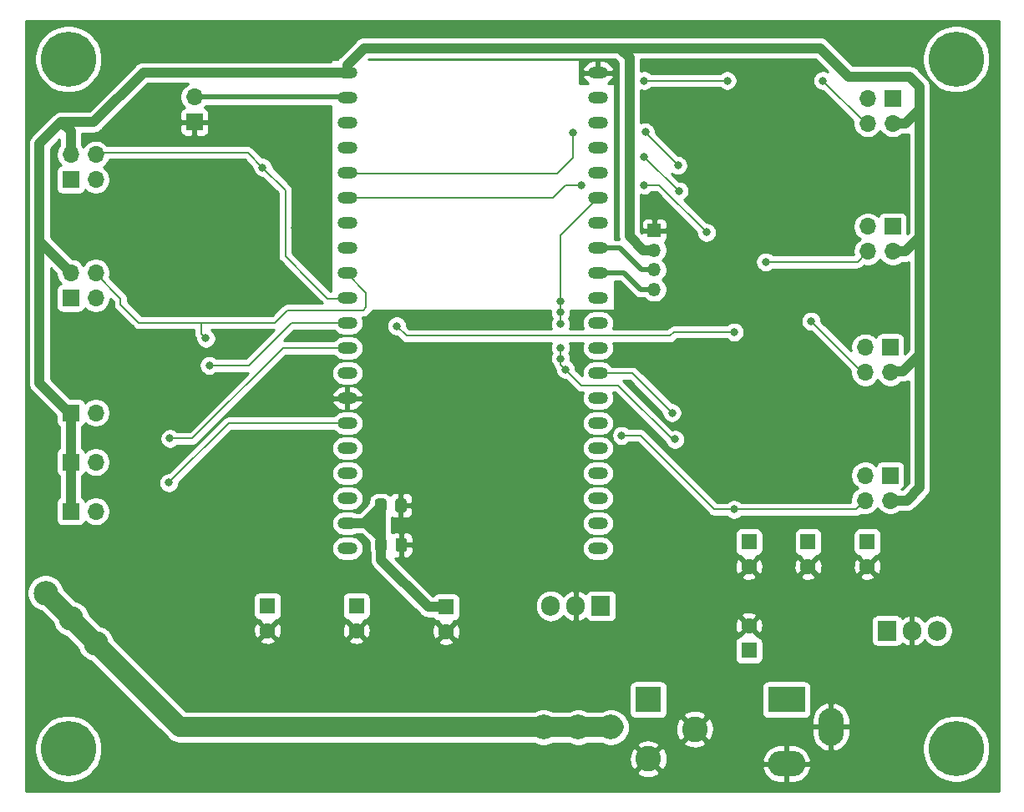
<source format=gbl>
G04 #@! TF.GenerationSoftware,KiCad,Pcbnew,5.1.10*
G04 #@! TF.CreationDate,2022-01-16T13:43:41+02:00*
G04 #@! TF.ProjectId,horse_feeder,686f7273-655f-4666-9565-6465722e6b69,rev?*
G04 #@! TF.SameCoordinates,Original*
G04 #@! TF.FileFunction,Copper,L2,Bot*
G04 #@! TF.FilePolarity,Positive*
%FSLAX46Y46*%
G04 Gerber Fmt 4.6, Leading zero omitted, Abs format (unit mm)*
G04 Created by KiCad (PCBNEW 5.1.10) date 2022-01-16 13:43:41*
%MOMM*%
%LPD*%
G01*
G04 APERTURE LIST*
G04 #@! TA.AperFunction,ComponentPad*
%ADD10C,5.600000*%
G04 #@! TD*
G04 #@! TA.AperFunction,ComponentPad*
%ADD11C,2.600000*%
G04 #@! TD*
G04 #@! TA.AperFunction,ComponentPad*
%ADD12R,2.600000X2.600000*%
G04 #@! TD*
G04 #@! TA.AperFunction,ComponentPad*
%ADD13R,3.800000X2.600000*%
G04 #@! TD*
G04 #@! TA.AperFunction,ComponentPad*
%ADD14O,3.800000X2.600000*%
G04 #@! TD*
G04 #@! TA.AperFunction,ComponentPad*
%ADD15O,2.600000X3.800000*%
G04 #@! TD*
G04 #@! TA.AperFunction,ComponentPad*
%ADD16R,1.600000X1.600000*%
G04 #@! TD*
G04 #@! TA.AperFunction,ComponentPad*
%ADD17C,1.600000*%
G04 #@! TD*
G04 #@! TA.AperFunction,ComponentPad*
%ADD18R,1.350000X1.350000*%
G04 #@! TD*
G04 #@! TA.AperFunction,ComponentPad*
%ADD19O,1.350000X1.350000*%
G04 #@! TD*
G04 #@! TA.AperFunction,ComponentPad*
%ADD20O,1.700000X1.700000*%
G04 #@! TD*
G04 #@! TA.AperFunction,ComponentPad*
%ADD21R,1.700000X1.700000*%
G04 #@! TD*
G04 #@! TA.AperFunction,ComponentPad*
%ADD22O,1.905000X2.000000*%
G04 #@! TD*
G04 #@! TA.AperFunction,ComponentPad*
%ADD23R,1.905000X2.000000*%
G04 #@! TD*
G04 #@! TA.AperFunction,ComponentPad*
%ADD24O,2.000000X1.200000*%
G04 #@! TD*
G04 #@! TA.AperFunction,ViaPad*
%ADD25C,2.500000*%
G04 #@! TD*
G04 #@! TA.AperFunction,ViaPad*
%ADD26C,1.500000*%
G04 #@! TD*
G04 #@! TA.AperFunction,ViaPad*
%ADD27C,0.800000*%
G04 #@! TD*
G04 #@! TA.AperFunction,Conductor*
%ADD28C,2.000000*%
G04 #@! TD*
G04 #@! TA.AperFunction,Conductor*
%ADD29C,1.000000*%
G04 #@! TD*
G04 #@! TA.AperFunction,Conductor*
%ADD30C,0.500000*%
G04 #@! TD*
G04 #@! TA.AperFunction,Conductor*
%ADD31C,0.200000*%
G04 #@! TD*
G04 #@! TA.AperFunction,Conductor*
%ADD32C,0.254000*%
G04 #@! TD*
G04 #@! TA.AperFunction,Conductor*
%ADD33C,0.100000*%
G04 #@! TD*
G04 APERTURE END LIST*
D10*
X115000000Y-45000000D03*
X25000000Y-45000000D03*
X25000000Y-115000000D03*
X115000000Y-115000000D03*
D11*
X88500000Y-113000000D03*
X83800000Y-116000000D03*
D12*
X83800000Y-110000000D03*
D13*
X97800000Y-110000000D03*
D14*
X97800000Y-116500000D03*
D15*
X102300000Y-112750000D03*
D16*
X94000000Y-105000000D03*
D17*
X94000000Y-102500000D03*
D16*
X100000000Y-94000000D03*
D17*
X100000000Y-96500000D03*
D16*
X106000000Y-94000000D03*
D17*
X106000000Y-96500000D03*
X94000000Y-96500000D03*
D16*
X94000000Y-94000000D03*
D17*
X63300000Y-103100000D03*
D16*
X63300000Y-100600000D03*
X54200000Y-100500000D03*
D17*
X54200000Y-103000000D03*
X45200000Y-103000000D03*
D16*
X45200000Y-100500000D03*
G04 #@! TA.AperFunction,SMDPad,CuDef*
G36*
G01*
X56100000Y-90750001D02*
X56100000Y-89849999D01*
G75*
G02*
X56349999Y-89600000I249999J0D01*
G01*
X57000001Y-89600000D01*
G75*
G02*
X57250000Y-89849999I0J-249999D01*
G01*
X57250000Y-90750001D01*
G75*
G02*
X57000001Y-91000000I-249999J0D01*
G01*
X56349999Y-91000000D01*
G75*
G02*
X56100000Y-90750001I0J249999D01*
G01*
G37*
G04 #@! TD.AperFunction*
G04 #@! TA.AperFunction,SMDPad,CuDef*
G36*
G01*
X58150000Y-90750001D02*
X58150000Y-89849999D01*
G75*
G02*
X58399999Y-89600000I249999J0D01*
G01*
X59050001Y-89600000D01*
G75*
G02*
X59300000Y-89849999I0J-249999D01*
G01*
X59300000Y-90750001D01*
G75*
G02*
X59050001Y-91000000I-249999J0D01*
G01*
X58399999Y-91000000D01*
G75*
G02*
X58150000Y-90750001I0J249999D01*
G01*
G37*
G04 #@! TD.AperFunction*
G04 #@! TA.AperFunction,SMDPad,CuDef*
G36*
G01*
X58175000Y-94750001D02*
X58175000Y-93849999D01*
G75*
G02*
X58424999Y-93600000I249999J0D01*
G01*
X59075001Y-93600000D01*
G75*
G02*
X59325000Y-93849999I0J-249999D01*
G01*
X59325000Y-94750001D01*
G75*
G02*
X59075001Y-95000000I-249999J0D01*
G01*
X58424999Y-95000000D01*
G75*
G02*
X58175000Y-94750001I0J249999D01*
G01*
G37*
G04 #@! TD.AperFunction*
G04 #@! TA.AperFunction,SMDPad,CuDef*
G36*
G01*
X56125000Y-94750001D02*
X56125000Y-93849999D01*
G75*
G02*
X56374999Y-93600000I249999J0D01*
G01*
X57025001Y-93600000D01*
G75*
G02*
X57275000Y-93849999I0J-249999D01*
G01*
X57275000Y-94750001D01*
G75*
G02*
X57025001Y-95000000I-249999J0D01*
G01*
X56374999Y-95000000D01*
G75*
G02*
X56125000Y-94750001I0J249999D01*
G01*
G37*
G04 #@! TD.AperFunction*
D18*
X84400000Y-62400000D03*
D19*
X84400000Y-64400000D03*
X84400000Y-66400000D03*
X84400000Y-68400000D03*
D20*
X106035000Y-51540000D03*
X106035000Y-49000000D03*
X108575000Y-51540000D03*
D21*
X108575000Y-49000000D03*
D20*
X27790000Y-66710000D03*
X27790000Y-69250000D03*
X25250000Y-66710000D03*
D21*
X25250000Y-69250000D03*
D20*
X105785000Y-76790000D03*
X105785000Y-74250000D03*
X108325000Y-76790000D03*
D21*
X108325000Y-74250000D03*
X108325000Y-87250000D03*
D20*
X108325000Y-89790000D03*
X105785000Y-87250000D03*
X105785000Y-89790000D03*
D21*
X108575000Y-62000000D03*
D20*
X108575000Y-64540000D03*
X106035000Y-62000000D03*
X106035000Y-64540000D03*
D21*
X25250000Y-57250000D03*
D20*
X25250000Y-54710000D03*
X27790000Y-57250000D03*
X27790000Y-54710000D03*
X37800000Y-48860000D03*
D21*
X37800000Y-51400000D03*
X25250000Y-90900000D03*
D20*
X27790000Y-90900000D03*
X27790000Y-85900000D03*
D21*
X25250000Y-85900000D03*
X25250000Y-80900000D03*
D20*
X27790000Y-80900000D03*
D22*
X113080000Y-103000000D03*
X110540000Y-103000000D03*
D23*
X108000000Y-103000000D03*
X79000000Y-100500000D03*
D22*
X76460000Y-100500000D03*
X73920000Y-100500000D03*
D24*
X78700000Y-46390000D03*
X53300000Y-46390000D03*
X78700000Y-48930000D03*
X53300000Y-48930000D03*
X78700000Y-51470000D03*
X53300000Y-51470000D03*
X78700000Y-54010000D03*
X53300000Y-54010000D03*
X78700000Y-56550000D03*
X53300000Y-56550000D03*
X78700000Y-59090000D03*
X53300000Y-59090000D03*
X78700000Y-61630000D03*
X53300000Y-61630000D03*
X78700000Y-64170000D03*
X53300000Y-64170000D03*
X78700000Y-66710000D03*
X53300000Y-66710000D03*
X78700000Y-69250000D03*
X53300000Y-69250000D03*
X78700000Y-71790000D03*
X53300000Y-71790000D03*
X78700000Y-74330000D03*
X53300000Y-74330000D03*
X78700000Y-76870000D03*
X53300000Y-76870000D03*
X78700000Y-79410000D03*
X53300000Y-79410000D03*
X78700000Y-81950000D03*
X53300000Y-81950000D03*
X78700000Y-84490000D03*
X53300000Y-84490000D03*
X78700000Y-87030000D03*
X53300000Y-87030000D03*
X78700000Y-89570000D03*
X53300000Y-89570000D03*
X78700000Y-92110000D03*
X53300000Y-92110000D03*
X78700000Y-94650000D03*
X53300000Y-94650000D03*
D25*
X80000000Y-112800000D03*
X76700000Y-112800000D03*
X73200000Y-112800000D03*
X22700000Y-99200000D03*
X25300000Y-101800000D03*
X27800000Y-104300000D03*
D26*
X34500000Y-59300000D03*
X36300000Y-59300000D03*
X38200000Y-59400000D03*
D25*
X49500000Y-57700000D03*
D27*
X48000000Y-62100000D03*
X48900000Y-62700000D03*
X50000000Y-62900000D03*
X51100000Y-62900000D03*
D26*
X97700000Y-53300000D03*
X99600000Y-53300000D03*
X101600000Y-52324000D03*
X98100000Y-60000000D03*
X100000000Y-60000000D03*
X102300000Y-56800000D03*
X96000000Y-59900000D03*
X96300000Y-85100000D03*
X98600000Y-85100000D03*
X102000000Y-82000000D03*
X97700000Y-78600000D03*
X100400000Y-77700000D03*
X102900000Y-77200000D03*
X36700000Y-65800000D03*
X34600000Y-66000000D03*
X32400000Y-66800000D03*
X47050000Y-67625000D03*
X48450000Y-68900000D03*
D27*
X101500000Y-47200000D03*
X91800000Y-47200000D03*
X83400000Y-47200000D03*
X76200000Y-52500000D03*
X38950000Y-73350000D03*
X100300000Y-71600000D03*
X58300000Y-72100000D03*
X92500000Y-72700000D03*
X92500000Y-90700000D03*
X81100000Y-83200000D03*
X95700000Y-65600000D03*
X77000000Y-57800000D03*
X83400000Y-57800000D03*
X89700000Y-62600000D03*
X44700000Y-56000000D03*
X39300000Y-76100000D03*
X35300000Y-83500000D03*
X35200000Y-88000000D03*
X86800000Y-55800000D03*
X83500000Y-52400000D03*
X86900000Y-58400000D03*
X83400000Y-54900000D03*
X86500000Y-83600000D03*
X74900000Y-71900000D03*
X74900000Y-74300000D03*
X74900000Y-75400000D03*
X75400000Y-76500000D03*
X74900000Y-70700000D03*
X74900000Y-69600000D03*
X86200000Y-80900000D03*
D28*
X73200000Y-112800000D02*
X73200000Y-112800000D01*
X76700000Y-112800000D02*
X73200000Y-112800000D01*
X80300000Y-112800000D02*
X36300000Y-112800000D01*
X25300000Y-101800000D02*
X22700000Y-99200000D01*
X27800000Y-104300000D02*
X25300000Y-101800000D01*
X36300000Y-112800000D02*
X27800000Y-104300000D01*
D29*
X53300000Y-92110000D02*
X54990000Y-92110000D01*
X54990000Y-92110000D02*
X56075000Y-91025000D01*
X54990000Y-92110000D02*
X55210000Y-92110000D01*
D30*
X56675000Y-93575000D02*
X56675000Y-94475000D01*
D29*
X55210000Y-92110000D02*
X56675000Y-93575000D01*
D30*
X56675000Y-90300000D02*
X56675000Y-93575000D01*
D29*
X55210000Y-92110000D02*
X56090000Y-92110000D01*
X56090000Y-91810000D02*
X56700000Y-91200000D01*
X56090000Y-92110000D02*
X56090000Y-91810000D01*
X56700000Y-91200000D02*
X56700000Y-90300000D01*
X56700000Y-94300000D02*
X56700000Y-91200000D01*
X56675000Y-90425000D02*
X56075000Y-91025000D01*
X56675000Y-90300000D02*
X56675000Y-90425000D01*
X61500000Y-100600000D02*
X56700000Y-95800000D01*
X63300000Y-100600000D02*
X61500000Y-100600000D01*
X56700000Y-95800000D02*
X56700000Y-93700000D01*
D30*
X78700000Y-64170000D02*
X80870000Y-64170000D01*
X80870000Y-64170000D02*
X83100000Y-66400000D01*
X83100000Y-66400000D02*
X84500000Y-66400000D01*
X84400000Y-68400000D02*
X83000000Y-68400000D01*
X83000000Y-68400000D02*
X81300000Y-66700000D01*
X81300000Y-66700000D02*
X78600000Y-66700000D01*
D31*
X101500000Y-47200000D02*
X105800000Y-51500000D01*
X105800000Y-51500000D02*
X106100000Y-51500000D01*
X91800000Y-47200000D02*
X83400000Y-47200000D01*
X76200000Y-52500000D02*
X76200000Y-55000000D01*
X76200000Y-55000000D02*
X74600000Y-56600000D01*
X74600000Y-56600000D02*
X53300000Y-56600000D01*
X30300000Y-69900000D02*
X30300000Y-69300000D01*
X30300000Y-69300000D02*
X27700000Y-66700000D01*
X30400000Y-70000000D02*
X30300000Y-69900000D01*
X55200000Y-68700000D02*
X55200000Y-70200000D01*
X55200000Y-70200000D02*
X54900000Y-70500000D01*
X53200000Y-66700000D02*
X55200000Y-68700000D01*
X47200000Y-70500000D02*
X45950000Y-71750000D01*
X54900000Y-70500000D02*
X47200000Y-70500000D01*
X32150000Y-71750000D02*
X30400000Y-70000000D01*
X38475000Y-71750000D02*
X38475000Y-72875000D01*
X45950000Y-71750000D02*
X38475000Y-71750000D01*
X38475000Y-72875000D02*
X38950000Y-73350000D01*
X38475000Y-71750000D02*
X32150000Y-71750000D01*
X100300000Y-71600000D02*
X105500000Y-76800000D01*
X105500000Y-76800000D02*
X105700000Y-76800000D01*
X59300000Y-73100000D02*
X59600000Y-73100000D01*
X58300000Y-72100000D02*
X59300000Y-73100000D01*
X80900000Y-73100000D02*
X59600000Y-73100000D01*
X80900000Y-73100000D02*
X86000000Y-73100000D01*
X86400000Y-72700000D02*
X92500000Y-72700000D01*
X86000000Y-73100000D02*
X86400000Y-72700000D01*
X92500000Y-90700000D02*
X104900000Y-90700000D01*
X104900000Y-90700000D02*
X105800000Y-89800000D01*
X83000000Y-83200000D02*
X81100000Y-83200000D01*
X90500000Y-90700000D02*
X83000000Y-83200000D01*
X92500000Y-90700000D02*
X90500000Y-90700000D01*
X74110000Y-59090000D02*
X53300000Y-59090000D01*
X75400000Y-57800000D02*
X74110000Y-59090000D01*
X77000000Y-57800000D02*
X75400000Y-57800000D01*
X84900000Y-57800000D02*
X89700000Y-62600000D01*
X83400000Y-57800000D02*
X84900000Y-57800000D01*
X105000000Y-65600000D02*
X106000000Y-64600000D01*
X95700000Y-65600000D02*
X105000000Y-65600000D01*
X44700000Y-56000000D02*
X47000000Y-58300000D01*
X47000000Y-58300000D02*
X47000000Y-65000000D01*
X47000000Y-65000000D02*
X49600000Y-67600000D01*
X51300000Y-69300000D02*
X53300000Y-69300000D01*
X49600000Y-67600000D02*
X51300000Y-69300000D01*
X44700000Y-56000000D02*
X43200000Y-54500000D01*
X43200000Y-54500000D02*
X28100000Y-54500000D01*
X39300000Y-76100000D02*
X43300000Y-76100000D01*
X43300000Y-76100000D02*
X47600000Y-71800000D01*
X47600000Y-71800000D02*
X53400000Y-71800000D01*
X53300000Y-74330000D02*
X46770000Y-74330000D01*
X37600000Y-83500000D02*
X35300000Y-83500000D01*
X46770000Y-74330000D02*
X37600000Y-83500000D01*
X41250000Y-81950000D02*
X35200000Y-88000000D01*
X53300000Y-81950000D02*
X41250000Y-81950000D01*
D30*
X37800000Y-48860000D02*
X53260000Y-48860000D01*
X53260000Y-48860000D02*
X53300000Y-48900000D01*
D31*
X83500000Y-52500000D02*
X83500000Y-52400000D01*
X86800000Y-55800000D02*
X83500000Y-52500000D01*
X83400000Y-54900000D02*
X83400000Y-54900000D01*
X83400000Y-54900000D02*
X86900000Y-58400000D01*
X86200000Y-83600000D02*
X86500000Y-83600000D01*
X81100000Y-78500000D02*
X86200000Y-83600000D01*
X74900000Y-62890000D02*
X74900000Y-69600000D01*
X78700000Y-59090000D02*
X74900000Y-62890000D01*
X74900000Y-74300000D02*
X74900000Y-75400000D01*
X74900000Y-76000000D02*
X75400000Y-76500000D01*
X80700001Y-78100001D02*
X81100000Y-78500000D01*
X77000000Y-78100000D02*
X80700001Y-78100001D01*
X74900000Y-75400000D02*
X74900000Y-76000000D01*
X75400000Y-76500000D02*
X77000000Y-78100000D01*
X74900000Y-70700000D02*
X74900000Y-71900000D01*
X74900000Y-69600000D02*
X74900000Y-70700000D01*
X86200000Y-80900000D02*
X82200000Y-76900000D01*
X82200000Y-76900000D02*
X78400000Y-76900000D01*
D29*
X22100000Y-53600000D02*
X22100000Y-61700000D01*
X25250000Y-54710000D02*
X25250000Y-52350000D01*
X25250000Y-52350000D02*
X24300000Y-51400000D01*
X24300000Y-51400000D02*
X22100000Y-53600000D01*
X22100000Y-61700000D02*
X22100000Y-63500000D01*
X22100000Y-63500000D02*
X25300000Y-66700000D01*
X53300000Y-46390000D02*
X53300000Y-45600000D01*
X53300000Y-45600000D02*
X55000000Y-43900000D01*
X101200000Y-43900000D02*
X104100000Y-46800000D01*
X104100000Y-46800000D02*
X110300000Y-46800000D01*
X110300000Y-46800000D02*
X111300000Y-47800000D01*
X111300000Y-75000000D02*
X109600000Y-76700000D01*
X109600000Y-76700000D02*
X108300000Y-76700000D01*
X109860000Y-64540000D02*
X111300000Y-63100000D01*
X108575000Y-64540000D02*
X109860000Y-64540000D01*
X111300000Y-63100000D02*
X111300000Y-75000000D01*
X108575000Y-51540000D02*
X109860000Y-51540000D01*
X111300000Y-50100000D02*
X111300000Y-63100000D01*
X109860000Y-51540000D02*
X111300000Y-50100000D01*
X111300000Y-47800000D02*
X111300000Y-50100000D01*
X25250000Y-80900000D02*
X25250000Y-90750000D01*
X22100000Y-63500000D02*
X22100000Y-77900000D01*
X22100000Y-77900000D02*
X25100000Y-80900000D01*
X80100000Y-43900000D02*
X80900000Y-43900000D01*
X81900000Y-44900000D02*
X81900000Y-63000000D01*
X80900000Y-43900000D02*
X81900000Y-44900000D01*
X55000000Y-43900000D02*
X80100000Y-43900000D01*
X80100000Y-43900000D02*
X101200000Y-43900000D01*
X83300000Y-64400000D02*
X81900000Y-63000000D01*
X84400000Y-64400000D02*
X83300000Y-64400000D01*
X111300000Y-75000000D02*
X111300000Y-88500000D01*
X111300000Y-88500000D02*
X110000000Y-89800000D01*
X110000000Y-89800000D02*
X108300000Y-89800000D01*
X27600000Y-51400000D02*
X24300000Y-51400000D01*
X32610000Y-46390000D02*
X27600000Y-51400000D01*
X53300000Y-46390000D02*
X32610000Y-46390000D01*
D32*
X119315001Y-119315000D02*
X20685000Y-119315000D01*
X20685000Y-114661682D01*
X21565000Y-114661682D01*
X21565000Y-115338318D01*
X21697006Y-116001952D01*
X21955943Y-116627082D01*
X22331862Y-117189685D01*
X22810315Y-117668138D01*
X23372918Y-118044057D01*
X23998048Y-118302994D01*
X24661682Y-118435000D01*
X25338318Y-118435000D01*
X26001952Y-118302994D01*
X26627082Y-118044057D01*
X27189685Y-117668138D01*
X27508599Y-117349224D01*
X82630381Y-117349224D01*
X82762317Y-117644312D01*
X83103045Y-117815159D01*
X83470557Y-117916250D01*
X83850729Y-117943701D01*
X84228951Y-117896457D01*
X84590690Y-117776333D01*
X84837683Y-117644312D01*
X84969619Y-117349224D01*
X83800000Y-116179605D01*
X82630381Y-117349224D01*
X27508599Y-117349224D01*
X27668138Y-117189685D01*
X28044057Y-116627082D01*
X28282789Y-116050729D01*
X81856299Y-116050729D01*
X81903543Y-116428951D01*
X82023667Y-116790690D01*
X82155688Y-117037683D01*
X82450776Y-117169619D01*
X83620395Y-116000000D01*
X83979605Y-116000000D01*
X85149224Y-117169619D01*
X85444312Y-117037683D01*
X85499567Y-116927484D01*
X95312811Y-116927484D01*
X95363691Y-117123160D01*
X95520548Y-117469432D01*
X95741945Y-117778449D01*
X96019374Y-118038336D01*
X96342174Y-118239106D01*
X96697940Y-118373043D01*
X97073000Y-118435000D01*
X97673000Y-118435000D01*
X97673000Y-116627000D01*
X97927000Y-116627000D01*
X97927000Y-118435000D01*
X98527000Y-118435000D01*
X98902060Y-118373043D01*
X99257826Y-118239106D01*
X99580626Y-118038336D01*
X99858055Y-117778449D01*
X100079452Y-117469432D01*
X100236309Y-117123160D01*
X100287189Y-116927484D01*
X100171704Y-116627000D01*
X97927000Y-116627000D01*
X97673000Y-116627000D01*
X95428296Y-116627000D01*
X95312811Y-116927484D01*
X85499567Y-116927484D01*
X85615159Y-116696955D01*
X85716250Y-116329443D01*
X85734801Y-116072516D01*
X95312811Y-116072516D01*
X95428296Y-116373000D01*
X97673000Y-116373000D01*
X97673000Y-114565000D01*
X97927000Y-114565000D01*
X97927000Y-116373000D01*
X100171704Y-116373000D01*
X100287189Y-116072516D01*
X100236309Y-115876840D01*
X100079452Y-115530568D01*
X99858055Y-115221551D01*
X99580626Y-114961664D01*
X99257826Y-114760894D01*
X98902060Y-114626957D01*
X98527000Y-114565000D01*
X97927000Y-114565000D01*
X97673000Y-114565000D01*
X97073000Y-114565000D01*
X96697940Y-114626957D01*
X96342174Y-114760894D01*
X96019374Y-114961664D01*
X95741945Y-115221551D01*
X95520548Y-115530568D01*
X95363691Y-115876840D01*
X95312811Y-116072516D01*
X85734801Y-116072516D01*
X85743701Y-115949271D01*
X85696457Y-115571049D01*
X85576333Y-115209310D01*
X85444312Y-114962317D01*
X85149224Y-114830381D01*
X83979605Y-116000000D01*
X83620395Y-116000000D01*
X82450776Y-114830381D01*
X82155688Y-114962317D01*
X81984841Y-115303045D01*
X81883750Y-115670557D01*
X81856299Y-116050729D01*
X28282789Y-116050729D01*
X28302994Y-116001952D01*
X28435000Y-115338318D01*
X28435000Y-114661682D01*
X28302994Y-113998048D01*
X28044057Y-113372918D01*
X27668138Y-112810315D01*
X27189685Y-112331862D01*
X26627082Y-111955943D01*
X26001952Y-111697006D01*
X25338318Y-111565000D01*
X24661682Y-111565000D01*
X23998048Y-111697006D01*
X23372918Y-111955943D01*
X22810315Y-112331862D01*
X22331862Y-112810315D01*
X21955943Y-113372918D01*
X21697006Y-113998048D01*
X21565000Y-114661682D01*
X20685000Y-114661682D01*
X20685000Y-99014344D01*
X20815000Y-99014344D01*
X20815000Y-99385656D01*
X20887439Y-99749834D01*
X21029534Y-100092882D01*
X21235825Y-100401618D01*
X21498382Y-100664175D01*
X21807118Y-100870466D01*
X22150166Y-101012561D01*
X22212777Y-101025015D01*
X23474985Y-102287224D01*
X23487439Y-102349834D01*
X23629534Y-102692882D01*
X23835825Y-103001618D01*
X24098382Y-103264175D01*
X24407118Y-103470466D01*
X24750166Y-103612561D01*
X24812777Y-103625015D01*
X25974985Y-104787224D01*
X25987439Y-104849834D01*
X26129534Y-105192882D01*
X26335825Y-105501618D01*
X26598382Y-105764175D01*
X26907118Y-105970466D01*
X27250166Y-106112561D01*
X27312777Y-106125015D01*
X35087080Y-113899319D01*
X35138286Y-113961714D01*
X35387248Y-114166031D01*
X35671285Y-114317852D01*
X35979484Y-114411343D01*
X36219678Y-114435000D01*
X36219680Y-114435000D01*
X36299999Y-114442911D01*
X36380319Y-114435000D01*
X72254039Y-114435000D01*
X72307118Y-114470466D01*
X72650166Y-114612561D01*
X73014344Y-114685000D01*
X73385656Y-114685000D01*
X73749834Y-114612561D01*
X74092882Y-114470466D01*
X74145961Y-114435000D01*
X75754039Y-114435000D01*
X75807118Y-114470466D01*
X76150166Y-114612561D01*
X76514344Y-114685000D01*
X76885656Y-114685000D01*
X77249834Y-114612561D01*
X77592882Y-114470466D01*
X77645961Y-114435000D01*
X79054039Y-114435000D01*
X79107118Y-114470466D01*
X79450166Y-114612561D01*
X79814344Y-114685000D01*
X80185656Y-114685000D01*
X80357712Y-114650776D01*
X82630381Y-114650776D01*
X83800000Y-115820395D01*
X84969619Y-114650776D01*
X84837683Y-114355688D01*
X84824792Y-114349224D01*
X87330381Y-114349224D01*
X87462317Y-114644312D01*
X87803045Y-114815159D01*
X88170557Y-114916250D01*
X88550729Y-114943701D01*
X88928951Y-114896457D01*
X89290690Y-114776333D01*
X89537683Y-114644312D01*
X89669619Y-114349224D01*
X88500000Y-113179605D01*
X87330381Y-114349224D01*
X84824792Y-114349224D01*
X84496955Y-114184841D01*
X84129443Y-114083750D01*
X83749271Y-114056299D01*
X83371049Y-114103543D01*
X83009310Y-114223667D01*
X82762317Y-114355688D01*
X82630381Y-114650776D01*
X80357712Y-114650776D01*
X80549834Y-114612561D01*
X80892882Y-114470466D01*
X81201618Y-114264175D01*
X81464175Y-114001618D01*
X81618448Y-113770732D01*
X81666031Y-113712752D01*
X81817852Y-113428715D01*
X81911343Y-113120516D01*
X81918216Y-113050729D01*
X86556299Y-113050729D01*
X86603543Y-113428951D01*
X86723667Y-113790690D01*
X86855688Y-114037683D01*
X87150776Y-114169619D01*
X88320395Y-113000000D01*
X88679605Y-113000000D01*
X89849224Y-114169619D01*
X90144312Y-114037683D01*
X90315159Y-113696955D01*
X90416250Y-113329443D01*
X90443701Y-112949271D01*
X90434674Y-112877000D01*
X100365000Y-112877000D01*
X100365000Y-113477000D01*
X100426957Y-113852060D01*
X100560894Y-114207826D01*
X100761664Y-114530626D01*
X101021551Y-114808055D01*
X101330568Y-115029452D01*
X101676840Y-115186309D01*
X101872516Y-115237189D01*
X102173000Y-115121704D01*
X102173000Y-112877000D01*
X102427000Y-112877000D01*
X102427000Y-115121704D01*
X102727484Y-115237189D01*
X102923160Y-115186309D01*
X103269432Y-115029452D01*
X103578449Y-114808055D01*
X103715566Y-114661682D01*
X111565000Y-114661682D01*
X111565000Y-115338318D01*
X111697006Y-116001952D01*
X111955943Y-116627082D01*
X112331862Y-117189685D01*
X112810315Y-117668138D01*
X113372918Y-118044057D01*
X113998048Y-118302994D01*
X114661682Y-118435000D01*
X115338318Y-118435000D01*
X116001952Y-118302994D01*
X116627082Y-118044057D01*
X117189685Y-117668138D01*
X117668138Y-117189685D01*
X118044057Y-116627082D01*
X118302994Y-116001952D01*
X118435000Y-115338318D01*
X118435000Y-114661682D01*
X118302994Y-113998048D01*
X118044057Y-113372918D01*
X117668138Y-112810315D01*
X117189685Y-112331862D01*
X116627082Y-111955943D01*
X116001952Y-111697006D01*
X115338318Y-111565000D01*
X114661682Y-111565000D01*
X113998048Y-111697006D01*
X113372918Y-111955943D01*
X112810315Y-112331862D01*
X112331862Y-112810315D01*
X111955943Y-113372918D01*
X111697006Y-113998048D01*
X111565000Y-114661682D01*
X103715566Y-114661682D01*
X103838336Y-114530626D01*
X104039106Y-114207826D01*
X104173043Y-113852060D01*
X104235000Y-113477000D01*
X104235000Y-112877000D01*
X102427000Y-112877000D01*
X102173000Y-112877000D01*
X100365000Y-112877000D01*
X90434674Y-112877000D01*
X90396457Y-112571049D01*
X90276333Y-112209310D01*
X90176748Y-112023000D01*
X100365000Y-112023000D01*
X100365000Y-112623000D01*
X102173000Y-112623000D01*
X102173000Y-110378296D01*
X102427000Y-110378296D01*
X102427000Y-112623000D01*
X104235000Y-112623000D01*
X104235000Y-112023000D01*
X104173043Y-111647940D01*
X104039106Y-111292174D01*
X103838336Y-110969374D01*
X103578449Y-110691945D01*
X103269432Y-110470548D01*
X102923160Y-110313691D01*
X102727484Y-110262811D01*
X102427000Y-110378296D01*
X102173000Y-110378296D01*
X101872516Y-110262811D01*
X101676840Y-110313691D01*
X101330568Y-110470548D01*
X101021551Y-110691945D01*
X100761664Y-110969374D01*
X100560894Y-111292174D01*
X100426957Y-111647940D01*
X100365000Y-112023000D01*
X90176748Y-112023000D01*
X90144312Y-111962317D01*
X89849224Y-111830381D01*
X88679605Y-113000000D01*
X88320395Y-113000000D01*
X87150776Y-111830381D01*
X86855688Y-111962317D01*
X86684841Y-112303045D01*
X86583750Y-112670557D01*
X86556299Y-113050729D01*
X81918216Y-113050729D01*
X81942911Y-112800000D01*
X81911343Y-112479484D01*
X81817852Y-112171285D01*
X81666031Y-111887248D01*
X81618448Y-111829268D01*
X81464175Y-111598382D01*
X81201618Y-111335825D01*
X80892882Y-111129534D01*
X80549834Y-110987439D01*
X80185656Y-110915000D01*
X79814344Y-110915000D01*
X79450166Y-110987439D01*
X79107118Y-111129534D01*
X79054039Y-111165000D01*
X77645961Y-111165000D01*
X77592882Y-111129534D01*
X77249834Y-110987439D01*
X76885656Y-110915000D01*
X76514344Y-110915000D01*
X76150166Y-110987439D01*
X75807118Y-111129534D01*
X75754039Y-111165000D01*
X74145961Y-111165000D01*
X74092882Y-111129534D01*
X73749834Y-110987439D01*
X73385656Y-110915000D01*
X73014344Y-110915000D01*
X72650166Y-110987439D01*
X72307118Y-111129534D01*
X72254039Y-111165000D01*
X36977239Y-111165000D01*
X34512239Y-108700000D01*
X81861928Y-108700000D01*
X81861928Y-111300000D01*
X81874188Y-111424482D01*
X81910498Y-111544180D01*
X81969463Y-111654494D01*
X82048815Y-111751185D01*
X82145506Y-111830537D01*
X82255820Y-111889502D01*
X82375518Y-111925812D01*
X82500000Y-111938072D01*
X85100000Y-111938072D01*
X85224482Y-111925812D01*
X85344180Y-111889502D01*
X85454494Y-111830537D01*
X85551185Y-111751185D01*
X85630537Y-111654494D01*
X85632524Y-111650776D01*
X87330381Y-111650776D01*
X88500000Y-112820395D01*
X89669619Y-111650776D01*
X89537683Y-111355688D01*
X89196955Y-111184841D01*
X88829443Y-111083750D01*
X88449271Y-111056299D01*
X88071049Y-111103543D01*
X87709310Y-111223667D01*
X87462317Y-111355688D01*
X87330381Y-111650776D01*
X85632524Y-111650776D01*
X85689502Y-111544180D01*
X85725812Y-111424482D01*
X85738072Y-111300000D01*
X85738072Y-108700000D01*
X95261928Y-108700000D01*
X95261928Y-111300000D01*
X95274188Y-111424482D01*
X95310498Y-111544180D01*
X95369463Y-111654494D01*
X95448815Y-111751185D01*
X95545506Y-111830537D01*
X95655820Y-111889502D01*
X95775518Y-111925812D01*
X95900000Y-111938072D01*
X99700000Y-111938072D01*
X99824482Y-111925812D01*
X99944180Y-111889502D01*
X100054494Y-111830537D01*
X100151185Y-111751185D01*
X100230537Y-111654494D01*
X100289502Y-111544180D01*
X100325812Y-111424482D01*
X100338072Y-111300000D01*
X100338072Y-108700000D01*
X100325812Y-108575518D01*
X100289502Y-108455820D01*
X100230537Y-108345506D01*
X100151185Y-108248815D01*
X100054494Y-108169463D01*
X99944180Y-108110498D01*
X99824482Y-108074188D01*
X99700000Y-108061928D01*
X95900000Y-108061928D01*
X95775518Y-108074188D01*
X95655820Y-108110498D01*
X95545506Y-108169463D01*
X95448815Y-108248815D01*
X95369463Y-108345506D01*
X95310498Y-108455820D01*
X95274188Y-108575518D01*
X95261928Y-108700000D01*
X85738072Y-108700000D01*
X85725812Y-108575518D01*
X85689502Y-108455820D01*
X85630537Y-108345506D01*
X85551185Y-108248815D01*
X85454494Y-108169463D01*
X85344180Y-108110498D01*
X85224482Y-108074188D01*
X85100000Y-108061928D01*
X82500000Y-108061928D01*
X82375518Y-108074188D01*
X82255820Y-108110498D01*
X82145506Y-108169463D01*
X82048815Y-108248815D01*
X81969463Y-108345506D01*
X81910498Y-108455820D01*
X81874188Y-108575518D01*
X81861928Y-108700000D01*
X34512239Y-108700000D01*
X29804941Y-103992702D01*
X44386903Y-103992702D01*
X44458486Y-104236671D01*
X44713996Y-104357571D01*
X44988184Y-104426300D01*
X45270512Y-104440217D01*
X45550130Y-104398787D01*
X45816292Y-104303603D01*
X45941514Y-104236671D01*
X46013097Y-103992702D01*
X53386903Y-103992702D01*
X53458486Y-104236671D01*
X53713996Y-104357571D01*
X53988184Y-104426300D01*
X54270512Y-104440217D01*
X54550130Y-104398787D01*
X54816292Y-104303603D01*
X54941514Y-104236671D01*
X54983755Y-104092702D01*
X62486903Y-104092702D01*
X62558486Y-104336671D01*
X62813996Y-104457571D01*
X63088184Y-104526300D01*
X63370512Y-104540217D01*
X63650130Y-104498787D01*
X63916292Y-104403603D01*
X64041514Y-104336671D01*
X64081614Y-104200000D01*
X92561928Y-104200000D01*
X92561928Y-105800000D01*
X92574188Y-105924482D01*
X92610498Y-106044180D01*
X92669463Y-106154494D01*
X92748815Y-106251185D01*
X92845506Y-106330537D01*
X92955820Y-106389502D01*
X93075518Y-106425812D01*
X93200000Y-106438072D01*
X94800000Y-106438072D01*
X94924482Y-106425812D01*
X95044180Y-106389502D01*
X95154494Y-106330537D01*
X95251185Y-106251185D01*
X95330537Y-106154494D01*
X95389502Y-106044180D01*
X95425812Y-105924482D01*
X95438072Y-105800000D01*
X95438072Y-104200000D01*
X95425812Y-104075518D01*
X95389502Y-103955820D01*
X95330537Y-103845506D01*
X95251185Y-103748815D01*
X95154494Y-103669463D01*
X95044180Y-103610498D01*
X94924482Y-103574188D01*
X94800000Y-103561928D01*
X94792785Y-103561928D01*
X94813097Y-103492702D01*
X94000000Y-102679605D01*
X93186903Y-103492702D01*
X93207215Y-103561928D01*
X93200000Y-103561928D01*
X93075518Y-103574188D01*
X92955820Y-103610498D01*
X92845506Y-103669463D01*
X92748815Y-103748815D01*
X92669463Y-103845506D01*
X92610498Y-103955820D01*
X92574188Y-104075518D01*
X92561928Y-104200000D01*
X64081614Y-104200000D01*
X64113097Y-104092702D01*
X63300000Y-103279605D01*
X62486903Y-104092702D01*
X54983755Y-104092702D01*
X55013097Y-103992702D01*
X54200000Y-103179605D01*
X53386903Y-103992702D01*
X46013097Y-103992702D01*
X45200000Y-103179605D01*
X44386903Y-103992702D01*
X29804941Y-103992702D01*
X29625015Y-103812777D01*
X29612561Y-103750166D01*
X29470466Y-103407118D01*
X29264175Y-103098382D01*
X29236305Y-103070512D01*
X43759783Y-103070512D01*
X43801213Y-103350130D01*
X43896397Y-103616292D01*
X43963329Y-103741514D01*
X44207298Y-103813097D01*
X45020395Y-103000000D01*
X45379605Y-103000000D01*
X46192702Y-103813097D01*
X46436671Y-103741514D01*
X46557571Y-103486004D01*
X46626300Y-103211816D01*
X46633265Y-103070512D01*
X52759783Y-103070512D01*
X52801213Y-103350130D01*
X52896397Y-103616292D01*
X52963329Y-103741514D01*
X53207298Y-103813097D01*
X54020395Y-103000000D01*
X54379605Y-103000000D01*
X55192702Y-103813097D01*
X55436671Y-103741514D01*
X55557571Y-103486004D01*
X55626300Y-103211816D01*
X55628336Y-103170512D01*
X61859783Y-103170512D01*
X61901213Y-103450130D01*
X61996397Y-103716292D01*
X62063329Y-103841514D01*
X62307298Y-103913097D01*
X63120395Y-103100000D01*
X63479605Y-103100000D01*
X64292702Y-103913097D01*
X64536671Y-103841514D01*
X64657571Y-103586004D01*
X64726300Y-103311816D01*
X64740217Y-103029488D01*
X64698787Y-102749870D01*
X64634646Y-102570512D01*
X92559783Y-102570512D01*
X92601213Y-102850130D01*
X92696397Y-103116292D01*
X92763329Y-103241514D01*
X93007298Y-103313097D01*
X93820395Y-102500000D01*
X94179605Y-102500000D01*
X94992702Y-103313097D01*
X95236671Y-103241514D01*
X95357571Y-102986004D01*
X95426300Y-102711816D01*
X95440217Y-102429488D01*
X95398787Y-102149870D01*
X95345191Y-102000000D01*
X106409428Y-102000000D01*
X106409428Y-104000000D01*
X106421688Y-104124482D01*
X106457998Y-104244180D01*
X106516963Y-104354494D01*
X106596315Y-104451185D01*
X106693006Y-104530537D01*
X106803320Y-104589502D01*
X106923018Y-104625812D01*
X107047500Y-104638072D01*
X108952500Y-104638072D01*
X109076982Y-104625812D01*
X109196680Y-104589502D01*
X109306994Y-104530537D01*
X109403685Y-104451185D01*
X109483037Y-104354494D01*
X109532059Y-104262781D01*
X109673077Y-104375969D01*
X109948906Y-104519571D01*
X110167020Y-104590563D01*
X110413000Y-104470594D01*
X110413000Y-103127000D01*
X110393000Y-103127000D01*
X110393000Y-102873000D01*
X110413000Y-102873000D01*
X110413000Y-101529406D01*
X110667000Y-101529406D01*
X110667000Y-102873000D01*
X110687000Y-102873000D01*
X110687000Y-103127000D01*
X110667000Y-103127000D01*
X110667000Y-104470594D01*
X110912980Y-104590563D01*
X111131094Y-104519571D01*
X111406923Y-104375969D01*
X111649437Y-104181315D01*
X111804837Y-103996101D01*
X111952037Y-104175463D01*
X112193766Y-104373845D01*
X112469552Y-104521255D01*
X112768797Y-104612030D01*
X113080000Y-104642681D01*
X113391204Y-104612030D01*
X113690449Y-104521255D01*
X113966235Y-104373845D01*
X114207963Y-104175463D01*
X114406345Y-103933734D01*
X114553755Y-103657948D01*
X114644530Y-103358703D01*
X114667500Y-103125485D01*
X114667500Y-102874514D01*
X114644530Y-102641296D01*
X114553755Y-102342051D01*
X114406345Y-102066265D01*
X114207963Y-101824537D01*
X113966234Y-101626155D01*
X113690448Y-101478745D01*
X113391203Y-101387970D01*
X113080000Y-101357319D01*
X112768796Y-101387970D01*
X112469551Y-101478745D01*
X112193765Y-101626155D01*
X111952037Y-101824537D01*
X111804838Y-102003900D01*
X111649437Y-101818685D01*
X111406923Y-101624031D01*
X111131094Y-101480429D01*
X110912980Y-101409437D01*
X110667000Y-101529406D01*
X110413000Y-101529406D01*
X110167020Y-101409437D01*
X109948906Y-101480429D01*
X109673077Y-101624031D01*
X109532059Y-101737219D01*
X109483037Y-101645506D01*
X109403685Y-101548815D01*
X109306994Y-101469463D01*
X109196680Y-101410498D01*
X109076982Y-101374188D01*
X108952500Y-101361928D01*
X107047500Y-101361928D01*
X106923018Y-101374188D01*
X106803320Y-101410498D01*
X106693006Y-101469463D01*
X106596315Y-101548815D01*
X106516963Y-101645506D01*
X106457998Y-101755820D01*
X106421688Y-101875518D01*
X106409428Y-102000000D01*
X95345191Y-102000000D01*
X95303603Y-101883708D01*
X95236671Y-101758486D01*
X94992702Y-101686903D01*
X94179605Y-102500000D01*
X93820395Y-102500000D01*
X93007298Y-101686903D01*
X92763329Y-101758486D01*
X92642429Y-102013996D01*
X92573700Y-102288184D01*
X92559783Y-102570512D01*
X64634646Y-102570512D01*
X64603603Y-102483708D01*
X64536671Y-102358486D01*
X64292702Y-102286903D01*
X63479605Y-103100000D01*
X63120395Y-103100000D01*
X62307298Y-102286903D01*
X62063329Y-102358486D01*
X61942429Y-102613996D01*
X61873700Y-102888184D01*
X61859783Y-103170512D01*
X55628336Y-103170512D01*
X55640217Y-102929488D01*
X55598787Y-102649870D01*
X55503603Y-102383708D01*
X55436671Y-102258486D01*
X55192702Y-102186903D01*
X54379605Y-103000000D01*
X54020395Y-103000000D01*
X53207298Y-102186903D01*
X52963329Y-102258486D01*
X52842429Y-102513996D01*
X52773700Y-102788184D01*
X52759783Y-103070512D01*
X46633265Y-103070512D01*
X46640217Y-102929488D01*
X46598787Y-102649870D01*
X46503603Y-102383708D01*
X46436671Y-102258486D01*
X46192702Y-102186903D01*
X45379605Y-103000000D01*
X45020395Y-103000000D01*
X44207298Y-102186903D01*
X43963329Y-102258486D01*
X43842429Y-102513996D01*
X43773700Y-102788184D01*
X43759783Y-103070512D01*
X29236305Y-103070512D01*
X29001618Y-102835825D01*
X28692882Y-102629534D01*
X28349834Y-102487439D01*
X28287224Y-102474985D01*
X27125015Y-101312777D01*
X27112561Y-101250166D01*
X26970466Y-100907118D01*
X26764175Y-100598382D01*
X26501618Y-100335825D01*
X26192882Y-100129534D01*
X25849834Y-99987439D01*
X25787224Y-99974985D01*
X25512239Y-99700000D01*
X43761928Y-99700000D01*
X43761928Y-101300000D01*
X43774188Y-101424482D01*
X43810498Y-101544180D01*
X43869463Y-101654494D01*
X43948815Y-101751185D01*
X44045506Y-101830537D01*
X44155820Y-101889502D01*
X44275518Y-101925812D01*
X44400000Y-101938072D01*
X44407215Y-101938072D01*
X44386903Y-102007298D01*
X45200000Y-102820395D01*
X46013097Y-102007298D01*
X45992785Y-101938072D01*
X46000000Y-101938072D01*
X46124482Y-101925812D01*
X46244180Y-101889502D01*
X46354494Y-101830537D01*
X46451185Y-101751185D01*
X46530537Y-101654494D01*
X46589502Y-101544180D01*
X46625812Y-101424482D01*
X46638072Y-101300000D01*
X46638072Y-99700000D01*
X52761928Y-99700000D01*
X52761928Y-101300000D01*
X52774188Y-101424482D01*
X52810498Y-101544180D01*
X52869463Y-101654494D01*
X52948815Y-101751185D01*
X53045506Y-101830537D01*
X53155820Y-101889502D01*
X53275518Y-101925812D01*
X53400000Y-101938072D01*
X53407215Y-101938072D01*
X53386903Y-102007298D01*
X54200000Y-102820395D01*
X55013097Y-102007298D01*
X54992785Y-101938072D01*
X55000000Y-101938072D01*
X55124482Y-101925812D01*
X55244180Y-101889502D01*
X55354494Y-101830537D01*
X55451185Y-101751185D01*
X55530537Y-101654494D01*
X55589502Y-101544180D01*
X55625812Y-101424482D01*
X55638072Y-101300000D01*
X55638072Y-99700000D01*
X55625812Y-99575518D01*
X55589502Y-99455820D01*
X55530537Y-99345506D01*
X55451185Y-99248815D01*
X55354494Y-99169463D01*
X55244180Y-99110498D01*
X55124482Y-99074188D01*
X55000000Y-99061928D01*
X53400000Y-99061928D01*
X53275518Y-99074188D01*
X53155820Y-99110498D01*
X53045506Y-99169463D01*
X52948815Y-99248815D01*
X52869463Y-99345506D01*
X52810498Y-99455820D01*
X52774188Y-99575518D01*
X52761928Y-99700000D01*
X46638072Y-99700000D01*
X46625812Y-99575518D01*
X46589502Y-99455820D01*
X46530537Y-99345506D01*
X46451185Y-99248815D01*
X46354494Y-99169463D01*
X46244180Y-99110498D01*
X46124482Y-99074188D01*
X46000000Y-99061928D01*
X44400000Y-99061928D01*
X44275518Y-99074188D01*
X44155820Y-99110498D01*
X44045506Y-99169463D01*
X43948815Y-99248815D01*
X43869463Y-99345506D01*
X43810498Y-99455820D01*
X43774188Y-99575518D01*
X43761928Y-99700000D01*
X25512239Y-99700000D01*
X24525015Y-98712777D01*
X24512561Y-98650166D01*
X24370466Y-98307118D01*
X24164175Y-97998382D01*
X23901618Y-97735825D01*
X23592882Y-97529534D01*
X23249834Y-97387439D01*
X22885656Y-97315000D01*
X22514344Y-97315000D01*
X22150166Y-97387439D01*
X21807118Y-97529534D01*
X21498382Y-97735825D01*
X21235825Y-97998382D01*
X21029534Y-98307118D01*
X20887439Y-98650166D01*
X20815000Y-99014344D01*
X20685000Y-99014344D01*
X20685000Y-94650000D01*
X51659025Y-94650000D01*
X51682870Y-94892102D01*
X51753489Y-95124901D01*
X51868167Y-95339449D01*
X52022498Y-95527502D01*
X52210551Y-95681833D01*
X52425099Y-95796511D01*
X52657898Y-95867130D01*
X52839335Y-95885000D01*
X53760665Y-95885000D01*
X53942102Y-95867130D01*
X54174901Y-95796511D01*
X54389449Y-95681833D01*
X54577502Y-95527502D01*
X54731833Y-95339449D01*
X54846511Y-95124901D01*
X54917130Y-94892102D01*
X54940975Y-94650000D01*
X54917130Y-94407898D01*
X54846511Y-94175099D01*
X54731833Y-93960551D01*
X54577502Y-93772498D01*
X54389449Y-93618167D01*
X54174901Y-93503489D01*
X53942102Y-93432870D01*
X53760665Y-93415000D01*
X52839335Y-93415000D01*
X52657898Y-93432870D01*
X52425099Y-93503489D01*
X52210551Y-93618167D01*
X52022498Y-93772498D01*
X51868167Y-93960551D01*
X51753489Y-94175099D01*
X51682870Y-94407898D01*
X51659025Y-94650000D01*
X20685000Y-94650000D01*
X20685000Y-53600000D01*
X20959509Y-53600000D01*
X20965000Y-53655752D01*
X20965001Y-61644239D01*
X20965000Y-61644249D01*
X20965000Y-63444248D01*
X20959509Y-63500000D01*
X20965000Y-63555751D01*
X20965001Y-77844239D01*
X20959509Y-77900000D01*
X20981423Y-78122498D01*
X21046324Y-78336446D01*
X21071011Y-78382632D01*
X21151717Y-78533623D01*
X21293552Y-78706449D01*
X21336860Y-78741991D01*
X23761928Y-81167061D01*
X23761928Y-81750000D01*
X23774188Y-81874482D01*
X23810498Y-81994180D01*
X23869463Y-82104494D01*
X23948815Y-82201185D01*
X24045506Y-82280537D01*
X24115000Y-82317683D01*
X24115000Y-84482317D01*
X24045506Y-84519463D01*
X23948815Y-84598815D01*
X23869463Y-84695506D01*
X23810498Y-84805820D01*
X23774188Y-84925518D01*
X23761928Y-85050000D01*
X23761928Y-86750000D01*
X23774188Y-86874482D01*
X23810498Y-86994180D01*
X23869463Y-87104494D01*
X23948815Y-87201185D01*
X24045506Y-87280537D01*
X24115001Y-87317683D01*
X24115001Y-89482317D01*
X24045506Y-89519463D01*
X23948815Y-89598815D01*
X23869463Y-89695506D01*
X23810498Y-89805820D01*
X23774188Y-89925518D01*
X23761928Y-90050000D01*
X23761928Y-91750000D01*
X23774188Y-91874482D01*
X23810498Y-91994180D01*
X23869463Y-92104494D01*
X23948815Y-92201185D01*
X24045506Y-92280537D01*
X24155820Y-92339502D01*
X24275518Y-92375812D01*
X24400000Y-92388072D01*
X26100000Y-92388072D01*
X26224482Y-92375812D01*
X26344180Y-92339502D01*
X26454494Y-92280537D01*
X26551185Y-92201185D01*
X26630537Y-92104494D01*
X26689502Y-91994180D01*
X26711513Y-91921620D01*
X26843368Y-92053475D01*
X27086589Y-92215990D01*
X27356842Y-92327932D01*
X27643740Y-92385000D01*
X27936260Y-92385000D01*
X28223158Y-92327932D01*
X28493411Y-92215990D01*
X28652036Y-92110000D01*
X51659025Y-92110000D01*
X51682870Y-92352102D01*
X51753489Y-92584901D01*
X51868167Y-92799449D01*
X52022498Y-92987502D01*
X52210551Y-93141833D01*
X52425099Y-93256511D01*
X52657898Y-93327130D01*
X52839335Y-93345000D01*
X53760665Y-93345000D01*
X53942102Y-93327130D01*
X54174901Y-93256511D01*
X54196437Y-93245000D01*
X54739869Y-93245000D01*
X55486928Y-93992060D01*
X55486928Y-94750001D01*
X55503992Y-94923255D01*
X55554528Y-95089851D01*
X55565000Y-95109443D01*
X55565000Y-95744248D01*
X55559509Y-95800000D01*
X55565000Y-95855751D01*
X55581423Y-96022498D01*
X55646324Y-96236446D01*
X55751716Y-96433623D01*
X55893551Y-96606449D01*
X55936865Y-96641996D01*
X60658009Y-101363141D01*
X60693551Y-101406449D01*
X60866377Y-101548284D01*
X61042511Y-101642429D01*
X61063553Y-101653676D01*
X61277501Y-101718577D01*
X61499999Y-101740491D01*
X61555751Y-101735000D01*
X61959043Y-101735000D01*
X61969463Y-101754494D01*
X62048815Y-101851185D01*
X62145506Y-101930537D01*
X62255820Y-101989502D01*
X62375518Y-102025812D01*
X62500000Y-102038072D01*
X62507215Y-102038072D01*
X62486903Y-102107298D01*
X63300000Y-102920395D01*
X64113097Y-102107298D01*
X64092785Y-102038072D01*
X64100000Y-102038072D01*
X64224482Y-102025812D01*
X64344180Y-101989502D01*
X64454494Y-101930537D01*
X64551185Y-101851185D01*
X64630537Y-101754494D01*
X64689502Y-101644180D01*
X64725812Y-101524482D01*
X64738072Y-101400000D01*
X64738072Y-100374514D01*
X72332500Y-100374514D01*
X72332500Y-100625485D01*
X72355470Y-100858703D01*
X72446245Y-101157948D01*
X72593655Y-101433734D01*
X72792037Y-101675463D01*
X73033765Y-101873845D01*
X73309551Y-102021255D01*
X73608796Y-102112030D01*
X73920000Y-102142681D01*
X74231203Y-102112030D01*
X74530448Y-102021255D01*
X74806234Y-101873845D01*
X75047963Y-101675463D01*
X75195163Y-101496101D01*
X75350563Y-101681315D01*
X75593077Y-101875969D01*
X75868906Y-102019571D01*
X76087020Y-102090563D01*
X76333000Y-101970594D01*
X76333000Y-100627000D01*
X76313000Y-100627000D01*
X76313000Y-100373000D01*
X76333000Y-100373000D01*
X76333000Y-99029406D01*
X76587000Y-99029406D01*
X76587000Y-100373000D01*
X76607000Y-100373000D01*
X76607000Y-100627000D01*
X76587000Y-100627000D01*
X76587000Y-101970594D01*
X76832980Y-102090563D01*
X77051094Y-102019571D01*
X77326923Y-101875969D01*
X77467941Y-101762781D01*
X77516963Y-101854494D01*
X77596315Y-101951185D01*
X77693006Y-102030537D01*
X77803320Y-102089502D01*
X77923018Y-102125812D01*
X78047500Y-102138072D01*
X79952500Y-102138072D01*
X80076982Y-102125812D01*
X80196680Y-102089502D01*
X80306994Y-102030537D01*
X80403685Y-101951185D01*
X80483037Y-101854494D01*
X80542002Y-101744180D01*
X80578312Y-101624482D01*
X80589853Y-101507298D01*
X93186903Y-101507298D01*
X94000000Y-102320395D01*
X94813097Y-101507298D01*
X94741514Y-101263329D01*
X94486004Y-101142429D01*
X94211816Y-101073700D01*
X93929488Y-101059783D01*
X93649870Y-101101213D01*
X93383708Y-101196397D01*
X93258486Y-101263329D01*
X93186903Y-101507298D01*
X80589853Y-101507298D01*
X80590572Y-101500000D01*
X80590572Y-99500000D01*
X80578312Y-99375518D01*
X80542002Y-99255820D01*
X80483037Y-99145506D01*
X80403685Y-99048815D01*
X80306994Y-98969463D01*
X80196680Y-98910498D01*
X80076982Y-98874188D01*
X79952500Y-98861928D01*
X78047500Y-98861928D01*
X77923018Y-98874188D01*
X77803320Y-98910498D01*
X77693006Y-98969463D01*
X77596315Y-99048815D01*
X77516963Y-99145506D01*
X77467941Y-99237219D01*
X77326923Y-99124031D01*
X77051094Y-98980429D01*
X76832980Y-98909437D01*
X76587000Y-99029406D01*
X76333000Y-99029406D01*
X76087020Y-98909437D01*
X75868906Y-98980429D01*
X75593077Y-99124031D01*
X75350563Y-99318685D01*
X75195162Y-99503900D01*
X75047963Y-99324537D01*
X74806235Y-99126155D01*
X74530449Y-98978745D01*
X74231204Y-98887970D01*
X73920000Y-98857319D01*
X73608797Y-98887970D01*
X73309552Y-98978745D01*
X73033766Y-99126155D01*
X72792037Y-99324537D01*
X72593655Y-99566265D01*
X72446245Y-99842051D01*
X72355470Y-100141296D01*
X72332500Y-100374514D01*
X64738072Y-100374514D01*
X64738072Y-99800000D01*
X64725812Y-99675518D01*
X64689502Y-99555820D01*
X64630537Y-99445506D01*
X64551185Y-99348815D01*
X64454494Y-99269463D01*
X64344180Y-99210498D01*
X64224482Y-99174188D01*
X64100000Y-99161928D01*
X62500000Y-99161928D01*
X62375518Y-99174188D01*
X62255820Y-99210498D01*
X62145506Y-99269463D01*
X62048815Y-99348815D01*
X61969463Y-99445506D01*
X61962906Y-99457774D01*
X59997834Y-97492702D01*
X93186903Y-97492702D01*
X93258486Y-97736671D01*
X93513996Y-97857571D01*
X93788184Y-97926300D01*
X94070512Y-97940217D01*
X94350130Y-97898787D01*
X94616292Y-97803603D01*
X94741514Y-97736671D01*
X94813097Y-97492702D01*
X99186903Y-97492702D01*
X99258486Y-97736671D01*
X99513996Y-97857571D01*
X99788184Y-97926300D01*
X100070512Y-97940217D01*
X100350130Y-97898787D01*
X100616292Y-97803603D01*
X100741514Y-97736671D01*
X100813097Y-97492702D01*
X105186903Y-97492702D01*
X105258486Y-97736671D01*
X105513996Y-97857571D01*
X105788184Y-97926300D01*
X106070512Y-97940217D01*
X106350130Y-97898787D01*
X106616292Y-97803603D01*
X106741514Y-97736671D01*
X106813097Y-97492702D01*
X106000000Y-96679605D01*
X105186903Y-97492702D01*
X100813097Y-97492702D01*
X100000000Y-96679605D01*
X99186903Y-97492702D01*
X94813097Y-97492702D01*
X94000000Y-96679605D01*
X93186903Y-97492702D01*
X59997834Y-97492702D01*
X59075644Y-96570512D01*
X92559783Y-96570512D01*
X92601213Y-96850130D01*
X92696397Y-97116292D01*
X92763329Y-97241514D01*
X93007298Y-97313097D01*
X93820395Y-96500000D01*
X94179605Y-96500000D01*
X94992702Y-97313097D01*
X95236671Y-97241514D01*
X95357571Y-96986004D01*
X95426300Y-96711816D01*
X95433265Y-96570512D01*
X98559783Y-96570512D01*
X98601213Y-96850130D01*
X98696397Y-97116292D01*
X98763329Y-97241514D01*
X99007298Y-97313097D01*
X99820395Y-96500000D01*
X100179605Y-96500000D01*
X100992702Y-97313097D01*
X101236671Y-97241514D01*
X101357571Y-96986004D01*
X101426300Y-96711816D01*
X101433265Y-96570512D01*
X104559783Y-96570512D01*
X104601213Y-96850130D01*
X104696397Y-97116292D01*
X104763329Y-97241514D01*
X105007298Y-97313097D01*
X105820395Y-96500000D01*
X106179605Y-96500000D01*
X106992702Y-97313097D01*
X107236671Y-97241514D01*
X107357571Y-96986004D01*
X107426300Y-96711816D01*
X107440217Y-96429488D01*
X107398787Y-96149870D01*
X107303603Y-95883708D01*
X107236671Y-95758486D01*
X106992702Y-95686903D01*
X106179605Y-96500000D01*
X105820395Y-96500000D01*
X105007298Y-95686903D01*
X104763329Y-95758486D01*
X104642429Y-96013996D01*
X104573700Y-96288184D01*
X104559783Y-96570512D01*
X101433265Y-96570512D01*
X101440217Y-96429488D01*
X101398787Y-96149870D01*
X101303603Y-95883708D01*
X101236671Y-95758486D01*
X100992702Y-95686903D01*
X100179605Y-96500000D01*
X99820395Y-96500000D01*
X99007298Y-95686903D01*
X98763329Y-95758486D01*
X98642429Y-96013996D01*
X98573700Y-96288184D01*
X98559783Y-96570512D01*
X95433265Y-96570512D01*
X95440217Y-96429488D01*
X95398787Y-96149870D01*
X95303603Y-95883708D01*
X95236671Y-95758486D01*
X94992702Y-95686903D01*
X94179605Y-96500000D01*
X93820395Y-96500000D01*
X93007298Y-95686903D01*
X92763329Y-95758486D01*
X92642429Y-96013996D01*
X92573700Y-96288184D01*
X92559783Y-96570512D01*
X59075644Y-96570512D01*
X58139729Y-95634598D01*
X58175000Y-95638072D01*
X58464250Y-95635000D01*
X58623000Y-95476250D01*
X58623000Y-94427000D01*
X58877000Y-94427000D01*
X58877000Y-95476250D01*
X59035750Y-95635000D01*
X59325000Y-95638072D01*
X59449482Y-95625812D01*
X59569180Y-95589502D01*
X59679494Y-95530537D01*
X59776185Y-95451185D01*
X59855537Y-95354494D01*
X59914502Y-95244180D01*
X59950812Y-95124482D01*
X59963072Y-95000000D01*
X59960477Y-94650000D01*
X77059025Y-94650000D01*
X77082870Y-94892102D01*
X77153489Y-95124901D01*
X77268167Y-95339449D01*
X77422498Y-95527502D01*
X77610551Y-95681833D01*
X77825099Y-95796511D01*
X78057898Y-95867130D01*
X78239335Y-95885000D01*
X79160665Y-95885000D01*
X79342102Y-95867130D01*
X79574901Y-95796511D01*
X79789449Y-95681833D01*
X79977502Y-95527502D01*
X80131833Y-95339449D01*
X80246511Y-95124901D01*
X80317130Y-94892102D01*
X80340975Y-94650000D01*
X80317130Y-94407898D01*
X80246511Y-94175099D01*
X80131833Y-93960551D01*
X79977502Y-93772498D01*
X79789449Y-93618167D01*
X79574901Y-93503489D01*
X79342102Y-93432870D01*
X79160665Y-93415000D01*
X78239335Y-93415000D01*
X78057898Y-93432870D01*
X77825099Y-93503489D01*
X77610551Y-93618167D01*
X77422498Y-93772498D01*
X77268167Y-93960551D01*
X77153489Y-94175099D01*
X77082870Y-94407898D01*
X77059025Y-94650000D01*
X59960477Y-94650000D01*
X59960000Y-94585750D01*
X59801250Y-94427000D01*
X58877000Y-94427000D01*
X58623000Y-94427000D01*
X58603000Y-94427000D01*
X58603000Y-94173000D01*
X58623000Y-94173000D01*
X58623000Y-93123750D01*
X58877000Y-93123750D01*
X58877000Y-94173000D01*
X59801250Y-94173000D01*
X59960000Y-94014250D01*
X59963072Y-93600000D01*
X59950812Y-93475518D01*
X59914502Y-93355820D01*
X59855537Y-93245506D01*
X59776185Y-93148815D01*
X59679494Y-93069463D01*
X59569180Y-93010498D01*
X59449482Y-92974188D01*
X59325000Y-92961928D01*
X59035750Y-92965000D01*
X58877000Y-93123750D01*
X58623000Y-93123750D01*
X58464250Y-92965000D01*
X58175000Y-92961928D01*
X58050518Y-92974188D01*
X57930820Y-93010498D01*
X57835000Y-93061716D01*
X57835000Y-92110000D01*
X77059025Y-92110000D01*
X77082870Y-92352102D01*
X77153489Y-92584901D01*
X77268167Y-92799449D01*
X77422498Y-92987502D01*
X77610551Y-93141833D01*
X77825099Y-93256511D01*
X78057898Y-93327130D01*
X78239335Y-93345000D01*
X79160665Y-93345000D01*
X79342102Y-93327130D01*
X79574901Y-93256511D01*
X79680625Y-93200000D01*
X92561928Y-93200000D01*
X92561928Y-94800000D01*
X92574188Y-94924482D01*
X92610498Y-95044180D01*
X92669463Y-95154494D01*
X92748815Y-95251185D01*
X92845506Y-95330537D01*
X92955820Y-95389502D01*
X93075518Y-95425812D01*
X93200000Y-95438072D01*
X93207215Y-95438072D01*
X93186903Y-95507298D01*
X94000000Y-96320395D01*
X94813097Y-95507298D01*
X94792785Y-95438072D01*
X94800000Y-95438072D01*
X94924482Y-95425812D01*
X95044180Y-95389502D01*
X95154494Y-95330537D01*
X95251185Y-95251185D01*
X95330537Y-95154494D01*
X95389502Y-95044180D01*
X95425812Y-94924482D01*
X95438072Y-94800000D01*
X95438072Y-93200000D01*
X98561928Y-93200000D01*
X98561928Y-94800000D01*
X98574188Y-94924482D01*
X98610498Y-95044180D01*
X98669463Y-95154494D01*
X98748815Y-95251185D01*
X98845506Y-95330537D01*
X98955820Y-95389502D01*
X99075518Y-95425812D01*
X99200000Y-95438072D01*
X99207215Y-95438072D01*
X99186903Y-95507298D01*
X100000000Y-96320395D01*
X100813097Y-95507298D01*
X100792785Y-95438072D01*
X100800000Y-95438072D01*
X100924482Y-95425812D01*
X101044180Y-95389502D01*
X101154494Y-95330537D01*
X101251185Y-95251185D01*
X101330537Y-95154494D01*
X101389502Y-95044180D01*
X101425812Y-94924482D01*
X101438072Y-94800000D01*
X101438072Y-93200000D01*
X104561928Y-93200000D01*
X104561928Y-94800000D01*
X104574188Y-94924482D01*
X104610498Y-95044180D01*
X104669463Y-95154494D01*
X104748815Y-95251185D01*
X104845506Y-95330537D01*
X104955820Y-95389502D01*
X105075518Y-95425812D01*
X105200000Y-95438072D01*
X105207215Y-95438072D01*
X105186903Y-95507298D01*
X106000000Y-96320395D01*
X106813097Y-95507298D01*
X106792785Y-95438072D01*
X106800000Y-95438072D01*
X106924482Y-95425812D01*
X107044180Y-95389502D01*
X107154494Y-95330537D01*
X107251185Y-95251185D01*
X107330537Y-95154494D01*
X107389502Y-95044180D01*
X107425812Y-94924482D01*
X107438072Y-94800000D01*
X107438072Y-93200000D01*
X107425812Y-93075518D01*
X107389502Y-92955820D01*
X107330537Y-92845506D01*
X107251185Y-92748815D01*
X107154494Y-92669463D01*
X107044180Y-92610498D01*
X106924482Y-92574188D01*
X106800000Y-92561928D01*
X105200000Y-92561928D01*
X105075518Y-92574188D01*
X104955820Y-92610498D01*
X104845506Y-92669463D01*
X104748815Y-92748815D01*
X104669463Y-92845506D01*
X104610498Y-92955820D01*
X104574188Y-93075518D01*
X104561928Y-93200000D01*
X101438072Y-93200000D01*
X101425812Y-93075518D01*
X101389502Y-92955820D01*
X101330537Y-92845506D01*
X101251185Y-92748815D01*
X101154494Y-92669463D01*
X101044180Y-92610498D01*
X100924482Y-92574188D01*
X100800000Y-92561928D01*
X99200000Y-92561928D01*
X99075518Y-92574188D01*
X98955820Y-92610498D01*
X98845506Y-92669463D01*
X98748815Y-92748815D01*
X98669463Y-92845506D01*
X98610498Y-92955820D01*
X98574188Y-93075518D01*
X98561928Y-93200000D01*
X95438072Y-93200000D01*
X95425812Y-93075518D01*
X95389502Y-92955820D01*
X95330537Y-92845506D01*
X95251185Y-92748815D01*
X95154494Y-92669463D01*
X95044180Y-92610498D01*
X94924482Y-92574188D01*
X94800000Y-92561928D01*
X93200000Y-92561928D01*
X93075518Y-92574188D01*
X92955820Y-92610498D01*
X92845506Y-92669463D01*
X92748815Y-92748815D01*
X92669463Y-92845506D01*
X92610498Y-92955820D01*
X92574188Y-93075518D01*
X92561928Y-93200000D01*
X79680625Y-93200000D01*
X79789449Y-93141833D01*
X79977502Y-92987502D01*
X80131833Y-92799449D01*
X80246511Y-92584901D01*
X80317130Y-92352102D01*
X80340975Y-92110000D01*
X80317130Y-91867898D01*
X80246511Y-91635099D01*
X80131833Y-91420551D01*
X79977502Y-91232498D01*
X79789449Y-91078167D01*
X79574901Y-90963489D01*
X79342102Y-90892870D01*
X79160665Y-90875000D01*
X78239335Y-90875000D01*
X78057898Y-90892870D01*
X77825099Y-90963489D01*
X77610551Y-91078167D01*
X77422498Y-91232498D01*
X77268167Y-91420551D01*
X77153489Y-91635099D01*
X77082870Y-91867898D01*
X77059025Y-92110000D01*
X57835000Y-92110000D01*
X57835000Y-91551647D01*
X57905820Y-91589502D01*
X58025518Y-91625812D01*
X58150000Y-91638072D01*
X58439250Y-91635000D01*
X58598000Y-91476250D01*
X58598000Y-90427000D01*
X58852000Y-90427000D01*
X58852000Y-91476250D01*
X59010750Y-91635000D01*
X59300000Y-91638072D01*
X59424482Y-91625812D01*
X59544180Y-91589502D01*
X59654494Y-91530537D01*
X59751185Y-91451185D01*
X59830537Y-91354494D01*
X59889502Y-91244180D01*
X59925812Y-91124482D01*
X59938072Y-91000000D01*
X59935000Y-90585750D01*
X59776250Y-90427000D01*
X58852000Y-90427000D01*
X58598000Y-90427000D01*
X58578000Y-90427000D01*
X58578000Y-90173000D01*
X58598000Y-90173000D01*
X58598000Y-89123750D01*
X58852000Y-89123750D01*
X58852000Y-90173000D01*
X59776250Y-90173000D01*
X59935000Y-90014250D01*
X59938072Y-89600000D01*
X59935118Y-89570000D01*
X77059025Y-89570000D01*
X77082870Y-89812102D01*
X77153489Y-90044901D01*
X77268167Y-90259449D01*
X77422498Y-90447502D01*
X77610551Y-90601833D01*
X77825099Y-90716511D01*
X78057898Y-90787130D01*
X78239335Y-90805000D01*
X79160665Y-90805000D01*
X79342102Y-90787130D01*
X79574901Y-90716511D01*
X79789449Y-90601833D01*
X79977502Y-90447502D01*
X80131833Y-90259449D01*
X80246511Y-90044901D01*
X80317130Y-89812102D01*
X80340975Y-89570000D01*
X80317130Y-89327898D01*
X80246511Y-89095099D01*
X80131833Y-88880551D01*
X79977502Y-88692498D01*
X79789449Y-88538167D01*
X79574901Y-88423489D01*
X79342102Y-88352870D01*
X79160665Y-88335000D01*
X78239335Y-88335000D01*
X78057898Y-88352870D01*
X77825099Y-88423489D01*
X77610551Y-88538167D01*
X77422498Y-88692498D01*
X77268167Y-88880551D01*
X77153489Y-89095099D01*
X77082870Y-89327898D01*
X77059025Y-89570000D01*
X59935118Y-89570000D01*
X59925812Y-89475518D01*
X59889502Y-89355820D01*
X59830537Y-89245506D01*
X59751185Y-89148815D01*
X59654494Y-89069463D01*
X59544180Y-89010498D01*
X59424482Y-88974188D01*
X59300000Y-88961928D01*
X59010750Y-88965000D01*
X58852000Y-89123750D01*
X58598000Y-89123750D01*
X58439250Y-88965000D01*
X58150000Y-88961928D01*
X58025518Y-88974188D01*
X57905820Y-89010498D01*
X57795506Y-89069463D01*
X57698815Y-89148815D01*
X57633342Y-89228594D01*
X57627962Y-89222038D01*
X57493387Y-89111595D01*
X57339851Y-89029528D01*
X57173255Y-88978992D01*
X57000001Y-88961928D01*
X56349999Y-88961928D01*
X56176745Y-88978992D01*
X56010149Y-89029528D01*
X55856613Y-89111595D01*
X55722038Y-89222038D01*
X55611595Y-89356613D01*
X55529528Y-89510149D01*
X55478992Y-89676745D01*
X55461928Y-89849999D01*
X55461928Y-90032941D01*
X55311867Y-90183002D01*
X55311856Y-90183011D01*
X54519868Y-90975000D01*
X54196437Y-90975000D01*
X54174901Y-90963489D01*
X53942102Y-90892870D01*
X53760665Y-90875000D01*
X52839335Y-90875000D01*
X52657898Y-90892870D01*
X52425099Y-90963489D01*
X52210551Y-91078167D01*
X52022498Y-91232498D01*
X51868167Y-91420551D01*
X51753489Y-91635099D01*
X51682870Y-91867898D01*
X51659025Y-92110000D01*
X28652036Y-92110000D01*
X28736632Y-92053475D01*
X28943475Y-91846632D01*
X29105990Y-91603411D01*
X29217932Y-91333158D01*
X29275000Y-91046260D01*
X29275000Y-90753740D01*
X29217932Y-90466842D01*
X29105990Y-90196589D01*
X28943475Y-89953368D01*
X28736632Y-89746525D01*
X28493411Y-89584010D01*
X28459588Y-89570000D01*
X51659025Y-89570000D01*
X51682870Y-89812102D01*
X51753489Y-90044901D01*
X51868167Y-90259449D01*
X52022498Y-90447502D01*
X52210551Y-90601833D01*
X52425099Y-90716511D01*
X52657898Y-90787130D01*
X52839335Y-90805000D01*
X53760665Y-90805000D01*
X53942102Y-90787130D01*
X54174901Y-90716511D01*
X54389449Y-90601833D01*
X54577502Y-90447502D01*
X54731833Y-90259449D01*
X54846511Y-90044901D01*
X54917130Y-89812102D01*
X54940975Y-89570000D01*
X54917130Y-89327898D01*
X54846511Y-89095099D01*
X54731833Y-88880551D01*
X54577502Y-88692498D01*
X54389449Y-88538167D01*
X54174901Y-88423489D01*
X53942102Y-88352870D01*
X53760665Y-88335000D01*
X52839335Y-88335000D01*
X52657898Y-88352870D01*
X52425099Y-88423489D01*
X52210551Y-88538167D01*
X52022498Y-88692498D01*
X51868167Y-88880551D01*
X51753489Y-89095099D01*
X51682870Y-89327898D01*
X51659025Y-89570000D01*
X28459588Y-89570000D01*
X28223158Y-89472068D01*
X27936260Y-89415000D01*
X27643740Y-89415000D01*
X27356842Y-89472068D01*
X27086589Y-89584010D01*
X26843368Y-89746525D01*
X26711513Y-89878380D01*
X26689502Y-89805820D01*
X26630537Y-89695506D01*
X26551185Y-89598815D01*
X26454494Y-89519463D01*
X26385000Y-89482317D01*
X26385000Y-87898061D01*
X34165000Y-87898061D01*
X34165000Y-88101939D01*
X34204774Y-88301898D01*
X34282795Y-88490256D01*
X34396063Y-88659774D01*
X34540226Y-88803937D01*
X34709744Y-88917205D01*
X34898102Y-88995226D01*
X35098061Y-89035000D01*
X35301939Y-89035000D01*
X35501898Y-88995226D01*
X35690256Y-88917205D01*
X35859774Y-88803937D01*
X36003937Y-88659774D01*
X36117205Y-88490256D01*
X36195226Y-88301898D01*
X36235000Y-88101939D01*
X36235000Y-88004446D01*
X37209446Y-87030000D01*
X51659025Y-87030000D01*
X51682870Y-87272102D01*
X51753489Y-87504901D01*
X51868167Y-87719449D01*
X52022498Y-87907502D01*
X52210551Y-88061833D01*
X52425099Y-88176511D01*
X52657898Y-88247130D01*
X52839335Y-88265000D01*
X53760665Y-88265000D01*
X53942102Y-88247130D01*
X54174901Y-88176511D01*
X54389449Y-88061833D01*
X54577502Y-87907502D01*
X54731833Y-87719449D01*
X54846511Y-87504901D01*
X54917130Y-87272102D01*
X54940975Y-87030000D01*
X77059025Y-87030000D01*
X77082870Y-87272102D01*
X77153489Y-87504901D01*
X77268167Y-87719449D01*
X77422498Y-87907502D01*
X77610551Y-88061833D01*
X77825099Y-88176511D01*
X78057898Y-88247130D01*
X78239335Y-88265000D01*
X79160665Y-88265000D01*
X79342102Y-88247130D01*
X79574901Y-88176511D01*
X79789449Y-88061833D01*
X79977502Y-87907502D01*
X80131833Y-87719449D01*
X80246511Y-87504901D01*
X80317130Y-87272102D01*
X80340975Y-87030000D01*
X80317130Y-86787898D01*
X80246511Y-86555099D01*
X80131833Y-86340551D01*
X79977502Y-86152498D01*
X79789449Y-85998167D01*
X79574901Y-85883489D01*
X79342102Y-85812870D01*
X79160665Y-85795000D01*
X78239335Y-85795000D01*
X78057898Y-85812870D01*
X77825099Y-85883489D01*
X77610551Y-85998167D01*
X77422498Y-86152498D01*
X77268167Y-86340551D01*
X77153489Y-86555099D01*
X77082870Y-86787898D01*
X77059025Y-87030000D01*
X54940975Y-87030000D01*
X54917130Y-86787898D01*
X54846511Y-86555099D01*
X54731833Y-86340551D01*
X54577502Y-86152498D01*
X54389449Y-85998167D01*
X54174901Y-85883489D01*
X53942102Y-85812870D01*
X53760665Y-85795000D01*
X52839335Y-85795000D01*
X52657898Y-85812870D01*
X52425099Y-85883489D01*
X52210551Y-85998167D01*
X52022498Y-86152498D01*
X51868167Y-86340551D01*
X51753489Y-86555099D01*
X51682870Y-86787898D01*
X51659025Y-87030000D01*
X37209446Y-87030000D01*
X39749446Y-84490000D01*
X51659025Y-84490000D01*
X51682870Y-84732102D01*
X51753489Y-84964901D01*
X51868167Y-85179449D01*
X52022498Y-85367502D01*
X52210551Y-85521833D01*
X52425099Y-85636511D01*
X52657898Y-85707130D01*
X52839335Y-85725000D01*
X53760665Y-85725000D01*
X53942102Y-85707130D01*
X54174901Y-85636511D01*
X54389449Y-85521833D01*
X54577502Y-85367502D01*
X54731833Y-85179449D01*
X54846511Y-84964901D01*
X54917130Y-84732102D01*
X54940975Y-84490000D01*
X77059025Y-84490000D01*
X77082870Y-84732102D01*
X77153489Y-84964901D01*
X77268167Y-85179449D01*
X77422498Y-85367502D01*
X77610551Y-85521833D01*
X77825099Y-85636511D01*
X78057898Y-85707130D01*
X78239335Y-85725000D01*
X79160665Y-85725000D01*
X79342102Y-85707130D01*
X79574901Y-85636511D01*
X79789449Y-85521833D01*
X79977502Y-85367502D01*
X80131833Y-85179449D01*
X80246511Y-84964901D01*
X80317130Y-84732102D01*
X80340975Y-84490000D01*
X80317130Y-84247898D01*
X80246511Y-84015099D01*
X80131833Y-83800551D01*
X79977502Y-83612498D01*
X79789449Y-83458167D01*
X79574901Y-83343489D01*
X79342102Y-83272870D01*
X79160665Y-83255000D01*
X78239335Y-83255000D01*
X78057898Y-83272870D01*
X77825099Y-83343489D01*
X77610551Y-83458167D01*
X77422498Y-83612498D01*
X77268167Y-83800551D01*
X77153489Y-84015099D01*
X77082870Y-84247898D01*
X77059025Y-84490000D01*
X54940975Y-84490000D01*
X54917130Y-84247898D01*
X54846511Y-84015099D01*
X54731833Y-83800551D01*
X54577502Y-83612498D01*
X54389449Y-83458167D01*
X54174901Y-83343489D01*
X53942102Y-83272870D01*
X53760665Y-83255000D01*
X52839335Y-83255000D01*
X52657898Y-83272870D01*
X52425099Y-83343489D01*
X52210551Y-83458167D01*
X52022498Y-83612498D01*
X51868167Y-83800551D01*
X51753489Y-84015099D01*
X51682870Y-84247898D01*
X51659025Y-84490000D01*
X39749446Y-84490000D01*
X41554447Y-82685000D01*
X51905550Y-82685000D01*
X52022498Y-82827502D01*
X52210551Y-82981833D01*
X52425099Y-83096511D01*
X52657898Y-83167130D01*
X52839335Y-83185000D01*
X53760665Y-83185000D01*
X53942102Y-83167130D01*
X54174901Y-83096511D01*
X54389449Y-82981833D01*
X54577502Y-82827502D01*
X54731833Y-82639449D01*
X54846511Y-82424901D01*
X54917130Y-82192102D01*
X54940975Y-81950000D01*
X77059025Y-81950000D01*
X77082870Y-82192102D01*
X77153489Y-82424901D01*
X77268167Y-82639449D01*
X77422498Y-82827502D01*
X77610551Y-82981833D01*
X77825099Y-83096511D01*
X78057898Y-83167130D01*
X78239335Y-83185000D01*
X79160665Y-83185000D01*
X79342102Y-83167130D01*
X79574901Y-83096511D01*
X79789449Y-82981833D01*
X79977502Y-82827502D01*
X80131833Y-82639449D01*
X80246511Y-82424901D01*
X80317130Y-82192102D01*
X80340975Y-81950000D01*
X80317130Y-81707898D01*
X80246511Y-81475099D01*
X80131833Y-81260551D01*
X79977502Y-81072498D01*
X79789449Y-80918167D01*
X79574901Y-80803489D01*
X79342102Y-80732870D01*
X79160665Y-80715000D01*
X78239335Y-80715000D01*
X78057898Y-80732870D01*
X77825099Y-80803489D01*
X77610551Y-80918167D01*
X77422498Y-81072498D01*
X77268167Y-81260551D01*
X77153489Y-81475099D01*
X77082870Y-81707898D01*
X77059025Y-81950000D01*
X54940975Y-81950000D01*
X54917130Y-81707898D01*
X54846511Y-81475099D01*
X54731833Y-81260551D01*
X54577502Y-81072498D01*
X54389449Y-80918167D01*
X54174901Y-80803489D01*
X53942102Y-80732870D01*
X53760665Y-80715000D01*
X52839335Y-80715000D01*
X52657898Y-80732870D01*
X52425099Y-80803489D01*
X52210551Y-80918167D01*
X52022498Y-81072498D01*
X51905550Y-81215000D01*
X41286104Y-81215000D01*
X41249999Y-81211444D01*
X41105914Y-81225635D01*
X41063886Y-81238384D01*
X40967367Y-81267663D01*
X40839680Y-81335913D01*
X40727762Y-81427762D01*
X40704746Y-81455807D01*
X35195554Y-86965000D01*
X35098061Y-86965000D01*
X34898102Y-87004774D01*
X34709744Y-87082795D01*
X34540226Y-87196063D01*
X34396063Y-87340226D01*
X34282795Y-87509744D01*
X34204774Y-87698102D01*
X34165000Y-87898061D01*
X26385000Y-87898061D01*
X26385000Y-87317683D01*
X26454494Y-87280537D01*
X26551185Y-87201185D01*
X26630537Y-87104494D01*
X26689502Y-86994180D01*
X26711513Y-86921620D01*
X26843368Y-87053475D01*
X27086589Y-87215990D01*
X27356842Y-87327932D01*
X27643740Y-87385000D01*
X27936260Y-87385000D01*
X28223158Y-87327932D01*
X28493411Y-87215990D01*
X28736632Y-87053475D01*
X28943475Y-86846632D01*
X29105990Y-86603411D01*
X29217932Y-86333158D01*
X29275000Y-86046260D01*
X29275000Y-85753740D01*
X29217932Y-85466842D01*
X29105990Y-85196589D01*
X28943475Y-84953368D01*
X28736632Y-84746525D01*
X28493411Y-84584010D01*
X28223158Y-84472068D01*
X27936260Y-84415000D01*
X27643740Y-84415000D01*
X27356842Y-84472068D01*
X27086589Y-84584010D01*
X26843368Y-84746525D01*
X26711513Y-84878380D01*
X26689502Y-84805820D01*
X26630537Y-84695506D01*
X26551185Y-84598815D01*
X26454494Y-84519463D01*
X26385000Y-84482317D01*
X26385000Y-82317683D01*
X26454494Y-82280537D01*
X26551185Y-82201185D01*
X26630537Y-82104494D01*
X26689502Y-81994180D01*
X26711513Y-81921620D01*
X26843368Y-82053475D01*
X27086589Y-82215990D01*
X27356842Y-82327932D01*
X27643740Y-82385000D01*
X27936260Y-82385000D01*
X28223158Y-82327932D01*
X28493411Y-82215990D01*
X28736632Y-82053475D01*
X28943475Y-81846632D01*
X29105990Y-81603411D01*
X29217932Y-81333158D01*
X29275000Y-81046260D01*
X29275000Y-80753740D01*
X29217932Y-80466842D01*
X29105990Y-80196589D01*
X28943475Y-79953368D01*
X28736632Y-79746525D01*
X28493411Y-79584010D01*
X28223158Y-79472068D01*
X27936260Y-79415000D01*
X27643740Y-79415000D01*
X27356842Y-79472068D01*
X27086589Y-79584010D01*
X26843368Y-79746525D01*
X26711513Y-79878380D01*
X26689502Y-79805820D01*
X26630537Y-79695506D01*
X26551185Y-79598815D01*
X26454494Y-79519463D01*
X26344180Y-79460498D01*
X26224482Y-79424188D01*
X26100000Y-79411928D01*
X25217061Y-79411928D01*
X23235000Y-77429869D01*
X23235000Y-66240132D01*
X23765000Y-66770132D01*
X23765000Y-66856260D01*
X23822068Y-67143158D01*
X23934010Y-67413411D01*
X24096525Y-67656632D01*
X24228380Y-67788487D01*
X24155820Y-67810498D01*
X24045506Y-67869463D01*
X23948815Y-67948815D01*
X23869463Y-68045506D01*
X23810498Y-68155820D01*
X23774188Y-68275518D01*
X23761928Y-68400000D01*
X23761928Y-70100000D01*
X23774188Y-70224482D01*
X23810498Y-70344180D01*
X23869463Y-70454494D01*
X23948815Y-70551185D01*
X24045506Y-70630537D01*
X24155820Y-70689502D01*
X24275518Y-70725812D01*
X24400000Y-70738072D01*
X26100000Y-70738072D01*
X26224482Y-70725812D01*
X26344180Y-70689502D01*
X26454494Y-70630537D01*
X26551185Y-70551185D01*
X26630537Y-70454494D01*
X26689502Y-70344180D01*
X26711513Y-70271620D01*
X26843368Y-70403475D01*
X27086589Y-70565990D01*
X27356842Y-70677932D01*
X27643740Y-70735000D01*
X27936260Y-70735000D01*
X28223158Y-70677932D01*
X28493411Y-70565990D01*
X28736632Y-70403475D01*
X28943475Y-70196632D01*
X29105990Y-69953411D01*
X29217932Y-69683158D01*
X29275000Y-69396260D01*
X29275000Y-69314447D01*
X29565000Y-69604447D01*
X29565000Y-69863895D01*
X29561444Y-69900000D01*
X29575255Y-70040226D01*
X29575635Y-70044084D01*
X29617663Y-70182632D01*
X29685913Y-70310319D01*
X29777762Y-70422237D01*
X29805808Y-70445254D01*
X29854747Y-70494193D01*
X31604746Y-72244193D01*
X31627762Y-72272238D01*
X31688687Y-72322238D01*
X31739680Y-72364087D01*
X31867366Y-72432337D01*
X32005915Y-72474365D01*
X32150000Y-72488556D01*
X32186105Y-72485000D01*
X37740001Y-72485000D01*
X37740001Y-72838885D01*
X37736444Y-72875000D01*
X37750635Y-73019085D01*
X37779085Y-73112870D01*
X37792664Y-73157633D01*
X37860914Y-73285320D01*
X37915000Y-73351224D01*
X37915000Y-73451939D01*
X37954774Y-73651898D01*
X38032795Y-73840256D01*
X38146063Y-74009774D01*
X38290226Y-74153937D01*
X38459744Y-74267205D01*
X38648102Y-74345226D01*
X38848061Y-74385000D01*
X39051939Y-74385000D01*
X39251898Y-74345226D01*
X39440256Y-74267205D01*
X39609774Y-74153937D01*
X39753937Y-74009774D01*
X39867205Y-73840256D01*
X39945226Y-73651898D01*
X39985000Y-73451939D01*
X39985000Y-73248061D01*
X39945226Y-73048102D01*
X39867205Y-72859744D01*
X39753937Y-72690226D01*
X39609774Y-72546063D01*
X39518387Y-72485000D01*
X45875553Y-72485000D01*
X42995554Y-75365000D01*
X40028711Y-75365000D01*
X39959774Y-75296063D01*
X39790256Y-75182795D01*
X39601898Y-75104774D01*
X39401939Y-75065000D01*
X39198061Y-75065000D01*
X38998102Y-75104774D01*
X38809744Y-75182795D01*
X38640226Y-75296063D01*
X38496063Y-75440226D01*
X38382795Y-75609744D01*
X38304774Y-75798102D01*
X38265000Y-75998061D01*
X38265000Y-76201939D01*
X38304774Y-76401898D01*
X38382795Y-76590256D01*
X38496063Y-76759774D01*
X38640226Y-76903937D01*
X38809744Y-77017205D01*
X38998102Y-77095226D01*
X39198061Y-77135000D01*
X39401939Y-77135000D01*
X39601898Y-77095226D01*
X39790256Y-77017205D01*
X39959774Y-76903937D01*
X40028711Y-76835000D01*
X43225553Y-76835000D01*
X37295554Y-82765000D01*
X36028711Y-82765000D01*
X35959774Y-82696063D01*
X35790256Y-82582795D01*
X35601898Y-82504774D01*
X35401939Y-82465000D01*
X35198061Y-82465000D01*
X34998102Y-82504774D01*
X34809744Y-82582795D01*
X34640226Y-82696063D01*
X34496063Y-82840226D01*
X34382795Y-83009744D01*
X34304774Y-83198102D01*
X34265000Y-83398061D01*
X34265000Y-83601939D01*
X34304774Y-83801898D01*
X34382795Y-83990256D01*
X34496063Y-84159774D01*
X34640226Y-84303937D01*
X34809744Y-84417205D01*
X34998102Y-84495226D01*
X35198061Y-84535000D01*
X35401939Y-84535000D01*
X35601898Y-84495226D01*
X35790256Y-84417205D01*
X35959774Y-84303937D01*
X36028711Y-84235000D01*
X37563895Y-84235000D01*
X37600000Y-84238556D01*
X37636105Y-84235000D01*
X37744085Y-84224365D01*
X37882633Y-84182337D01*
X38010320Y-84114087D01*
X38122238Y-84022238D01*
X38145259Y-83994187D01*
X42411837Y-79727609D01*
X51706538Y-79727609D01*
X51710409Y-79765282D01*
X51802579Y-79990533D01*
X51936922Y-80193474D01*
X52108275Y-80366307D01*
X52310054Y-80502390D01*
X52534504Y-80596493D01*
X52773000Y-80645000D01*
X53173000Y-80645000D01*
X53173000Y-79537000D01*
X53427000Y-79537000D01*
X53427000Y-80645000D01*
X53827000Y-80645000D01*
X54065496Y-80596493D01*
X54289946Y-80502390D01*
X54491725Y-80366307D01*
X54663078Y-80193474D01*
X54797421Y-79990533D01*
X54889591Y-79765282D01*
X54893462Y-79727609D01*
X54768731Y-79537000D01*
X53427000Y-79537000D01*
X53173000Y-79537000D01*
X51831269Y-79537000D01*
X51706538Y-79727609D01*
X42411837Y-79727609D01*
X43047055Y-79092391D01*
X51706538Y-79092391D01*
X51831269Y-79283000D01*
X53173000Y-79283000D01*
X53173000Y-78175000D01*
X53427000Y-78175000D01*
X53427000Y-79283000D01*
X54768731Y-79283000D01*
X54893462Y-79092391D01*
X54889591Y-79054718D01*
X54797421Y-78829467D01*
X54663078Y-78626526D01*
X54491725Y-78453693D01*
X54289946Y-78317610D01*
X54065496Y-78223507D01*
X53827000Y-78175000D01*
X53427000Y-78175000D01*
X53173000Y-78175000D01*
X52773000Y-78175000D01*
X52534504Y-78223507D01*
X52310054Y-78317610D01*
X52108275Y-78453693D01*
X51936922Y-78626526D01*
X51802579Y-78829467D01*
X51710409Y-79054718D01*
X51706538Y-79092391D01*
X43047055Y-79092391D01*
X45269446Y-76870000D01*
X51659025Y-76870000D01*
X51682870Y-77112102D01*
X51753489Y-77344901D01*
X51868167Y-77559449D01*
X52022498Y-77747502D01*
X52210551Y-77901833D01*
X52425099Y-78016511D01*
X52657898Y-78087130D01*
X52839335Y-78105000D01*
X53760665Y-78105000D01*
X53942102Y-78087130D01*
X54174901Y-78016511D01*
X54389449Y-77901833D01*
X54577502Y-77747502D01*
X54731833Y-77559449D01*
X54846511Y-77344901D01*
X54917130Y-77112102D01*
X54940975Y-76870000D01*
X54917130Y-76627898D01*
X54846511Y-76395099D01*
X54731833Y-76180551D01*
X54577502Y-75992498D01*
X54389449Y-75838167D01*
X54174901Y-75723489D01*
X53942102Y-75652870D01*
X53760665Y-75635000D01*
X52839335Y-75635000D01*
X52657898Y-75652870D01*
X52425099Y-75723489D01*
X52210551Y-75838167D01*
X52022498Y-75992498D01*
X51868167Y-76180551D01*
X51753489Y-76395099D01*
X51682870Y-76627898D01*
X51659025Y-76870000D01*
X45269446Y-76870000D01*
X47074447Y-75065000D01*
X51905550Y-75065000D01*
X52022498Y-75207502D01*
X52210551Y-75361833D01*
X52425099Y-75476511D01*
X52657898Y-75547130D01*
X52839335Y-75565000D01*
X53760665Y-75565000D01*
X53942102Y-75547130D01*
X54174901Y-75476511D01*
X54389449Y-75361833D01*
X54577502Y-75207502D01*
X54731833Y-75019449D01*
X54846511Y-74804901D01*
X54917130Y-74572102D01*
X54940975Y-74330000D01*
X54917130Y-74087898D01*
X54846511Y-73855099D01*
X54731833Y-73640551D01*
X54577502Y-73452498D01*
X54389449Y-73298167D01*
X54174901Y-73183489D01*
X53942102Y-73112870D01*
X53760665Y-73095000D01*
X52839335Y-73095000D01*
X52657898Y-73112870D01*
X52425099Y-73183489D01*
X52210551Y-73298167D01*
X52022498Y-73452498D01*
X51905550Y-73595000D01*
X46844447Y-73595000D01*
X47904447Y-72535000D01*
X51913756Y-72535000D01*
X52022498Y-72667502D01*
X52210551Y-72821833D01*
X52425099Y-72936511D01*
X52657898Y-73007130D01*
X52839335Y-73025000D01*
X53760665Y-73025000D01*
X53942102Y-73007130D01*
X54174901Y-72936511D01*
X54389449Y-72821833D01*
X54577502Y-72667502D01*
X54731833Y-72479449D01*
X54846511Y-72264901D01*
X54917130Y-72032102D01*
X54940975Y-71790000D01*
X54917130Y-71547898D01*
X54846511Y-71315099D01*
X54803697Y-71235000D01*
X54863895Y-71235000D01*
X54900000Y-71238556D01*
X54936105Y-71235000D01*
X55044085Y-71224365D01*
X55182633Y-71182337D01*
X55310320Y-71114087D01*
X55422238Y-71022238D01*
X55445259Y-70994187D01*
X55694187Y-70745259D01*
X55722238Y-70722238D01*
X55814087Y-70610320D01*
X55858622Y-70527000D01*
X73879135Y-70527000D01*
X73865000Y-70598061D01*
X73865000Y-70801939D01*
X73904774Y-71001898D01*
X73982795Y-71190256D01*
X74056123Y-71300000D01*
X73982795Y-71409744D01*
X73904774Y-71598102D01*
X73865000Y-71798061D01*
X73865000Y-72001939D01*
X73904774Y-72201898D01*
X73972334Y-72365000D01*
X59604447Y-72365000D01*
X59335000Y-72095553D01*
X59335000Y-71998061D01*
X59295226Y-71798102D01*
X59217205Y-71609744D01*
X59103937Y-71440226D01*
X58959774Y-71296063D01*
X58790256Y-71182795D01*
X58601898Y-71104774D01*
X58401939Y-71065000D01*
X58198061Y-71065000D01*
X57998102Y-71104774D01*
X57809744Y-71182795D01*
X57640226Y-71296063D01*
X57496063Y-71440226D01*
X57382795Y-71609744D01*
X57304774Y-71798102D01*
X57265000Y-71998061D01*
X57265000Y-72201939D01*
X57304774Y-72401898D01*
X57382795Y-72590256D01*
X57496063Y-72759774D01*
X57640226Y-72903937D01*
X57809744Y-73017205D01*
X57998102Y-73095226D01*
X58198061Y-73135000D01*
X58295553Y-73135000D01*
X58754746Y-73594193D01*
X58777762Y-73622238D01*
X58808744Y-73647664D01*
X58889680Y-73714087D01*
X59017366Y-73782337D01*
X59155915Y-73824365D01*
X59300000Y-73838556D01*
X59336105Y-73835000D01*
X73972334Y-73835000D01*
X73904774Y-73998102D01*
X73865000Y-74198061D01*
X73865000Y-74401939D01*
X73904774Y-74601898D01*
X73982795Y-74790256D01*
X74022715Y-74850000D01*
X73982795Y-74909744D01*
X73904774Y-75098102D01*
X73865000Y-75298061D01*
X73865000Y-75501939D01*
X73904774Y-75701898D01*
X73982795Y-75890256D01*
X74096063Y-76059774D01*
X74175117Y-76138828D01*
X74175635Y-76144085D01*
X74217663Y-76282633D01*
X74285914Y-76410320D01*
X74365000Y-76506686D01*
X74365000Y-76601939D01*
X74404774Y-76801898D01*
X74482795Y-76990256D01*
X74596063Y-77159774D01*
X74740226Y-77303937D01*
X74909744Y-77417205D01*
X75098102Y-77495226D01*
X75298061Y-77535000D01*
X75395554Y-77535000D01*
X76454750Y-78594197D01*
X76477762Y-78622237D01*
X76505801Y-78645248D01*
X76505806Y-78645253D01*
X76589680Y-78714087D01*
X76717366Y-78782337D01*
X76855915Y-78824365D01*
X77000000Y-78838556D01*
X77036115Y-78834999D01*
X77206993Y-78834999D01*
X77153489Y-78935099D01*
X77082870Y-79167898D01*
X77059025Y-79410000D01*
X77082870Y-79652102D01*
X77153489Y-79884901D01*
X77268167Y-80099449D01*
X77422498Y-80287502D01*
X77610551Y-80441833D01*
X77825099Y-80556511D01*
X78057898Y-80627130D01*
X78239335Y-80645000D01*
X79160665Y-80645000D01*
X79342102Y-80627130D01*
X79574901Y-80556511D01*
X79789449Y-80441833D01*
X79977502Y-80287502D01*
X80131833Y-80099449D01*
X80246511Y-79884901D01*
X80317130Y-79652102D01*
X80340975Y-79410000D01*
X80317130Y-79167898D01*
X80246511Y-78935099D01*
X80193007Y-78835001D01*
X80395555Y-78835001D01*
X80554747Y-78994193D01*
X85534701Y-83974148D01*
X85582795Y-84090256D01*
X85696063Y-84259774D01*
X85840226Y-84403937D01*
X86009744Y-84517205D01*
X86198102Y-84595226D01*
X86398061Y-84635000D01*
X86601939Y-84635000D01*
X86801898Y-84595226D01*
X86990256Y-84517205D01*
X87159774Y-84403937D01*
X87303937Y-84259774D01*
X87417205Y-84090256D01*
X87495226Y-83901898D01*
X87535000Y-83701939D01*
X87535000Y-83498061D01*
X87495226Y-83298102D01*
X87417205Y-83109744D01*
X87303937Y-82940226D01*
X87159774Y-82796063D01*
X86990256Y-82682795D01*
X86801898Y-82604774D01*
X86601939Y-82565000D01*
X86398061Y-82565000D01*
X86236569Y-82597122D01*
X81594193Y-77954747D01*
X81274446Y-77635000D01*
X81895554Y-77635000D01*
X85165000Y-80904447D01*
X85165000Y-81001939D01*
X85204774Y-81201898D01*
X85282795Y-81390256D01*
X85396063Y-81559774D01*
X85540226Y-81703937D01*
X85709744Y-81817205D01*
X85898102Y-81895226D01*
X86098061Y-81935000D01*
X86301939Y-81935000D01*
X86501898Y-81895226D01*
X86690256Y-81817205D01*
X86859774Y-81703937D01*
X87003937Y-81559774D01*
X87117205Y-81390256D01*
X87195226Y-81201898D01*
X87235000Y-81001939D01*
X87235000Y-80798061D01*
X87195226Y-80598102D01*
X87117205Y-80409744D01*
X87003937Y-80240226D01*
X86859774Y-80096063D01*
X86690256Y-79982795D01*
X86501898Y-79904774D01*
X86301939Y-79865000D01*
X86204447Y-79865000D01*
X82745259Y-76405813D01*
X82722238Y-76377762D01*
X82610320Y-76285913D01*
X82482633Y-76217663D01*
X82344085Y-76175635D01*
X82236105Y-76165000D01*
X82200000Y-76161444D01*
X82163895Y-76165000D01*
X80119071Y-76165000D01*
X79977502Y-75992498D01*
X79789449Y-75838167D01*
X79574901Y-75723489D01*
X79342102Y-75652870D01*
X79160665Y-75635000D01*
X78239335Y-75635000D01*
X78057898Y-75652870D01*
X77825099Y-75723489D01*
X77610551Y-75838167D01*
X77422498Y-75992498D01*
X77268167Y-76180551D01*
X77153489Y-76395099D01*
X77082870Y-76627898D01*
X77059025Y-76870000D01*
X77082870Y-77112102D01*
X77096508Y-77157062D01*
X76435000Y-76495554D01*
X76435000Y-76398061D01*
X76395226Y-76198102D01*
X76317205Y-76009744D01*
X76203937Y-75840226D01*
X76059774Y-75696063D01*
X75915555Y-75599699D01*
X75935000Y-75501939D01*
X75935000Y-75298061D01*
X75895226Y-75098102D01*
X75817205Y-74909744D01*
X75777285Y-74850000D01*
X75817205Y-74790256D01*
X75895226Y-74601898D01*
X75935000Y-74401939D01*
X75935000Y-74198061D01*
X75895226Y-73998102D01*
X75827666Y-73835000D01*
X77164232Y-73835000D01*
X77153489Y-73855099D01*
X77082870Y-74087898D01*
X77059025Y-74330000D01*
X77082870Y-74572102D01*
X77153489Y-74804901D01*
X77268167Y-75019449D01*
X77422498Y-75207502D01*
X77610551Y-75361833D01*
X77825099Y-75476511D01*
X78057898Y-75547130D01*
X78239335Y-75565000D01*
X79160665Y-75565000D01*
X79342102Y-75547130D01*
X79574901Y-75476511D01*
X79789449Y-75361833D01*
X79977502Y-75207502D01*
X80131833Y-75019449D01*
X80246511Y-74804901D01*
X80317130Y-74572102D01*
X80340975Y-74330000D01*
X80317130Y-74087898D01*
X80246511Y-73855099D01*
X80235768Y-73835000D01*
X85963895Y-73835000D01*
X86000000Y-73838556D01*
X86036105Y-73835000D01*
X86144085Y-73824365D01*
X86282633Y-73782337D01*
X86410320Y-73714087D01*
X86522238Y-73622238D01*
X86545259Y-73594187D01*
X86704446Y-73435000D01*
X91771289Y-73435000D01*
X91840226Y-73503937D01*
X92009744Y-73617205D01*
X92198102Y-73695226D01*
X92398061Y-73735000D01*
X92601939Y-73735000D01*
X92801898Y-73695226D01*
X92990256Y-73617205D01*
X93159774Y-73503937D01*
X93303937Y-73359774D01*
X93417205Y-73190256D01*
X93495226Y-73001898D01*
X93535000Y-72801939D01*
X93535000Y-72598061D01*
X93495226Y-72398102D01*
X93417205Y-72209744D01*
X93303937Y-72040226D01*
X93159774Y-71896063D01*
X92990256Y-71782795D01*
X92801898Y-71704774D01*
X92601939Y-71665000D01*
X92398061Y-71665000D01*
X92198102Y-71704774D01*
X92009744Y-71782795D01*
X91840226Y-71896063D01*
X91771289Y-71965000D01*
X86436094Y-71965000D01*
X86399999Y-71961445D01*
X86363904Y-71965000D01*
X86363895Y-71965000D01*
X86255915Y-71975635D01*
X86117367Y-72017663D01*
X85989680Y-72085913D01*
X85877762Y-72177762D01*
X85854741Y-72205813D01*
X85695554Y-72365000D01*
X80193007Y-72365000D01*
X80246511Y-72264901D01*
X80317130Y-72032102D01*
X80340975Y-71790000D01*
X80317130Y-71547898D01*
X80246511Y-71315099D01*
X80131833Y-71100551D01*
X79977502Y-70912498D01*
X79789449Y-70758167D01*
X79574901Y-70643489D01*
X79342102Y-70572870D01*
X79160665Y-70555000D01*
X78239335Y-70555000D01*
X78057898Y-70572870D01*
X77825099Y-70643489D01*
X77610551Y-70758167D01*
X77422498Y-70912498D01*
X77268167Y-71100551D01*
X77153489Y-71315099D01*
X77082870Y-71547898D01*
X77059025Y-71790000D01*
X77082870Y-72032102D01*
X77153489Y-72264901D01*
X77206993Y-72365000D01*
X75827666Y-72365000D01*
X75895226Y-72201898D01*
X75935000Y-72001939D01*
X75935000Y-71798061D01*
X75895226Y-71598102D01*
X75817205Y-71409744D01*
X75743877Y-71300000D01*
X75817205Y-71190256D01*
X75895226Y-71001898D01*
X75935000Y-70801939D01*
X75935000Y-70598061D01*
X75920865Y-70527000D01*
X80300000Y-70527000D01*
X80324845Y-70524546D01*
X80348665Y-70517306D01*
X80370615Y-70505558D01*
X80389852Y-70489753D01*
X80405635Y-70470500D01*
X80417359Y-70448536D01*
X80424573Y-70424708D01*
X80427000Y-70399930D01*
X80425457Y-67585000D01*
X80933422Y-67585000D01*
X82343470Y-68995049D01*
X82371183Y-69028817D01*
X82404951Y-69056530D01*
X82404953Y-69056532D01*
X82430822Y-69077762D01*
X82505941Y-69139411D01*
X82659687Y-69221589D01*
X82826510Y-69272195D01*
X82956523Y-69285000D01*
X82956533Y-69285000D01*
X82999999Y-69289281D01*
X83043466Y-69285000D01*
X83432379Y-69285000D01*
X83564923Y-69417544D01*
X83779482Y-69560907D01*
X84017887Y-69659658D01*
X84270976Y-69710000D01*
X84529024Y-69710000D01*
X84782113Y-69659658D01*
X85020518Y-69560907D01*
X85235077Y-69417544D01*
X85417544Y-69235077D01*
X85560907Y-69020518D01*
X85659658Y-68782113D01*
X85710000Y-68529024D01*
X85710000Y-68270976D01*
X85659658Y-68017887D01*
X85560907Y-67779482D01*
X85417544Y-67564923D01*
X85252621Y-67400000D01*
X85417544Y-67235077D01*
X85560907Y-67020518D01*
X85659658Y-66782113D01*
X85710000Y-66529024D01*
X85710000Y-66270976D01*
X85659658Y-66017887D01*
X85560907Y-65779482D01*
X85417544Y-65564923D01*
X85252621Y-65400000D01*
X85417544Y-65235077D01*
X85560907Y-65020518D01*
X85659658Y-64782113D01*
X85710000Y-64529024D01*
X85710000Y-64270976D01*
X85659658Y-64017887D01*
X85560907Y-63779482D01*
X85439303Y-63597487D01*
X85526185Y-63526185D01*
X85605537Y-63429494D01*
X85664502Y-63319180D01*
X85700812Y-63199482D01*
X85713072Y-63075000D01*
X85710000Y-62685750D01*
X85551250Y-62527000D01*
X84527000Y-62527000D01*
X84527000Y-62547000D01*
X84273000Y-62547000D01*
X84273000Y-62527000D01*
X83248750Y-62527000D01*
X83140441Y-62635309D01*
X83035000Y-62529869D01*
X83035000Y-61725000D01*
X83086928Y-61725000D01*
X83090000Y-62114250D01*
X83248750Y-62273000D01*
X84273000Y-62273000D01*
X84273000Y-61248750D01*
X84527000Y-61248750D01*
X84527000Y-62273000D01*
X85551250Y-62273000D01*
X85710000Y-62114250D01*
X85713072Y-61725000D01*
X85700812Y-61600518D01*
X85664502Y-61480820D01*
X85605537Y-61370506D01*
X85526185Y-61273815D01*
X85429494Y-61194463D01*
X85319180Y-61135498D01*
X85199482Y-61099188D01*
X85075000Y-61086928D01*
X84685750Y-61090000D01*
X84527000Y-61248750D01*
X84273000Y-61248750D01*
X84114250Y-61090000D01*
X83725000Y-61086928D01*
X83600518Y-61099188D01*
X83480820Y-61135498D01*
X83370506Y-61194463D01*
X83273815Y-61273815D01*
X83194463Y-61370506D01*
X83135498Y-61480820D01*
X83099188Y-61600518D01*
X83086928Y-61725000D01*
X83035000Y-61725000D01*
X83035000Y-58769088D01*
X83098102Y-58795226D01*
X83298061Y-58835000D01*
X83501939Y-58835000D01*
X83701898Y-58795226D01*
X83890256Y-58717205D01*
X84059774Y-58603937D01*
X84128711Y-58535000D01*
X84595554Y-58535000D01*
X88665000Y-62604447D01*
X88665000Y-62701939D01*
X88704774Y-62901898D01*
X88782795Y-63090256D01*
X88896063Y-63259774D01*
X89040226Y-63403937D01*
X89209744Y-63517205D01*
X89398102Y-63595226D01*
X89598061Y-63635000D01*
X89801939Y-63635000D01*
X90001898Y-63595226D01*
X90190256Y-63517205D01*
X90359774Y-63403937D01*
X90503937Y-63259774D01*
X90617205Y-63090256D01*
X90695226Y-62901898D01*
X90735000Y-62701939D01*
X90735000Y-62498061D01*
X90695226Y-62298102D01*
X90617205Y-62109744D01*
X90503937Y-61940226D01*
X90359774Y-61796063D01*
X90190256Y-61682795D01*
X90001898Y-61604774D01*
X89801939Y-61565000D01*
X89704447Y-61565000D01*
X87430057Y-59290611D01*
X87559774Y-59203937D01*
X87703937Y-59059774D01*
X87817205Y-58890256D01*
X87895226Y-58701898D01*
X87935000Y-58501939D01*
X87935000Y-58298061D01*
X87895226Y-58098102D01*
X87817205Y-57909744D01*
X87703937Y-57740226D01*
X87559774Y-57596063D01*
X87390256Y-57482795D01*
X87201898Y-57404774D01*
X87001939Y-57365000D01*
X86904447Y-57365000D01*
X86149742Y-56610295D01*
X86309744Y-56717205D01*
X86498102Y-56795226D01*
X86698061Y-56835000D01*
X86901939Y-56835000D01*
X87101898Y-56795226D01*
X87290256Y-56717205D01*
X87459774Y-56603937D01*
X87603937Y-56459774D01*
X87717205Y-56290256D01*
X87795226Y-56101898D01*
X87835000Y-55901939D01*
X87835000Y-55698061D01*
X87795226Y-55498102D01*
X87717205Y-55309744D01*
X87603937Y-55140226D01*
X87459774Y-54996063D01*
X87290256Y-54882795D01*
X87101898Y-54804774D01*
X86901939Y-54765000D01*
X86804447Y-54765000D01*
X84535000Y-52495554D01*
X84535000Y-52298061D01*
X84495226Y-52098102D01*
X84417205Y-51909744D01*
X84303937Y-51740226D01*
X84159774Y-51596063D01*
X83990256Y-51482795D01*
X83801898Y-51404774D01*
X83601939Y-51365000D01*
X83398061Y-51365000D01*
X83198102Y-51404774D01*
X83035000Y-51472334D01*
X83035000Y-48169088D01*
X83098102Y-48195226D01*
X83298061Y-48235000D01*
X83501939Y-48235000D01*
X83701898Y-48195226D01*
X83890256Y-48117205D01*
X84059774Y-48003937D01*
X84128711Y-47935000D01*
X91071289Y-47935000D01*
X91140226Y-48003937D01*
X91309744Y-48117205D01*
X91498102Y-48195226D01*
X91698061Y-48235000D01*
X91901939Y-48235000D01*
X92101898Y-48195226D01*
X92290256Y-48117205D01*
X92459774Y-48003937D01*
X92603937Y-47859774D01*
X92717205Y-47690256D01*
X92795226Y-47501898D01*
X92835000Y-47301939D01*
X92835000Y-47098061D01*
X92795226Y-46898102D01*
X92717205Y-46709744D01*
X92603937Y-46540226D01*
X92459774Y-46396063D01*
X92290256Y-46282795D01*
X92101898Y-46204774D01*
X91901939Y-46165000D01*
X91698061Y-46165000D01*
X91498102Y-46204774D01*
X91309744Y-46282795D01*
X91140226Y-46396063D01*
X91071289Y-46465000D01*
X84128711Y-46465000D01*
X84059774Y-46396063D01*
X83890256Y-46282795D01*
X83701898Y-46204774D01*
X83501939Y-46165000D01*
X83298061Y-46165000D01*
X83098102Y-46204774D01*
X83035000Y-46230912D01*
X83035000Y-45035000D01*
X100729869Y-45035000D01*
X101968759Y-46273891D01*
X101801898Y-46204774D01*
X101601939Y-46165000D01*
X101398061Y-46165000D01*
X101198102Y-46204774D01*
X101009744Y-46282795D01*
X100840226Y-46396063D01*
X100696063Y-46540226D01*
X100582795Y-46709744D01*
X100504774Y-46898102D01*
X100465000Y-47098061D01*
X100465000Y-47301939D01*
X100504774Y-47501898D01*
X100582795Y-47690256D01*
X100696063Y-47859774D01*
X100840226Y-48003937D01*
X101009744Y-48117205D01*
X101198102Y-48195226D01*
X101398061Y-48235000D01*
X101495554Y-48235000D01*
X104567303Y-51306750D01*
X104550000Y-51393740D01*
X104550000Y-51686260D01*
X104607068Y-51973158D01*
X104719010Y-52243411D01*
X104881525Y-52486632D01*
X105088368Y-52693475D01*
X105331589Y-52855990D01*
X105601842Y-52967932D01*
X105888740Y-53025000D01*
X106181260Y-53025000D01*
X106468158Y-52967932D01*
X106738411Y-52855990D01*
X106981632Y-52693475D01*
X107188475Y-52486632D01*
X107305000Y-52312240D01*
X107421525Y-52486632D01*
X107628368Y-52693475D01*
X107871589Y-52855990D01*
X108141842Y-52967932D01*
X108428740Y-53025000D01*
X108721260Y-53025000D01*
X109008158Y-52967932D01*
X109278411Y-52855990D01*
X109521632Y-52693475D01*
X109540107Y-52675000D01*
X109804249Y-52675000D01*
X109860000Y-52680491D01*
X109915751Y-52675000D01*
X109915752Y-52675000D01*
X110082499Y-52658577D01*
X110165000Y-52633550D01*
X110165001Y-62629867D01*
X110063072Y-62731796D01*
X110063072Y-61150000D01*
X110050812Y-61025518D01*
X110014502Y-60905820D01*
X109955537Y-60795506D01*
X109876185Y-60698815D01*
X109779494Y-60619463D01*
X109669180Y-60560498D01*
X109549482Y-60524188D01*
X109425000Y-60511928D01*
X107725000Y-60511928D01*
X107600518Y-60524188D01*
X107480820Y-60560498D01*
X107370506Y-60619463D01*
X107273815Y-60698815D01*
X107194463Y-60795506D01*
X107135498Y-60905820D01*
X107113487Y-60978380D01*
X106981632Y-60846525D01*
X106738411Y-60684010D01*
X106468158Y-60572068D01*
X106181260Y-60515000D01*
X105888740Y-60515000D01*
X105601842Y-60572068D01*
X105331589Y-60684010D01*
X105088368Y-60846525D01*
X104881525Y-61053368D01*
X104719010Y-61296589D01*
X104607068Y-61566842D01*
X104550000Y-61853740D01*
X104550000Y-62146260D01*
X104607068Y-62433158D01*
X104719010Y-62703411D01*
X104881525Y-62946632D01*
X105088368Y-63153475D01*
X105262760Y-63270000D01*
X105088368Y-63386525D01*
X104881525Y-63593368D01*
X104719010Y-63836589D01*
X104607068Y-64106842D01*
X104550000Y-64393740D01*
X104550000Y-64686260D01*
X104585554Y-64865000D01*
X96428711Y-64865000D01*
X96359774Y-64796063D01*
X96190256Y-64682795D01*
X96001898Y-64604774D01*
X95801939Y-64565000D01*
X95598061Y-64565000D01*
X95398102Y-64604774D01*
X95209744Y-64682795D01*
X95040226Y-64796063D01*
X94896063Y-64940226D01*
X94782795Y-65109744D01*
X94704774Y-65298102D01*
X94665000Y-65498061D01*
X94665000Y-65701939D01*
X94704774Y-65901898D01*
X94782795Y-66090256D01*
X94896063Y-66259774D01*
X95040226Y-66403937D01*
X95209744Y-66517205D01*
X95398102Y-66595226D01*
X95598061Y-66635000D01*
X95801939Y-66635000D01*
X96001898Y-66595226D01*
X96190256Y-66517205D01*
X96359774Y-66403937D01*
X96428711Y-66335000D01*
X104963895Y-66335000D01*
X105000000Y-66338556D01*
X105036105Y-66335000D01*
X105144085Y-66324365D01*
X105282633Y-66282337D01*
X105410320Y-66214087D01*
X105522238Y-66122238D01*
X105545258Y-66094188D01*
X105659955Y-65979491D01*
X105888740Y-66025000D01*
X106181260Y-66025000D01*
X106468158Y-65967932D01*
X106738411Y-65855990D01*
X106981632Y-65693475D01*
X107188475Y-65486632D01*
X107305000Y-65312240D01*
X107421525Y-65486632D01*
X107628368Y-65693475D01*
X107871589Y-65855990D01*
X108141842Y-65967932D01*
X108428740Y-66025000D01*
X108721260Y-66025000D01*
X109008158Y-65967932D01*
X109278411Y-65855990D01*
X109521632Y-65693475D01*
X109540107Y-65675000D01*
X109804249Y-65675000D01*
X109860000Y-65680491D01*
X109915751Y-65675000D01*
X109915752Y-65675000D01*
X110082499Y-65658577D01*
X110165000Y-65633550D01*
X110165001Y-74529867D01*
X109813072Y-74881796D01*
X109813072Y-73400000D01*
X109800812Y-73275518D01*
X109764502Y-73155820D01*
X109705537Y-73045506D01*
X109626185Y-72948815D01*
X109529494Y-72869463D01*
X109419180Y-72810498D01*
X109299482Y-72774188D01*
X109175000Y-72761928D01*
X107475000Y-72761928D01*
X107350518Y-72774188D01*
X107230820Y-72810498D01*
X107120506Y-72869463D01*
X107023815Y-72948815D01*
X106944463Y-73045506D01*
X106885498Y-73155820D01*
X106863487Y-73228380D01*
X106731632Y-73096525D01*
X106488411Y-72934010D01*
X106218158Y-72822068D01*
X105931260Y-72765000D01*
X105638740Y-72765000D01*
X105351842Y-72822068D01*
X105081589Y-72934010D01*
X104838368Y-73096525D01*
X104631525Y-73303368D01*
X104469010Y-73546589D01*
X104357068Y-73816842D01*
X104300000Y-74103740D01*
X104300000Y-74396260D01*
X104340795Y-74601348D01*
X101335000Y-71595554D01*
X101335000Y-71498061D01*
X101295226Y-71298102D01*
X101217205Y-71109744D01*
X101103937Y-70940226D01*
X100959774Y-70796063D01*
X100790256Y-70682795D01*
X100601898Y-70604774D01*
X100401939Y-70565000D01*
X100198061Y-70565000D01*
X99998102Y-70604774D01*
X99809744Y-70682795D01*
X99640226Y-70796063D01*
X99496063Y-70940226D01*
X99382795Y-71109744D01*
X99304774Y-71298102D01*
X99265000Y-71498061D01*
X99265000Y-71701939D01*
X99304774Y-71901898D01*
X99382795Y-72090256D01*
X99496063Y-72259774D01*
X99640226Y-72403937D01*
X99809744Y-72517205D01*
X99998102Y-72595226D01*
X100198061Y-72635000D01*
X100295554Y-72635000D01*
X104300712Y-76640159D01*
X104300000Y-76643740D01*
X104300000Y-76936260D01*
X104357068Y-77223158D01*
X104469010Y-77493411D01*
X104631525Y-77736632D01*
X104838368Y-77943475D01*
X105081589Y-78105990D01*
X105351842Y-78217932D01*
X105638740Y-78275000D01*
X105931260Y-78275000D01*
X106218158Y-78217932D01*
X106488411Y-78105990D01*
X106731632Y-77943475D01*
X106938475Y-77736632D01*
X107055000Y-77562240D01*
X107171525Y-77736632D01*
X107378368Y-77943475D01*
X107621589Y-78105990D01*
X107891842Y-78217932D01*
X108178740Y-78275000D01*
X108471260Y-78275000D01*
X108758158Y-78217932D01*
X109028411Y-78105990D01*
X109271632Y-77943475D01*
X109380107Y-77835000D01*
X109544249Y-77835000D01*
X109600000Y-77840491D01*
X109655751Y-77835000D01*
X109655752Y-77835000D01*
X109822499Y-77818577D01*
X110036447Y-77753676D01*
X110165000Y-77684963D01*
X110165001Y-88029867D01*
X109529868Y-88665000D01*
X109465019Y-88665000D01*
X109529494Y-88630537D01*
X109626185Y-88551185D01*
X109705537Y-88454494D01*
X109764502Y-88344180D01*
X109800812Y-88224482D01*
X109813072Y-88100000D01*
X109813072Y-86400000D01*
X109800812Y-86275518D01*
X109764502Y-86155820D01*
X109705537Y-86045506D01*
X109626185Y-85948815D01*
X109529494Y-85869463D01*
X109419180Y-85810498D01*
X109299482Y-85774188D01*
X109175000Y-85761928D01*
X107475000Y-85761928D01*
X107350518Y-85774188D01*
X107230820Y-85810498D01*
X107120506Y-85869463D01*
X107023815Y-85948815D01*
X106944463Y-86045506D01*
X106885498Y-86155820D01*
X106863487Y-86228380D01*
X106731632Y-86096525D01*
X106488411Y-85934010D01*
X106218158Y-85822068D01*
X105931260Y-85765000D01*
X105638740Y-85765000D01*
X105351842Y-85822068D01*
X105081589Y-85934010D01*
X104838368Y-86096525D01*
X104631525Y-86303368D01*
X104469010Y-86546589D01*
X104357068Y-86816842D01*
X104300000Y-87103740D01*
X104300000Y-87396260D01*
X104357068Y-87683158D01*
X104469010Y-87953411D01*
X104631525Y-88196632D01*
X104838368Y-88403475D01*
X105012760Y-88520000D01*
X104838368Y-88636525D01*
X104631525Y-88843368D01*
X104469010Y-89086589D01*
X104357068Y-89356842D01*
X104300000Y-89643740D01*
X104300000Y-89936260D01*
X104305717Y-89965000D01*
X93228711Y-89965000D01*
X93159774Y-89896063D01*
X92990256Y-89782795D01*
X92801898Y-89704774D01*
X92601939Y-89665000D01*
X92398061Y-89665000D01*
X92198102Y-89704774D01*
X92009744Y-89782795D01*
X91840226Y-89896063D01*
X91771289Y-89965000D01*
X90804447Y-89965000D01*
X83545259Y-82705813D01*
X83522238Y-82677762D01*
X83410320Y-82585913D01*
X83282633Y-82517663D01*
X83144085Y-82475635D01*
X83036105Y-82465000D01*
X83000000Y-82461444D01*
X82963895Y-82465000D01*
X81828711Y-82465000D01*
X81759774Y-82396063D01*
X81590256Y-82282795D01*
X81401898Y-82204774D01*
X81201939Y-82165000D01*
X80998061Y-82165000D01*
X80798102Y-82204774D01*
X80609744Y-82282795D01*
X80440226Y-82396063D01*
X80296063Y-82540226D01*
X80182795Y-82709744D01*
X80104774Y-82898102D01*
X80065000Y-83098061D01*
X80065000Y-83301939D01*
X80104774Y-83501898D01*
X80182795Y-83690256D01*
X80296063Y-83859774D01*
X80440226Y-84003937D01*
X80609744Y-84117205D01*
X80798102Y-84195226D01*
X80998061Y-84235000D01*
X81201939Y-84235000D01*
X81401898Y-84195226D01*
X81590256Y-84117205D01*
X81759774Y-84003937D01*
X81828711Y-83935000D01*
X82695554Y-83935000D01*
X89954746Y-91194193D01*
X89977762Y-91222238D01*
X90076842Y-91303551D01*
X90089680Y-91314087D01*
X90217366Y-91382337D01*
X90355915Y-91424365D01*
X90500000Y-91438556D01*
X90536105Y-91435000D01*
X91771289Y-91435000D01*
X91840226Y-91503937D01*
X92009744Y-91617205D01*
X92198102Y-91695226D01*
X92398061Y-91735000D01*
X92601939Y-91735000D01*
X92801898Y-91695226D01*
X92990256Y-91617205D01*
X93159774Y-91503937D01*
X93228711Y-91435000D01*
X104863895Y-91435000D01*
X104900000Y-91438556D01*
X104936105Y-91435000D01*
X105044085Y-91424365D01*
X105182633Y-91382337D01*
X105310320Y-91314087D01*
X105412728Y-91230043D01*
X105638740Y-91275000D01*
X105931260Y-91275000D01*
X106218158Y-91217932D01*
X106488411Y-91105990D01*
X106731632Y-90943475D01*
X106938475Y-90736632D01*
X107055000Y-90562240D01*
X107171525Y-90736632D01*
X107378368Y-90943475D01*
X107621589Y-91105990D01*
X107891842Y-91217932D01*
X108178740Y-91275000D01*
X108471260Y-91275000D01*
X108758158Y-91217932D01*
X109028411Y-91105990D01*
X109271632Y-90943475D01*
X109280107Y-90935000D01*
X109944249Y-90935000D01*
X110000000Y-90940491D01*
X110055751Y-90935000D01*
X110055752Y-90935000D01*
X110222499Y-90918577D01*
X110436447Y-90853676D01*
X110633623Y-90748284D01*
X110806449Y-90606449D01*
X110841995Y-90563136D01*
X112063146Y-89341987D01*
X112106449Y-89306449D01*
X112155793Y-89246324D01*
X112248284Y-89133623D01*
X112353676Y-88936447D01*
X112418577Y-88722499D01*
X112440491Y-88500000D01*
X112435000Y-88444248D01*
X112435000Y-75055752D01*
X112440491Y-75000001D01*
X112435000Y-74944248D01*
X112435000Y-63155752D01*
X112440491Y-63100000D01*
X112435000Y-63044248D01*
X112435000Y-50155752D01*
X112440491Y-50100000D01*
X112435000Y-50044248D01*
X112435000Y-47855752D01*
X112440491Y-47800000D01*
X112418577Y-47577501D01*
X112353676Y-47363553D01*
X112248284Y-47166377D01*
X112141989Y-47036856D01*
X112141987Y-47036854D01*
X112106449Y-46993551D01*
X112063145Y-46958013D01*
X111141995Y-46036864D01*
X111106449Y-45993551D01*
X110933623Y-45851716D01*
X110736447Y-45746324D01*
X110522499Y-45681423D01*
X110355752Y-45665000D01*
X110355751Y-45665000D01*
X110300000Y-45659509D01*
X110244249Y-45665000D01*
X104570132Y-45665000D01*
X103566814Y-44661682D01*
X111565000Y-44661682D01*
X111565000Y-45338318D01*
X111697006Y-46001952D01*
X111955943Y-46627082D01*
X112331862Y-47189685D01*
X112810315Y-47668138D01*
X113372918Y-48044057D01*
X113998048Y-48302994D01*
X114661682Y-48435000D01*
X115338318Y-48435000D01*
X116001952Y-48302994D01*
X116627082Y-48044057D01*
X117189685Y-47668138D01*
X117668138Y-47189685D01*
X118044057Y-46627082D01*
X118302994Y-46001952D01*
X118435000Y-45338318D01*
X118435000Y-44661682D01*
X118302994Y-43998048D01*
X118044057Y-43372918D01*
X117668138Y-42810315D01*
X117189685Y-42331862D01*
X116627082Y-41955943D01*
X116001952Y-41697006D01*
X115338318Y-41565000D01*
X114661682Y-41565000D01*
X113998048Y-41697006D01*
X113372918Y-41955943D01*
X112810315Y-42331862D01*
X112331862Y-42810315D01*
X111955943Y-43372918D01*
X111697006Y-43998048D01*
X111565000Y-44661682D01*
X103566814Y-44661682D01*
X102041996Y-43136865D01*
X102006449Y-43093551D01*
X101833623Y-42951716D01*
X101636447Y-42846324D01*
X101422499Y-42781423D01*
X101255752Y-42765000D01*
X101255751Y-42765000D01*
X101200000Y-42759509D01*
X101144249Y-42765000D01*
X80955751Y-42765000D01*
X80900000Y-42759509D01*
X80844249Y-42765000D01*
X55055751Y-42765000D01*
X54999999Y-42759509D01*
X54944248Y-42765000D01*
X54777501Y-42781423D01*
X54563553Y-42846324D01*
X54366377Y-42951716D01*
X54193551Y-43093551D01*
X54158009Y-43136860D01*
X52536860Y-44758009D01*
X52493552Y-44793551D01*
X52351717Y-44966377D01*
X52294726Y-45073000D01*
X51700000Y-45073000D01*
X51675224Y-45075440D01*
X51651399Y-45082667D01*
X51629443Y-45094403D01*
X51610197Y-45110197D01*
X51594403Y-45129443D01*
X51582667Y-45151399D01*
X51575440Y-45175224D01*
X51573000Y-45200000D01*
X51573000Y-45255000D01*
X32665751Y-45255000D01*
X32610000Y-45249509D01*
X32554248Y-45255000D01*
X32387501Y-45271423D01*
X32173553Y-45336324D01*
X31976377Y-45441716D01*
X31803551Y-45583551D01*
X31768009Y-45626859D01*
X27129869Y-50265000D01*
X24355752Y-50265000D01*
X24300000Y-50259509D01*
X24244248Y-50265000D01*
X24077501Y-50281423D01*
X23863553Y-50346324D01*
X23666377Y-50451716D01*
X23493551Y-50593551D01*
X23458011Y-50636857D01*
X21336865Y-52758004D01*
X21293551Y-52793551D01*
X21151716Y-52966377D01*
X21062924Y-53132498D01*
X21046324Y-53163554D01*
X20981423Y-53377502D01*
X20959509Y-53600000D01*
X20685000Y-53600000D01*
X20685000Y-44661682D01*
X21565000Y-44661682D01*
X21565000Y-45338318D01*
X21697006Y-46001952D01*
X21955943Y-46627082D01*
X22331862Y-47189685D01*
X22810315Y-47668138D01*
X23372918Y-48044057D01*
X23998048Y-48302994D01*
X24661682Y-48435000D01*
X25338318Y-48435000D01*
X26001952Y-48302994D01*
X26627082Y-48044057D01*
X27189685Y-47668138D01*
X27668138Y-47189685D01*
X28044057Y-46627082D01*
X28302994Y-46001952D01*
X28435000Y-45338318D01*
X28435000Y-44661682D01*
X28302994Y-43998048D01*
X28044057Y-43372918D01*
X27668138Y-42810315D01*
X27189685Y-42331862D01*
X26627082Y-41955943D01*
X26001952Y-41697006D01*
X25338318Y-41565000D01*
X24661682Y-41565000D01*
X23998048Y-41697006D01*
X23372918Y-41955943D01*
X22810315Y-42331862D01*
X22331862Y-42810315D01*
X21955943Y-43372918D01*
X21697006Y-43998048D01*
X21565000Y-44661682D01*
X20685000Y-44661682D01*
X20685000Y-41127000D01*
X119315000Y-41127000D01*
X119315001Y-119315000D01*
G04 #@! TA.AperFunction,Conductor*
D33*
G36*
X119315001Y-119315000D02*
G01*
X20685000Y-119315000D01*
X20685000Y-114661682D01*
X21565000Y-114661682D01*
X21565000Y-115338318D01*
X21697006Y-116001952D01*
X21955943Y-116627082D01*
X22331862Y-117189685D01*
X22810315Y-117668138D01*
X23372918Y-118044057D01*
X23998048Y-118302994D01*
X24661682Y-118435000D01*
X25338318Y-118435000D01*
X26001952Y-118302994D01*
X26627082Y-118044057D01*
X27189685Y-117668138D01*
X27508599Y-117349224D01*
X82630381Y-117349224D01*
X82762317Y-117644312D01*
X83103045Y-117815159D01*
X83470557Y-117916250D01*
X83850729Y-117943701D01*
X84228951Y-117896457D01*
X84590690Y-117776333D01*
X84837683Y-117644312D01*
X84969619Y-117349224D01*
X83800000Y-116179605D01*
X82630381Y-117349224D01*
X27508599Y-117349224D01*
X27668138Y-117189685D01*
X28044057Y-116627082D01*
X28282789Y-116050729D01*
X81856299Y-116050729D01*
X81903543Y-116428951D01*
X82023667Y-116790690D01*
X82155688Y-117037683D01*
X82450776Y-117169619D01*
X83620395Y-116000000D01*
X83979605Y-116000000D01*
X85149224Y-117169619D01*
X85444312Y-117037683D01*
X85499567Y-116927484D01*
X95312811Y-116927484D01*
X95363691Y-117123160D01*
X95520548Y-117469432D01*
X95741945Y-117778449D01*
X96019374Y-118038336D01*
X96342174Y-118239106D01*
X96697940Y-118373043D01*
X97073000Y-118435000D01*
X97673000Y-118435000D01*
X97673000Y-116627000D01*
X97927000Y-116627000D01*
X97927000Y-118435000D01*
X98527000Y-118435000D01*
X98902060Y-118373043D01*
X99257826Y-118239106D01*
X99580626Y-118038336D01*
X99858055Y-117778449D01*
X100079452Y-117469432D01*
X100236309Y-117123160D01*
X100287189Y-116927484D01*
X100171704Y-116627000D01*
X97927000Y-116627000D01*
X97673000Y-116627000D01*
X95428296Y-116627000D01*
X95312811Y-116927484D01*
X85499567Y-116927484D01*
X85615159Y-116696955D01*
X85716250Y-116329443D01*
X85734801Y-116072516D01*
X95312811Y-116072516D01*
X95428296Y-116373000D01*
X97673000Y-116373000D01*
X97673000Y-114565000D01*
X97927000Y-114565000D01*
X97927000Y-116373000D01*
X100171704Y-116373000D01*
X100287189Y-116072516D01*
X100236309Y-115876840D01*
X100079452Y-115530568D01*
X99858055Y-115221551D01*
X99580626Y-114961664D01*
X99257826Y-114760894D01*
X98902060Y-114626957D01*
X98527000Y-114565000D01*
X97927000Y-114565000D01*
X97673000Y-114565000D01*
X97073000Y-114565000D01*
X96697940Y-114626957D01*
X96342174Y-114760894D01*
X96019374Y-114961664D01*
X95741945Y-115221551D01*
X95520548Y-115530568D01*
X95363691Y-115876840D01*
X95312811Y-116072516D01*
X85734801Y-116072516D01*
X85743701Y-115949271D01*
X85696457Y-115571049D01*
X85576333Y-115209310D01*
X85444312Y-114962317D01*
X85149224Y-114830381D01*
X83979605Y-116000000D01*
X83620395Y-116000000D01*
X82450776Y-114830381D01*
X82155688Y-114962317D01*
X81984841Y-115303045D01*
X81883750Y-115670557D01*
X81856299Y-116050729D01*
X28282789Y-116050729D01*
X28302994Y-116001952D01*
X28435000Y-115338318D01*
X28435000Y-114661682D01*
X28302994Y-113998048D01*
X28044057Y-113372918D01*
X27668138Y-112810315D01*
X27189685Y-112331862D01*
X26627082Y-111955943D01*
X26001952Y-111697006D01*
X25338318Y-111565000D01*
X24661682Y-111565000D01*
X23998048Y-111697006D01*
X23372918Y-111955943D01*
X22810315Y-112331862D01*
X22331862Y-112810315D01*
X21955943Y-113372918D01*
X21697006Y-113998048D01*
X21565000Y-114661682D01*
X20685000Y-114661682D01*
X20685000Y-99014344D01*
X20815000Y-99014344D01*
X20815000Y-99385656D01*
X20887439Y-99749834D01*
X21029534Y-100092882D01*
X21235825Y-100401618D01*
X21498382Y-100664175D01*
X21807118Y-100870466D01*
X22150166Y-101012561D01*
X22212777Y-101025015D01*
X23474985Y-102287224D01*
X23487439Y-102349834D01*
X23629534Y-102692882D01*
X23835825Y-103001618D01*
X24098382Y-103264175D01*
X24407118Y-103470466D01*
X24750166Y-103612561D01*
X24812777Y-103625015D01*
X25974985Y-104787224D01*
X25987439Y-104849834D01*
X26129534Y-105192882D01*
X26335825Y-105501618D01*
X26598382Y-105764175D01*
X26907118Y-105970466D01*
X27250166Y-106112561D01*
X27312777Y-106125015D01*
X35087080Y-113899319D01*
X35138286Y-113961714D01*
X35387248Y-114166031D01*
X35671285Y-114317852D01*
X35979484Y-114411343D01*
X36219678Y-114435000D01*
X36219680Y-114435000D01*
X36299999Y-114442911D01*
X36380319Y-114435000D01*
X72254039Y-114435000D01*
X72307118Y-114470466D01*
X72650166Y-114612561D01*
X73014344Y-114685000D01*
X73385656Y-114685000D01*
X73749834Y-114612561D01*
X74092882Y-114470466D01*
X74145961Y-114435000D01*
X75754039Y-114435000D01*
X75807118Y-114470466D01*
X76150166Y-114612561D01*
X76514344Y-114685000D01*
X76885656Y-114685000D01*
X77249834Y-114612561D01*
X77592882Y-114470466D01*
X77645961Y-114435000D01*
X79054039Y-114435000D01*
X79107118Y-114470466D01*
X79450166Y-114612561D01*
X79814344Y-114685000D01*
X80185656Y-114685000D01*
X80357712Y-114650776D01*
X82630381Y-114650776D01*
X83800000Y-115820395D01*
X84969619Y-114650776D01*
X84837683Y-114355688D01*
X84824792Y-114349224D01*
X87330381Y-114349224D01*
X87462317Y-114644312D01*
X87803045Y-114815159D01*
X88170557Y-114916250D01*
X88550729Y-114943701D01*
X88928951Y-114896457D01*
X89290690Y-114776333D01*
X89537683Y-114644312D01*
X89669619Y-114349224D01*
X88500000Y-113179605D01*
X87330381Y-114349224D01*
X84824792Y-114349224D01*
X84496955Y-114184841D01*
X84129443Y-114083750D01*
X83749271Y-114056299D01*
X83371049Y-114103543D01*
X83009310Y-114223667D01*
X82762317Y-114355688D01*
X82630381Y-114650776D01*
X80357712Y-114650776D01*
X80549834Y-114612561D01*
X80892882Y-114470466D01*
X81201618Y-114264175D01*
X81464175Y-114001618D01*
X81618448Y-113770732D01*
X81666031Y-113712752D01*
X81817852Y-113428715D01*
X81911343Y-113120516D01*
X81918216Y-113050729D01*
X86556299Y-113050729D01*
X86603543Y-113428951D01*
X86723667Y-113790690D01*
X86855688Y-114037683D01*
X87150776Y-114169619D01*
X88320395Y-113000000D01*
X88679605Y-113000000D01*
X89849224Y-114169619D01*
X90144312Y-114037683D01*
X90315159Y-113696955D01*
X90416250Y-113329443D01*
X90443701Y-112949271D01*
X90434674Y-112877000D01*
X100365000Y-112877000D01*
X100365000Y-113477000D01*
X100426957Y-113852060D01*
X100560894Y-114207826D01*
X100761664Y-114530626D01*
X101021551Y-114808055D01*
X101330568Y-115029452D01*
X101676840Y-115186309D01*
X101872516Y-115237189D01*
X102173000Y-115121704D01*
X102173000Y-112877000D01*
X102427000Y-112877000D01*
X102427000Y-115121704D01*
X102727484Y-115237189D01*
X102923160Y-115186309D01*
X103269432Y-115029452D01*
X103578449Y-114808055D01*
X103715566Y-114661682D01*
X111565000Y-114661682D01*
X111565000Y-115338318D01*
X111697006Y-116001952D01*
X111955943Y-116627082D01*
X112331862Y-117189685D01*
X112810315Y-117668138D01*
X113372918Y-118044057D01*
X113998048Y-118302994D01*
X114661682Y-118435000D01*
X115338318Y-118435000D01*
X116001952Y-118302994D01*
X116627082Y-118044057D01*
X117189685Y-117668138D01*
X117668138Y-117189685D01*
X118044057Y-116627082D01*
X118302994Y-116001952D01*
X118435000Y-115338318D01*
X118435000Y-114661682D01*
X118302994Y-113998048D01*
X118044057Y-113372918D01*
X117668138Y-112810315D01*
X117189685Y-112331862D01*
X116627082Y-111955943D01*
X116001952Y-111697006D01*
X115338318Y-111565000D01*
X114661682Y-111565000D01*
X113998048Y-111697006D01*
X113372918Y-111955943D01*
X112810315Y-112331862D01*
X112331862Y-112810315D01*
X111955943Y-113372918D01*
X111697006Y-113998048D01*
X111565000Y-114661682D01*
X103715566Y-114661682D01*
X103838336Y-114530626D01*
X104039106Y-114207826D01*
X104173043Y-113852060D01*
X104235000Y-113477000D01*
X104235000Y-112877000D01*
X102427000Y-112877000D01*
X102173000Y-112877000D01*
X100365000Y-112877000D01*
X90434674Y-112877000D01*
X90396457Y-112571049D01*
X90276333Y-112209310D01*
X90176748Y-112023000D01*
X100365000Y-112023000D01*
X100365000Y-112623000D01*
X102173000Y-112623000D01*
X102173000Y-110378296D01*
X102427000Y-110378296D01*
X102427000Y-112623000D01*
X104235000Y-112623000D01*
X104235000Y-112023000D01*
X104173043Y-111647940D01*
X104039106Y-111292174D01*
X103838336Y-110969374D01*
X103578449Y-110691945D01*
X103269432Y-110470548D01*
X102923160Y-110313691D01*
X102727484Y-110262811D01*
X102427000Y-110378296D01*
X102173000Y-110378296D01*
X101872516Y-110262811D01*
X101676840Y-110313691D01*
X101330568Y-110470548D01*
X101021551Y-110691945D01*
X100761664Y-110969374D01*
X100560894Y-111292174D01*
X100426957Y-111647940D01*
X100365000Y-112023000D01*
X90176748Y-112023000D01*
X90144312Y-111962317D01*
X89849224Y-111830381D01*
X88679605Y-113000000D01*
X88320395Y-113000000D01*
X87150776Y-111830381D01*
X86855688Y-111962317D01*
X86684841Y-112303045D01*
X86583750Y-112670557D01*
X86556299Y-113050729D01*
X81918216Y-113050729D01*
X81942911Y-112800000D01*
X81911343Y-112479484D01*
X81817852Y-112171285D01*
X81666031Y-111887248D01*
X81618448Y-111829268D01*
X81464175Y-111598382D01*
X81201618Y-111335825D01*
X80892882Y-111129534D01*
X80549834Y-110987439D01*
X80185656Y-110915000D01*
X79814344Y-110915000D01*
X79450166Y-110987439D01*
X79107118Y-111129534D01*
X79054039Y-111165000D01*
X77645961Y-111165000D01*
X77592882Y-111129534D01*
X77249834Y-110987439D01*
X76885656Y-110915000D01*
X76514344Y-110915000D01*
X76150166Y-110987439D01*
X75807118Y-111129534D01*
X75754039Y-111165000D01*
X74145961Y-111165000D01*
X74092882Y-111129534D01*
X73749834Y-110987439D01*
X73385656Y-110915000D01*
X73014344Y-110915000D01*
X72650166Y-110987439D01*
X72307118Y-111129534D01*
X72254039Y-111165000D01*
X36977239Y-111165000D01*
X34512239Y-108700000D01*
X81861928Y-108700000D01*
X81861928Y-111300000D01*
X81874188Y-111424482D01*
X81910498Y-111544180D01*
X81969463Y-111654494D01*
X82048815Y-111751185D01*
X82145506Y-111830537D01*
X82255820Y-111889502D01*
X82375518Y-111925812D01*
X82500000Y-111938072D01*
X85100000Y-111938072D01*
X85224482Y-111925812D01*
X85344180Y-111889502D01*
X85454494Y-111830537D01*
X85551185Y-111751185D01*
X85630537Y-111654494D01*
X85632524Y-111650776D01*
X87330381Y-111650776D01*
X88500000Y-112820395D01*
X89669619Y-111650776D01*
X89537683Y-111355688D01*
X89196955Y-111184841D01*
X88829443Y-111083750D01*
X88449271Y-111056299D01*
X88071049Y-111103543D01*
X87709310Y-111223667D01*
X87462317Y-111355688D01*
X87330381Y-111650776D01*
X85632524Y-111650776D01*
X85689502Y-111544180D01*
X85725812Y-111424482D01*
X85738072Y-111300000D01*
X85738072Y-108700000D01*
X95261928Y-108700000D01*
X95261928Y-111300000D01*
X95274188Y-111424482D01*
X95310498Y-111544180D01*
X95369463Y-111654494D01*
X95448815Y-111751185D01*
X95545506Y-111830537D01*
X95655820Y-111889502D01*
X95775518Y-111925812D01*
X95900000Y-111938072D01*
X99700000Y-111938072D01*
X99824482Y-111925812D01*
X99944180Y-111889502D01*
X100054494Y-111830537D01*
X100151185Y-111751185D01*
X100230537Y-111654494D01*
X100289502Y-111544180D01*
X100325812Y-111424482D01*
X100338072Y-111300000D01*
X100338072Y-108700000D01*
X100325812Y-108575518D01*
X100289502Y-108455820D01*
X100230537Y-108345506D01*
X100151185Y-108248815D01*
X100054494Y-108169463D01*
X99944180Y-108110498D01*
X99824482Y-108074188D01*
X99700000Y-108061928D01*
X95900000Y-108061928D01*
X95775518Y-108074188D01*
X95655820Y-108110498D01*
X95545506Y-108169463D01*
X95448815Y-108248815D01*
X95369463Y-108345506D01*
X95310498Y-108455820D01*
X95274188Y-108575518D01*
X95261928Y-108700000D01*
X85738072Y-108700000D01*
X85725812Y-108575518D01*
X85689502Y-108455820D01*
X85630537Y-108345506D01*
X85551185Y-108248815D01*
X85454494Y-108169463D01*
X85344180Y-108110498D01*
X85224482Y-108074188D01*
X85100000Y-108061928D01*
X82500000Y-108061928D01*
X82375518Y-108074188D01*
X82255820Y-108110498D01*
X82145506Y-108169463D01*
X82048815Y-108248815D01*
X81969463Y-108345506D01*
X81910498Y-108455820D01*
X81874188Y-108575518D01*
X81861928Y-108700000D01*
X34512239Y-108700000D01*
X29804941Y-103992702D01*
X44386903Y-103992702D01*
X44458486Y-104236671D01*
X44713996Y-104357571D01*
X44988184Y-104426300D01*
X45270512Y-104440217D01*
X45550130Y-104398787D01*
X45816292Y-104303603D01*
X45941514Y-104236671D01*
X46013097Y-103992702D01*
X53386903Y-103992702D01*
X53458486Y-104236671D01*
X53713996Y-104357571D01*
X53988184Y-104426300D01*
X54270512Y-104440217D01*
X54550130Y-104398787D01*
X54816292Y-104303603D01*
X54941514Y-104236671D01*
X54983755Y-104092702D01*
X62486903Y-104092702D01*
X62558486Y-104336671D01*
X62813996Y-104457571D01*
X63088184Y-104526300D01*
X63370512Y-104540217D01*
X63650130Y-104498787D01*
X63916292Y-104403603D01*
X64041514Y-104336671D01*
X64081614Y-104200000D01*
X92561928Y-104200000D01*
X92561928Y-105800000D01*
X92574188Y-105924482D01*
X92610498Y-106044180D01*
X92669463Y-106154494D01*
X92748815Y-106251185D01*
X92845506Y-106330537D01*
X92955820Y-106389502D01*
X93075518Y-106425812D01*
X93200000Y-106438072D01*
X94800000Y-106438072D01*
X94924482Y-106425812D01*
X95044180Y-106389502D01*
X95154494Y-106330537D01*
X95251185Y-106251185D01*
X95330537Y-106154494D01*
X95389502Y-106044180D01*
X95425812Y-105924482D01*
X95438072Y-105800000D01*
X95438072Y-104200000D01*
X95425812Y-104075518D01*
X95389502Y-103955820D01*
X95330537Y-103845506D01*
X95251185Y-103748815D01*
X95154494Y-103669463D01*
X95044180Y-103610498D01*
X94924482Y-103574188D01*
X94800000Y-103561928D01*
X94792785Y-103561928D01*
X94813097Y-103492702D01*
X94000000Y-102679605D01*
X93186903Y-103492702D01*
X93207215Y-103561928D01*
X93200000Y-103561928D01*
X93075518Y-103574188D01*
X92955820Y-103610498D01*
X92845506Y-103669463D01*
X92748815Y-103748815D01*
X92669463Y-103845506D01*
X92610498Y-103955820D01*
X92574188Y-104075518D01*
X92561928Y-104200000D01*
X64081614Y-104200000D01*
X64113097Y-104092702D01*
X63300000Y-103279605D01*
X62486903Y-104092702D01*
X54983755Y-104092702D01*
X55013097Y-103992702D01*
X54200000Y-103179605D01*
X53386903Y-103992702D01*
X46013097Y-103992702D01*
X45200000Y-103179605D01*
X44386903Y-103992702D01*
X29804941Y-103992702D01*
X29625015Y-103812777D01*
X29612561Y-103750166D01*
X29470466Y-103407118D01*
X29264175Y-103098382D01*
X29236305Y-103070512D01*
X43759783Y-103070512D01*
X43801213Y-103350130D01*
X43896397Y-103616292D01*
X43963329Y-103741514D01*
X44207298Y-103813097D01*
X45020395Y-103000000D01*
X45379605Y-103000000D01*
X46192702Y-103813097D01*
X46436671Y-103741514D01*
X46557571Y-103486004D01*
X46626300Y-103211816D01*
X46633265Y-103070512D01*
X52759783Y-103070512D01*
X52801213Y-103350130D01*
X52896397Y-103616292D01*
X52963329Y-103741514D01*
X53207298Y-103813097D01*
X54020395Y-103000000D01*
X54379605Y-103000000D01*
X55192702Y-103813097D01*
X55436671Y-103741514D01*
X55557571Y-103486004D01*
X55626300Y-103211816D01*
X55628336Y-103170512D01*
X61859783Y-103170512D01*
X61901213Y-103450130D01*
X61996397Y-103716292D01*
X62063329Y-103841514D01*
X62307298Y-103913097D01*
X63120395Y-103100000D01*
X63479605Y-103100000D01*
X64292702Y-103913097D01*
X64536671Y-103841514D01*
X64657571Y-103586004D01*
X64726300Y-103311816D01*
X64740217Y-103029488D01*
X64698787Y-102749870D01*
X64634646Y-102570512D01*
X92559783Y-102570512D01*
X92601213Y-102850130D01*
X92696397Y-103116292D01*
X92763329Y-103241514D01*
X93007298Y-103313097D01*
X93820395Y-102500000D01*
X94179605Y-102500000D01*
X94992702Y-103313097D01*
X95236671Y-103241514D01*
X95357571Y-102986004D01*
X95426300Y-102711816D01*
X95440217Y-102429488D01*
X95398787Y-102149870D01*
X95345191Y-102000000D01*
X106409428Y-102000000D01*
X106409428Y-104000000D01*
X106421688Y-104124482D01*
X106457998Y-104244180D01*
X106516963Y-104354494D01*
X106596315Y-104451185D01*
X106693006Y-104530537D01*
X106803320Y-104589502D01*
X106923018Y-104625812D01*
X107047500Y-104638072D01*
X108952500Y-104638072D01*
X109076982Y-104625812D01*
X109196680Y-104589502D01*
X109306994Y-104530537D01*
X109403685Y-104451185D01*
X109483037Y-104354494D01*
X109532059Y-104262781D01*
X109673077Y-104375969D01*
X109948906Y-104519571D01*
X110167020Y-104590563D01*
X110413000Y-104470594D01*
X110413000Y-103127000D01*
X110393000Y-103127000D01*
X110393000Y-102873000D01*
X110413000Y-102873000D01*
X110413000Y-101529406D01*
X110667000Y-101529406D01*
X110667000Y-102873000D01*
X110687000Y-102873000D01*
X110687000Y-103127000D01*
X110667000Y-103127000D01*
X110667000Y-104470594D01*
X110912980Y-104590563D01*
X111131094Y-104519571D01*
X111406923Y-104375969D01*
X111649437Y-104181315D01*
X111804837Y-103996101D01*
X111952037Y-104175463D01*
X112193766Y-104373845D01*
X112469552Y-104521255D01*
X112768797Y-104612030D01*
X113080000Y-104642681D01*
X113391204Y-104612030D01*
X113690449Y-104521255D01*
X113966235Y-104373845D01*
X114207963Y-104175463D01*
X114406345Y-103933734D01*
X114553755Y-103657948D01*
X114644530Y-103358703D01*
X114667500Y-103125485D01*
X114667500Y-102874514D01*
X114644530Y-102641296D01*
X114553755Y-102342051D01*
X114406345Y-102066265D01*
X114207963Y-101824537D01*
X113966234Y-101626155D01*
X113690448Y-101478745D01*
X113391203Y-101387970D01*
X113080000Y-101357319D01*
X112768796Y-101387970D01*
X112469551Y-101478745D01*
X112193765Y-101626155D01*
X111952037Y-101824537D01*
X111804838Y-102003900D01*
X111649437Y-101818685D01*
X111406923Y-101624031D01*
X111131094Y-101480429D01*
X110912980Y-101409437D01*
X110667000Y-101529406D01*
X110413000Y-101529406D01*
X110167020Y-101409437D01*
X109948906Y-101480429D01*
X109673077Y-101624031D01*
X109532059Y-101737219D01*
X109483037Y-101645506D01*
X109403685Y-101548815D01*
X109306994Y-101469463D01*
X109196680Y-101410498D01*
X109076982Y-101374188D01*
X108952500Y-101361928D01*
X107047500Y-101361928D01*
X106923018Y-101374188D01*
X106803320Y-101410498D01*
X106693006Y-101469463D01*
X106596315Y-101548815D01*
X106516963Y-101645506D01*
X106457998Y-101755820D01*
X106421688Y-101875518D01*
X106409428Y-102000000D01*
X95345191Y-102000000D01*
X95303603Y-101883708D01*
X95236671Y-101758486D01*
X94992702Y-101686903D01*
X94179605Y-102500000D01*
X93820395Y-102500000D01*
X93007298Y-101686903D01*
X92763329Y-101758486D01*
X92642429Y-102013996D01*
X92573700Y-102288184D01*
X92559783Y-102570512D01*
X64634646Y-102570512D01*
X64603603Y-102483708D01*
X64536671Y-102358486D01*
X64292702Y-102286903D01*
X63479605Y-103100000D01*
X63120395Y-103100000D01*
X62307298Y-102286903D01*
X62063329Y-102358486D01*
X61942429Y-102613996D01*
X61873700Y-102888184D01*
X61859783Y-103170512D01*
X55628336Y-103170512D01*
X55640217Y-102929488D01*
X55598787Y-102649870D01*
X55503603Y-102383708D01*
X55436671Y-102258486D01*
X55192702Y-102186903D01*
X54379605Y-103000000D01*
X54020395Y-103000000D01*
X53207298Y-102186903D01*
X52963329Y-102258486D01*
X52842429Y-102513996D01*
X52773700Y-102788184D01*
X52759783Y-103070512D01*
X46633265Y-103070512D01*
X46640217Y-102929488D01*
X46598787Y-102649870D01*
X46503603Y-102383708D01*
X46436671Y-102258486D01*
X46192702Y-102186903D01*
X45379605Y-103000000D01*
X45020395Y-103000000D01*
X44207298Y-102186903D01*
X43963329Y-102258486D01*
X43842429Y-102513996D01*
X43773700Y-102788184D01*
X43759783Y-103070512D01*
X29236305Y-103070512D01*
X29001618Y-102835825D01*
X28692882Y-102629534D01*
X28349834Y-102487439D01*
X28287224Y-102474985D01*
X27125015Y-101312777D01*
X27112561Y-101250166D01*
X26970466Y-100907118D01*
X26764175Y-100598382D01*
X26501618Y-100335825D01*
X26192882Y-100129534D01*
X25849834Y-99987439D01*
X25787224Y-99974985D01*
X25512239Y-99700000D01*
X43761928Y-99700000D01*
X43761928Y-101300000D01*
X43774188Y-101424482D01*
X43810498Y-101544180D01*
X43869463Y-101654494D01*
X43948815Y-101751185D01*
X44045506Y-101830537D01*
X44155820Y-101889502D01*
X44275518Y-101925812D01*
X44400000Y-101938072D01*
X44407215Y-101938072D01*
X44386903Y-102007298D01*
X45200000Y-102820395D01*
X46013097Y-102007298D01*
X45992785Y-101938072D01*
X46000000Y-101938072D01*
X46124482Y-101925812D01*
X46244180Y-101889502D01*
X46354494Y-101830537D01*
X46451185Y-101751185D01*
X46530537Y-101654494D01*
X46589502Y-101544180D01*
X46625812Y-101424482D01*
X46638072Y-101300000D01*
X46638072Y-99700000D01*
X52761928Y-99700000D01*
X52761928Y-101300000D01*
X52774188Y-101424482D01*
X52810498Y-101544180D01*
X52869463Y-101654494D01*
X52948815Y-101751185D01*
X53045506Y-101830537D01*
X53155820Y-101889502D01*
X53275518Y-101925812D01*
X53400000Y-101938072D01*
X53407215Y-101938072D01*
X53386903Y-102007298D01*
X54200000Y-102820395D01*
X55013097Y-102007298D01*
X54992785Y-101938072D01*
X55000000Y-101938072D01*
X55124482Y-101925812D01*
X55244180Y-101889502D01*
X55354494Y-101830537D01*
X55451185Y-101751185D01*
X55530537Y-101654494D01*
X55589502Y-101544180D01*
X55625812Y-101424482D01*
X55638072Y-101300000D01*
X55638072Y-99700000D01*
X55625812Y-99575518D01*
X55589502Y-99455820D01*
X55530537Y-99345506D01*
X55451185Y-99248815D01*
X55354494Y-99169463D01*
X55244180Y-99110498D01*
X55124482Y-99074188D01*
X55000000Y-99061928D01*
X53400000Y-99061928D01*
X53275518Y-99074188D01*
X53155820Y-99110498D01*
X53045506Y-99169463D01*
X52948815Y-99248815D01*
X52869463Y-99345506D01*
X52810498Y-99455820D01*
X52774188Y-99575518D01*
X52761928Y-99700000D01*
X46638072Y-99700000D01*
X46625812Y-99575518D01*
X46589502Y-99455820D01*
X46530537Y-99345506D01*
X46451185Y-99248815D01*
X46354494Y-99169463D01*
X46244180Y-99110498D01*
X46124482Y-99074188D01*
X46000000Y-99061928D01*
X44400000Y-99061928D01*
X44275518Y-99074188D01*
X44155820Y-99110498D01*
X44045506Y-99169463D01*
X43948815Y-99248815D01*
X43869463Y-99345506D01*
X43810498Y-99455820D01*
X43774188Y-99575518D01*
X43761928Y-99700000D01*
X25512239Y-99700000D01*
X24525015Y-98712777D01*
X24512561Y-98650166D01*
X24370466Y-98307118D01*
X24164175Y-97998382D01*
X23901618Y-97735825D01*
X23592882Y-97529534D01*
X23249834Y-97387439D01*
X22885656Y-97315000D01*
X22514344Y-97315000D01*
X22150166Y-97387439D01*
X21807118Y-97529534D01*
X21498382Y-97735825D01*
X21235825Y-97998382D01*
X21029534Y-98307118D01*
X20887439Y-98650166D01*
X20815000Y-99014344D01*
X20685000Y-99014344D01*
X20685000Y-94650000D01*
X51659025Y-94650000D01*
X51682870Y-94892102D01*
X51753489Y-95124901D01*
X51868167Y-95339449D01*
X52022498Y-95527502D01*
X52210551Y-95681833D01*
X52425099Y-95796511D01*
X52657898Y-95867130D01*
X52839335Y-95885000D01*
X53760665Y-95885000D01*
X53942102Y-95867130D01*
X54174901Y-95796511D01*
X54389449Y-95681833D01*
X54577502Y-95527502D01*
X54731833Y-95339449D01*
X54846511Y-95124901D01*
X54917130Y-94892102D01*
X54940975Y-94650000D01*
X54917130Y-94407898D01*
X54846511Y-94175099D01*
X54731833Y-93960551D01*
X54577502Y-93772498D01*
X54389449Y-93618167D01*
X54174901Y-93503489D01*
X53942102Y-93432870D01*
X53760665Y-93415000D01*
X52839335Y-93415000D01*
X52657898Y-93432870D01*
X52425099Y-93503489D01*
X52210551Y-93618167D01*
X52022498Y-93772498D01*
X51868167Y-93960551D01*
X51753489Y-94175099D01*
X51682870Y-94407898D01*
X51659025Y-94650000D01*
X20685000Y-94650000D01*
X20685000Y-53600000D01*
X20959509Y-53600000D01*
X20965000Y-53655752D01*
X20965001Y-61644239D01*
X20965000Y-61644249D01*
X20965000Y-63444248D01*
X20959509Y-63500000D01*
X20965000Y-63555751D01*
X20965001Y-77844239D01*
X20959509Y-77900000D01*
X20981423Y-78122498D01*
X21046324Y-78336446D01*
X21071011Y-78382632D01*
X21151717Y-78533623D01*
X21293552Y-78706449D01*
X21336860Y-78741991D01*
X23761928Y-81167061D01*
X23761928Y-81750000D01*
X23774188Y-81874482D01*
X23810498Y-81994180D01*
X23869463Y-82104494D01*
X23948815Y-82201185D01*
X24045506Y-82280537D01*
X24115000Y-82317683D01*
X24115000Y-84482317D01*
X24045506Y-84519463D01*
X23948815Y-84598815D01*
X23869463Y-84695506D01*
X23810498Y-84805820D01*
X23774188Y-84925518D01*
X23761928Y-85050000D01*
X23761928Y-86750000D01*
X23774188Y-86874482D01*
X23810498Y-86994180D01*
X23869463Y-87104494D01*
X23948815Y-87201185D01*
X24045506Y-87280537D01*
X24115001Y-87317683D01*
X24115001Y-89482317D01*
X24045506Y-89519463D01*
X23948815Y-89598815D01*
X23869463Y-89695506D01*
X23810498Y-89805820D01*
X23774188Y-89925518D01*
X23761928Y-90050000D01*
X23761928Y-91750000D01*
X23774188Y-91874482D01*
X23810498Y-91994180D01*
X23869463Y-92104494D01*
X23948815Y-92201185D01*
X24045506Y-92280537D01*
X24155820Y-92339502D01*
X24275518Y-92375812D01*
X24400000Y-92388072D01*
X26100000Y-92388072D01*
X26224482Y-92375812D01*
X26344180Y-92339502D01*
X26454494Y-92280537D01*
X26551185Y-92201185D01*
X26630537Y-92104494D01*
X26689502Y-91994180D01*
X26711513Y-91921620D01*
X26843368Y-92053475D01*
X27086589Y-92215990D01*
X27356842Y-92327932D01*
X27643740Y-92385000D01*
X27936260Y-92385000D01*
X28223158Y-92327932D01*
X28493411Y-92215990D01*
X28652036Y-92110000D01*
X51659025Y-92110000D01*
X51682870Y-92352102D01*
X51753489Y-92584901D01*
X51868167Y-92799449D01*
X52022498Y-92987502D01*
X52210551Y-93141833D01*
X52425099Y-93256511D01*
X52657898Y-93327130D01*
X52839335Y-93345000D01*
X53760665Y-93345000D01*
X53942102Y-93327130D01*
X54174901Y-93256511D01*
X54196437Y-93245000D01*
X54739869Y-93245000D01*
X55486928Y-93992060D01*
X55486928Y-94750001D01*
X55503992Y-94923255D01*
X55554528Y-95089851D01*
X55565000Y-95109443D01*
X55565000Y-95744248D01*
X55559509Y-95800000D01*
X55565000Y-95855751D01*
X55581423Y-96022498D01*
X55646324Y-96236446D01*
X55751716Y-96433623D01*
X55893551Y-96606449D01*
X55936865Y-96641996D01*
X60658009Y-101363141D01*
X60693551Y-101406449D01*
X60866377Y-101548284D01*
X61042511Y-101642429D01*
X61063553Y-101653676D01*
X61277501Y-101718577D01*
X61499999Y-101740491D01*
X61555751Y-101735000D01*
X61959043Y-101735000D01*
X61969463Y-101754494D01*
X62048815Y-101851185D01*
X62145506Y-101930537D01*
X62255820Y-101989502D01*
X62375518Y-102025812D01*
X62500000Y-102038072D01*
X62507215Y-102038072D01*
X62486903Y-102107298D01*
X63300000Y-102920395D01*
X64113097Y-102107298D01*
X64092785Y-102038072D01*
X64100000Y-102038072D01*
X64224482Y-102025812D01*
X64344180Y-101989502D01*
X64454494Y-101930537D01*
X64551185Y-101851185D01*
X64630537Y-101754494D01*
X64689502Y-101644180D01*
X64725812Y-101524482D01*
X64738072Y-101400000D01*
X64738072Y-100374514D01*
X72332500Y-100374514D01*
X72332500Y-100625485D01*
X72355470Y-100858703D01*
X72446245Y-101157948D01*
X72593655Y-101433734D01*
X72792037Y-101675463D01*
X73033765Y-101873845D01*
X73309551Y-102021255D01*
X73608796Y-102112030D01*
X73920000Y-102142681D01*
X74231203Y-102112030D01*
X74530448Y-102021255D01*
X74806234Y-101873845D01*
X75047963Y-101675463D01*
X75195163Y-101496101D01*
X75350563Y-101681315D01*
X75593077Y-101875969D01*
X75868906Y-102019571D01*
X76087020Y-102090563D01*
X76333000Y-101970594D01*
X76333000Y-100627000D01*
X76313000Y-100627000D01*
X76313000Y-100373000D01*
X76333000Y-100373000D01*
X76333000Y-99029406D01*
X76587000Y-99029406D01*
X76587000Y-100373000D01*
X76607000Y-100373000D01*
X76607000Y-100627000D01*
X76587000Y-100627000D01*
X76587000Y-101970594D01*
X76832980Y-102090563D01*
X77051094Y-102019571D01*
X77326923Y-101875969D01*
X77467941Y-101762781D01*
X77516963Y-101854494D01*
X77596315Y-101951185D01*
X77693006Y-102030537D01*
X77803320Y-102089502D01*
X77923018Y-102125812D01*
X78047500Y-102138072D01*
X79952500Y-102138072D01*
X80076982Y-102125812D01*
X80196680Y-102089502D01*
X80306994Y-102030537D01*
X80403685Y-101951185D01*
X80483037Y-101854494D01*
X80542002Y-101744180D01*
X80578312Y-101624482D01*
X80589853Y-101507298D01*
X93186903Y-101507298D01*
X94000000Y-102320395D01*
X94813097Y-101507298D01*
X94741514Y-101263329D01*
X94486004Y-101142429D01*
X94211816Y-101073700D01*
X93929488Y-101059783D01*
X93649870Y-101101213D01*
X93383708Y-101196397D01*
X93258486Y-101263329D01*
X93186903Y-101507298D01*
X80589853Y-101507298D01*
X80590572Y-101500000D01*
X80590572Y-99500000D01*
X80578312Y-99375518D01*
X80542002Y-99255820D01*
X80483037Y-99145506D01*
X80403685Y-99048815D01*
X80306994Y-98969463D01*
X80196680Y-98910498D01*
X80076982Y-98874188D01*
X79952500Y-98861928D01*
X78047500Y-98861928D01*
X77923018Y-98874188D01*
X77803320Y-98910498D01*
X77693006Y-98969463D01*
X77596315Y-99048815D01*
X77516963Y-99145506D01*
X77467941Y-99237219D01*
X77326923Y-99124031D01*
X77051094Y-98980429D01*
X76832980Y-98909437D01*
X76587000Y-99029406D01*
X76333000Y-99029406D01*
X76087020Y-98909437D01*
X75868906Y-98980429D01*
X75593077Y-99124031D01*
X75350563Y-99318685D01*
X75195162Y-99503900D01*
X75047963Y-99324537D01*
X74806235Y-99126155D01*
X74530449Y-98978745D01*
X74231204Y-98887970D01*
X73920000Y-98857319D01*
X73608797Y-98887970D01*
X73309552Y-98978745D01*
X73033766Y-99126155D01*
X72792037Y-99324537D01*
X72593655Y-99566265D01*
X72446245Y-99842051D01*
X72355470Y-100141296D01*
X72332500Y-100374514D01*
X64738072Y-100374514D01*
X64738072Y-99800000D01*
X64725812Y-99675518D01*
X64689502Y-99555820D01*
X64630537Y-99445506D01*
X64551185Y-99348815D01*
X64454494Y-99269463D01*
X64344180Y-99210498D01*
X64224482Y-99174188D01*
X64100000Y-99161928D01*
X62500000Y-99161928D01*
X62375518Y-99174188D01*
X62255820Y-99210498D01*
X62145506Y-99269463D01*
X62048815Y-99348815D01*
X61969463Y-99445506D01*
X61962906Y-99457774D01*
X59997834Y-97492702D01*
X93186903Y-97492702D01*
X93258486Y-97736671D01*
X93513996Y-97857571D01*
X93788184Y-97926300D01*
X94070512Y-97940217D01*
X94350130Y-97898787D01*
X94616292Y-97803603D01*
X94741514Y-97736671D01*
X94813097Y-97492702D01*
X99186903Y-97492702D01*
X99258486Y-97736671D01*
X99513996Y-97857571D01*
X99788184Y-97926300D01*
X100070512Y-97940217D01*
X100350130Y-97898787D01*
X100616292Y-97803603D01*
X100741514Y-97736671D01*
X100813097Y-97492702D01*
X105186903Y-97492702D01*
X105258486Y-97736671D01*
X105513996Y-97857571D01*
X105788184Y-97926300D01*
X106070512Y-97940217D01*
X106350130Y-97898787D01*
X106616292Y-97803603D01*
X106741514Y-97736671D01*
X106813097Y-97492702D01*
X106000000Y-96679605D01*
X105186903Y-97492702D01*
X100813097Y-97492702D01*
X100000000Y-96679605D01*
X99186903Y-97492702D01*
X94813097Y-97492702D01*
X94000000Y-96679605D01*
X93186903Y-97492702D01*
X59997834Y-97492702D01*
X59075644Y-96570512D01*
X92559783Y-96570512D01*
X92601213Y-96850130D01*
X92696397Y-97116292D01*
X92763329Y-97241514D01*
X93007298Y-97313097D01*
X93820395Y-96500000D01*
X94179605Y-96500000D01*
X94992702Y-97313097D01*
X95236671Y-97241514D01*
X95357571Y-96986004D01*
X95426300Y-96711816D01*
X95433265Y-96570512D01*
X98559783Y-96570512D01*
X98601213Y-96850130D01*
X98696397Y-97116292D01*
X98763329Y-97241514D01*
X99007298Y-97313097D01*
X99820395Y-96500000D01*
X100179605Y-96500000D01*
X100992702Y-97313097D01*
X101236671Y-97241514D01*
X101357571Y-96986004D01*
X101426300Y-96711816D01*
X101433265Y-96570512D01*
X104559783Y-96570512D01*
X104601213Y-96850130D01*
X104696397Y-97116292D01*
X104763329Y-97241514D01*
X105007298Y-97313097D01*
X105820395Y-96500000D01*
X106179605Y-96500000D01*
X106992702Y-97313097D01*
X107236671Y-97241514D01*
X107357571Y-96986004D01*
X107426300Y-96711816D01*
X107440217Y-96429488D01*
X107398787Y-96149870D01*
X107303603Y-95883708D01*
X107236671Y-95758486D01*
X106992702Y-95686903D01*
X106179605Y-96500000D01*
X105820395Y-96500000D01*
X105007298Y-95686903D01*
X104763329Y-95758486D01*
X104642429Y-96013996D01*
X104573700Y-96288184D01*
X104559783Y-96570512D01*
X101433265Y-96570512D01*
X101440217Y-96429488D01*
X101398787Y-96149870D01*
X101303603Y-95883708D01*
X101236671Y-95758486D01*
X100992702Y-95686903D01*
X100179605Y-96500000D01*
X99820395Y-96500000D01*
X99007298Y-95686903D01*
X98763329Y-95758486D01*
X98642429Y-96013996D01*
X98573700Y-96288184D01*
X98559783Y-96570512D01*
X95433265Y-96570512D01*
X95440217Y-96429488D01*
X95398787Y-96149870D01*
X95303603Y-95883708D01*
X95236671Y-95758486D01*
X94992702Y-95686903D01*
X94179605Y-96500000D01*
X93820395Y-96500000D01*
X93007298Y-95686903D01*
X92763329Y-95758486D01*
X92642429Y-96013996D01*
X92573700Y-96288184D01*
X92559783Y-96570512D01*
X59075644Y-96570512D01*
X58139729Y-95634598D01*
X58175000Y-95638072D01*
X58464250Y-95635000D01*
X58623000Y-95476250D01*
X58623000Y-94427000D01*
X58877000Y-94427000D01*
X58877000Y-95476250D01*
X59035750Y-95635000D01*
X59325000Y-95638072D01*
X59449482Y-95625812D01*
X59569180Y-95589502D01*
X59679494Y-95530537D01*
X59776185Y-95451185D01*
X59855537Y-95354494D01*
X59914502Y-95244180D01*
X59950812Y-95124482D01*
X59963072Y-95000000D01*
X59960477Y-94650000D01*
X77059025Y-94650000D01*
X77082870Y-94892102D01*
X77153489Y-95124901D01*
X77268167Y-95339449D01*
X77422498Y-95527502D01*
X77610551Y-95681833D01*
X77825099Y-95796511D01*
X78057898Y-95867130D01*
X78239335Y-95885000D01*
X79160665Y-95885000D01*
X79342102Y-95867130D01*
X79574901Y-95796511D01*
X79789449Y-95681833D01*
X79977502Y-95527502D01*
X80131833Y-95339449D01*
X80246511Y-95124901D01*
X80317130Y-94892102D01*
X80340975Y-94650000D01*
X80317130Y-94407898D01*
X80246511Y-94175099D01*
X80131833Y-93960551D01*
X79977502Y-93772498D01*
X79789449Y-93618167D01*
X79574901Y-93503489D01*
X79342102Y-93432870D01*
X79160665Y-93415000D01*
X78239335Y-93415000D01*
X78057898Y-93432870D01*
X77825099Y-93503489D01*
X77610551Y-93618167D01*
X77422498Y-93772498D01*
X77268167Y-93960551D01*
X77153489Y-94175099D01*
X77082870Y-94407898D01*
X77059025Y-94650000D01*
X59960477Y-94650000D01*
X59960000Y-94585750D01*
X59801250Y-94427000D01*
X58877000Y-94427000D01*
X58623000Y-94427000D01*
X58603000Y-94427000D01*
X58603000Y-94173000D01*
X58623000Y-94173000D01*
X58623000Y-93123750D01*
X58877000Y-93123750D01*
X58877000Y-94173000D01*
X59801250Y-94173000D01*
X59960000Y-94014250D01*
X59963072Y-93600000D01*
X59950812Y-93475518D01*
X59914502Y-93355820D01*
X59855537Y-93245506D01*
X59776185Y-93148815D01*
X59679494Y-93069463D01*
X59569180Y-93010498D01*
X59449482Y-92974188D01*
X59325000Y-92961928D01*
X59035750Y-92965000D01*
X58877000Y-93123750D01*
X58623000Y-93123750D01*
X58464250Y-92965000D01*
X58175000Y-92961928D01*
X58050518Y-92974188D01*
X57930820Y-93010498D01*
X57835000Y-93061716D01*
X57835000Y-92110000D01*
X77059025Y-92110000D01*
X77082870Y-92352102D01*
X77153489Y-92584901D01*
X77268167Y-92799449D01*
X77422498Y-92987502D01*
X77610551Y-93141833D01*
X77825099Y-93256511D01*
X78057898Y-93327130D01*
X78239335Y-93345000D01*
X79160665Y-93345000D01*
X79342102Y-93327130D01*
X79574901Y-93256511D01*
X79680625Y-93200000D01*
X92561928Y-93200000D01*
X92561928Y-94800000D01*
X92574188Y-94924482D01*
X92610498Y-95044180D01*
X92669463Y-95154494D01*
X92748815Y-95251185D01*
X92845506Y-95330537D01*
X92955820Y-95389502D01*
X93075518Y-95425812D01*
X93200000Y-95438072D01*
X93207215Y-95438072D01*
X93186903Y-95507298D01*
X94000000Y-96320395D01*
X94813097Y-95507298D01*
X94792785Y-95438072D01*
X94800000Y-95438072D01*
X94924482Y-95425812D01*
X95044180Y-95389502D01*
X95154494Y-95330537D01*
X95251185Y-95251185D01*
X95330537Y-95154494D01*
X95389502Y-95044180D01*
X95425812Y-94924482D01*
X95438072Y-94800000D01*
X95438072Y-93200000D01*
X98561928Y-93200000D01*
X98561928Y-94800000D01*
X98574188Y-94924482D01*
X98610498Y-95044180D01*
X98669463Y-95154494D01*
X98748815Y-95251185D01*
X98845506Y-95330537D01*
X98955820Y-95389502D01*
X99075518Y-95425812D01*
X99200000Y-95438072D01*
X99207215Y-95438072D01*
X99186903Y-95507298D01*
X100000000Y-96320395D01*
X100813097Y-95507298D01*
X100792785Y-95438072D01*
X100800000Y-95438072D01*
X100924482Y-95425812D01*
X101044180Y-95389502D01*
X101154494Y-95330537D01*
X101251185Y-95251185D01*
X101330537Y-95154494D01*
X101389502Y-95044180D01*
X101425812Y-94924482D01*
X101438072Y-94800000D01*
X101438072Y-93200000D01*
X104561928Y-93200000D01*
X104561928Y-94800000D01*
X104574188Y-94924482D01*
X104610498Y-95044180D01*
X104669463Y-95154494D01*
X104748815Y-95251185D01*
X104845506Y-95330537D01*
X104955820Y-95389502D01*
X105075518Y-95425812D01*
X105200000Y-95438072D01*
X105207215Y-95438072D01*
X105186903Y-95507298D01*
X106000000Y-96320395D01*
X106813097Y-95507298D01*
X106792785Y-95438072D01*
X106800000Y-95438072D01*
X106924482Y-95425812D01*
X107044180Y-95389502D01*
X107154494Y-95330537D01*
X107251185Y-95251185D01*
X107330537Y-95154494D01*
X107389502Y-95044180D01*
X107425812Y-94924482D01*
X107438072Y-94800000D01*
X107438072Y-93200000D01*
X107425812Y-93075518D01*
X107389502Y-92955820D01*
X107330537Y-92845506D01*
X107251185Y-92748815D01*
X107154494Y-92669463D01*
X107044180Y-92610498D01*
X106924482Y-92574188D01*
X106800000Y-92561928D01*
X105200000Y-92561928D01*
X105075518Y-92574188D01*
X104955820Y-92610498D01*
X104845506Y-92669463D01*
X104748815Y-92748815D01*
X104669463Y-92845506D01*
X104610498Y-92955820D01*
X104574188Y-93075518D01*
X104561928Y-93200000D01*
X101438072Y-93200000D01*
X101425812Y-93075518D01*
X101389502Y-92955820D01*
X101330537Y-92845506D01*
X101251185Y-92748815D01*
X101154494Y-92669463D01*
X101044180Y-92610498D01*
X100924482Y-92574188D01*
X100800000Y-92561928D01*
X99200000Y-92561928D01*
X99075518Y-92574188D01*
X98955820Y-92610498D01*
X98845506Y-92669463D01*
X98748815Y-92748815D01*
X98669463Y-92845506D01*
X98610498Y-92955820D01*
X98574188Y-93075518D01*
X98561928Y-93200000D01*
X95438072Y-93200000D01*
X95425812Y-93075518D01*
X95389502Y-92955820D01*
X95330537Y-92845506D01*
X95251185Y-92748815D01*
X95154494Y-92669463D01*
X95044180Y-92610498D01*
X94924482Y-92574188D01*
X94800000Y-92561928D01*
X93200000Y-92561928D01*
X93075518Y-92574188D01*
X92955820Y-92610498D01*
X92845506Y-92669463D01*
X92748815Y-92748815D01*
X92669463Y-92845506D01*
X92610498Y-92955820D01*
X92574188Y-93075518D01*
X92561928Y-93200000D01*
X79680625Y-93200000D01*
X79789449Y-93141833D01*
X79977502Y-92987502D01*
X80131833Y-92799449D01*
X80246511Y-92584901D01*
X80317130Y-92352102D01*
X80340975Y-92110000D01*
X80317130Y-91867898D01*
X80246511Y-91635099D01*
X80131833Y-91420551D01*
X79977502Y-91232498D01*
X79789449Y-91078167D01*
X79574901Y-90963489D01*
X79342102Y-90892870D01*
X79160665Y-90875000D01*
X78239335Y-90875000D01*
X78057898Y-90892870D01*
X77825099Y-90963489D01*
X77610551Y-91078167D01*
X77422498Y-91232498D01*
X77268167Y-91420551D01*
X77153489Y-91635099D01*
X77082870Y-91867898D01*
X77059025Y-92110000D01*
X57835000Y-92110000D01*
X57835000Y-91551647D01*
X57905820Y-91589502D01*
X58025518Y-91625812D01*
X58150000Y-91638072D01*
X58439250Y-91635000D01*
X58598000Y-91476250D01*
X58598000Y-90427000D01*
X58852000Y-90427000D01*
X58852000Y-91476250D01*
X59010750Y-91635000D01*
X59300000Y-91638072D01*
X59424482Y-91625812D01*
X59544180Y-91589502D01*
X59654494Y-91530537D01*
X59751185Y-91451185D01*
X59830537Y-91354494D01*
X59889502Y-91244180D01*
X59925812Y-91124482D01*
X59938072Y-91000000D01*
X59935000Y-90585750D01*
X59776250Y-90427000D01*
X58852000Y-90427000D01*
X58598000Y-90427000D01*
X58578000Y-90427000D01*
X58578000Y-90173000D01*
X58598000Y-90173000D01*
X58598000Y-89123750D01*
X58852000Y-89123750D01*
X58852000Y-90173000D01*
X59776250Y-90173000D01*
X59935000Y-90014250D01*
X59938072Y-89600000D01*
X59935118Y-89570000D01*
X77059025Y-89570000D01*
X77082870Y-89812102D01*
X77153489Y-90044901D01*
X77268167Y-90259449D01*
X77422498Y-90447502D01*
X77610551Y-90601833D01*
X77825099Y-90716511D01*
X78057898Y-90787130D01*
X78239335Y-90805000D01*
X79160665Y-90805000D01*
X79342102Y-90787130D01*
X79574901Y-90716511D01*
X79789449Y-90601833D01*
X79977502Y-90447502D01*
X80131833Y-90259449D01*
X80246511Y-90044901D01*
X80317130Y-89812102D01*
X80340975Y-89570000D01*
X80317130Y-89327898D01*
X80246511Y-89095099D01*
X80131833Y-88880551D01*
X79977502Y-88692498D01*
X79789449Y-88538167D01*
X79574901Y-88423489D01*
X79342102Y-88352870D01*
X79160665Y-88335000D01*
X78239335Y-88335000D01*
X78057898Y-88352870D01*
X77825099Y-88423489D01*
X77610551Y-88538167D01*
X77422498Y-88692498D01*
X77268167Y-88880551D01*
X77153489Y-89095099D01*
X77082870Y-89327898D01*
X77059025Y-89570000D01*
X59935118Y-89570000D01*
X59925812Y-89475518D01*
X59889502Y-89355820D01*
X59830537Y-89245506D01*
X59751185Y-89148815D01*
X59654494Y-89069463D01*
X59544180Y-89010498D01*
X59424482Y-88974188D01*
X59300000Y-88961928D01*
X59010750Y-88965000D01*
X58852000Y-89123750D01*
X58598000Y-89123750D01*
X58439250Y-88965000D01*
X58150000Y-88961928D01*
X58025518Y-88974188D01*
X57905820Y-89010498D01*
X57795506Y-89069463D01*
X57698815Y-89148815D01*
X57633342Y-89228594D01*
X57627962Y-89222038D01*
X57493387Y-89111595D01*
X57339851Y-89029528D01*
X57173255Y-88978992D01*
X57000001Y-88961928D01*
X56349999Y-88961928D01*
X56176745Y-88978992D01*
X56010149Y-89029528D01*
X55856613Y-89111595D01*
X55722038Y-89222038D01*
X55611595Y-89356613D01*
X55529528Y-89510149D01*
X55478992Y-89676745D01*
X55461928Y-89849999D01*
X55461928Y-90032941D01*
X55311867Y-90183002D01*
X55311856Y-90183011D01*
X54519868Y-90975000D01*
X54196437Y-90975000D01*
X54174901Y-90963489D01*
X53942102Y-90892870D01*
X53760665Y-90875000D01*
X52839335Y-90875000D01*
X52657898Y-90892870D01*
X52425099Y-90963489D01*
X52210551Y-91078167D01*
X52022498Y-91232498D01*
X51868167Y-91420551D01*
X51753489Y-91635099D01*
X51682870Y-91867898D01*
X51659025Y-92110000D01*
X28652036Y-92110000D01*
X28736632Y-92053475D01*
X28943475Y-91846632D01*
X29105990Y-91603411D01*
X29217932Y-91333158D01*
X29275000Y-91046260D01*
X29275000Y-90753740D01*
X29217932Y-90466842D01*
X29105990Y-90196589D01*
X28943475Y-89953368D01*
X28736632Y-89746525D01*
X28493411Y-89584010D01*
X28459588Y-89570000D01*
X51659025Y-89570000D01*
X51682870Y-89812102D01*
X51753489Y-90044901D01*
X51868167Y-90259449D01*
X52022498Y-90447502D01*
X52210551Y-90601833D01*
X52425099Y-90716511D01*
X52657898Y-90787130D01*
X52839335Y-90805000D01*
X53760665Y-90805000D01*
X53942102Y-90787130D01*
X54174901Y-90716511D01*
X54389449Y-90601833D01*
X54577502Y-90447502D01*
X54731833Y-90259449D01*
X54846511Y-90044901D01*
X54917130Y-89812102D01*
X54940975Y-89570000D01*
X54917130Y-89327898D01*
X54846511Y-89095099D01*
X54731833Y-88880551D01*
X54577502Y-88692498D01*
X54389449Y-88538167D01*
X54174901Y-88423489D01*
X53942102Y-88352870D01*
X53760665Y-88335000D01*
X52839335Y-88335000D01*
X52657898Y-88352870D01*
X52425099Y-88423489D01*
X52210551Y-88538167D01*
X52022498Y-88692498D01*
X51868167Y-88880551D01*
X51753489Y-89095099D01*
X51682870Y-89327898D01*
X51659025Y-89570000D01*
X28459588Y-89570000D01*
X28223158Y-89472068D01*
X27936260Y-89415000D01*
X27643740Y-89415000D01*
X27356842Y-89472068D01*
X27086589Y-89584010D01*
X26843368Y-89746525D01*
X26711513Y-89878380D01*
X26689502Y-89805820D01*
X26630537Y-89695506D01*
X26551185Y-89598815D01*
X26454494Y-89519463D01*
X26385000Y-89482317D01*
X26385000Y-87898061D01*
X34165000Y-87898061D01*
X34165000Y-88101939D01*
X34204774Y-88301898D01*
X34282795Y-88490256D01*
X34396063Y-88659774D01*
X34540226Y-88803937D01*
X34709744Y-88917205D01*
X34898102Y-88995226D01*
X35098061Y-89035000D01*
X35301939Y-89035000D01*
X35501898Y-88995226D01*
X35690256Y-88917205D01*
X35859774Y-88803937D01*
X36003937Y-88659774D01*
X36117205Y-88490256D01*
X36195226Y-88301898D01*
X36235000Y-88101939D01*
X36235000Y-88004446D01*
X37209446Y-87030000D01*
X51659025Y-87030000D01*
X51682870Y-87272102D01*
X51753489Y-87504901D01*
X51868167Y-87719449D01*
X52022498Y-87907502D01*
X52210551Y-88061833D01*
X52425099Y-88176511D01*
X52657898Y-88247130D01*
X52839335Y-88265000D01*
X53760665Y-88265000D01*
X53942102Y-88247130D01*
X54174901Y-88176511D01*
X54389449Y-88061833D01*
X54577502Y-87907502D01*
X54731833Y-87719449D01*
X54846511Y-87504901D01*
X54917130Y-87272102D01*
X54940975Y-87030000D01*
X77059025Y-87030000D01*
X77082870Y-87272102D01*
X77153489Y-87504901D01*
X77268167Y-87719449D01*
X77422498Y-87907502D01*
X77610551Y-88061833D01*
X77825099Y-88176511D01*
X78057898Y-88247130D01*
X78239335Y-88265000D01*
X79160665Y-88265000D01*
X79342102Y-88247130D01*
X79574901Y-88176511D01*
X79789449Y-88061833D01*
X79977502Y-87907502D01*
X80131833Y-87719449D01*
X80246511Y-87504901D01*
X80317130Y-87272102D01*
X80340975Y-87030000D01*
X80317130Y-86787898D01*
X80246511Y-86555099D01*
X80131833Y-86340551D01*
X79977502Y-86152498D01*
X79789449Y-85998167D01*
X79574901Y-85883489D01*
X79342102Y-85812870D01*
X79160665Y-85795000D01*
X78239335Y-85795000D01*
X78057898Y-85812870D01*
X77825099Y-85883489D01*
X77610551Y-85998167D01*
X77422498Y-86152498D01*
X77268167Y-86340551D01*
X77153489Y-86555099D01*
X77082870Y-86787898D01*
X77059025Y-87030000D01*
X54940975Y-87030000D01*
X54917130Y-86787898D01*
X54846511Y-86555099D01*
X54731833Y-86340551D01*
X54577502Y-86152498D01*
X54389449Y-85998167D01*
X54174901Y-85883489D01*
X53942102Y-85812870D01*
X53760665Y-85795000D01*
X52839335Y-85795000D01*
X52657898Y-85812870D01*
X52425099Y-85883489D01*
X52210551Y-85998167D01*
X52022498Y-86152498D01*
X51868167Y-86340551D01*
X51753489Y-86555099D01*
X51682870Y-86787898D01*
X51659025Y-87030000D01*
X37209446Y-87030000D01*
X39749446Y-84490000D01*
X51659025Y-84490000D01*
X51682870Y-84732102D01*
X51753489Y-84964901D01*
X51868167Y-85179449D01*
X52022498Y-85367502D01*
X52210551Y-85521833D01*
X52425099Y-85636511D01*
X52657898Y-85707130D01*
X52839335Y-85725000D01*
X53760665Y-85725000D01*
X53942102Y-85707130D01*
X54174901Y-85636511D01*
X54389449Y-85521833D01*
X54577502Y-85367502D01*
X54731833Y-85179449D01*
X54846511Y-84964901D01*
X54917130Y-84732102D01*
X54940975Y-84490000D01*
X77059025Y-84490000D01*
X77082870Y-84732102D01*
X77153489Y-84964901D01*
X77268167Y-85179449D01*
X77422498Y-85367502D01*
X77610551Y-85521833D01*
X77825099Y-85636511D01*
X78057898Y-85707130D01*
X78239335Y-85725000D01*
X79160665Y-85725000D01*
X79342102Y-85707130D01*
X79574901Y-85636511D01*
X79789449Y-85521833D01*
X79977502Y-85367502D01*
X80131833Y-85179449D01*
X80246511Y-84964901D01*
X80317130Y-84732102D01*
X80340975Y-84490000D01*
X80317130Y-84247898D01*
X80246511Y-84015099D01*
X80131833Y-83800551D01*
X79977502Y-83612498D01*
X79789449Y-83458167D01*
X79574901Y-83343489D01*
X79342102Y-83272870D01*
X79160665Y-83255000D01*
X78239335Y-83255000D01*
X78057898Y-83272870D01*
X77825099Y-83343489D01*
X77610551Y-83458167D01*
X77422498Y-83612498D01*
X77268167Y-83800551D01*
X77153489Y-84015099D01*
X77082870Y-84247898D01*
X77059025Y-84490000D01*
X54940975Y-84490000D01*
X54917130Y-84247898D01*
X54846511Y-84015099D01*
X54731833Y-83800551D01*
X54577502Y-83612498D01*
X54389449Y-83458167D01*
X54174901Y-83343489D01*
X53942102Y-83272870D01*
X53760665Y-83255000D01*
X52839335Y-83255000D01*
X52657898Y-83272870D01*
X52425099Y-83343489D01*
X52210551Y-83458167D01*
X52022498Y-83612498D01*
X51868167Y-83800551D01*
X51753489Y-84015099D01*
X51682870Y-84247898D01*
X51659025Y-84490000D01*
X39749446Y-84490000D01*
X41554447Y-82685000D01*
X51905550Y-82685000D01*
X52022498Y-82827502D01*
X52210551Y-82981833D01*
X52425099Y-83096511D01*
X52657898Y-83167130D01*
X52839335Y-83185000D01*
X53760665Y-83185000D01*
X53942102Y-83167130D01*
X54174901Y-83096511D01*
X54389449Y-82981833D01*
X54577502Y-82827502D01*
X54731833Y-82639449D01*
X54846511Y-82424901D01*
X54917130Y-82192102D01*
X54940975Y-81950000D01*
X77059025Y-81950000D01*
X77082870Y-82192102D01*
X77153489Y-82424901D01*
X77268167Y-82639449D01*
X77422498Y-82827502D01*
X77610551Y-82981833D01*
X77825099Y-83096511D01*
X78057898Y-83167130D01*
X78239335Y-83185000D01*
X79160665Y-83185000D01*
X79342102Y-83167130D01*
X79574901Y-83096511D01*
X79789449Y-82981833D01*
X79977502Y-82827502D01*
X80131833Y-82639449D01*
X80246511Y-82424901D01*
X80317130Y-82192102D01*
X80340975Y-81950000D01*
X80317130Y-81707898D01*
X80246511Y-81475099D01*
X80131833Y-81260551D01*
X79977502Y-81072498D01*
X79789449Y-80918167D01*
X79574901Y-80803489D01*
X79342102Y-80732870D01*
X79160665Y-80715000D01*
X78239335Y-80715000D01*
X78057898Y-80732870D01*
X77825099Y-80803489D01*
X77610551Y-80918167D01*
X77422498Y-81072498D01*
X77268167Y-81260551D01*
X77153489Y-81475099D01*
X77082870Y-81707898D01*
X77059025Y-81950000D01*
X54940975Y-81950000D01*
X54917130Y-81707898D01*
X54846511Y-81475099D01*
X54731833Y-81260551D01*
X54577502Y-81072498D01*
X54389449Y-80918167D01*
X54174901Y-80803489D01*
X53942102Y-80732870D01*
X53760665Y-80715000D01*
X52839335Y-80715000D01*
X52657898Y-80732870D01*
X52425099Y-80803489D01*
X52210551Y-80918167D01*
X52022498Y-81072498D01*
X51905550Y-81215000D01*
X41286104Y-81215000D01*
X41249999Y-81211444D01*
X41105914Y-81225635D01*
X41063886Y-81238384D01*
X40967367Y-81267663D01*
X40839680Y-81335913D01*
X40727762Y-81427762D01*
X40704746Y-81455807D01*
X35195554Y-86965000D01*
X35098061Y-86965000D01*
X34898102Y-87004774D01*
X34709744Y-87082795D01*
X34540226Y-87196063D01*
X34396063Y-87340226D01*
X34282795Y-87509744D01*
X34204774Y-87698102D01*
X34165000Y-87898061D01*
X26385000Y-87898061D01*
X26385000Y-87317683D01*
X26454494Y-87280537D01*
X26551185Y-87201185D01*
X26630537Y-87104494D01*
X26689502Y-86994180D01*
X26711513Y-86921620D01*
X26843368Y-87053475D01*
X27086589Y-87215990D01*
X27356842Y-87327932D01*
X27643740Y-87385000D01*
X27936260Y-87385000D01*
X28223158Y-87327932D01*
X28493411Y-87215990D01*
X28736632Y-87053475D01*
X28943475Y-86846632D01*
X29105990Y-86603411D01*
X29217932Y-86333158D01*
X29275000Y-86046260D01*
X29275000Y-85753740D01*
X29217932Y-85466842D01*
X29105990Y-85196589D01*
X28943475Y-84953368D01*
X28736632Y-84746525D01*
X28493411Y-84584010D01*
X28223158Y-84472068D01*
X27936260Y-84415000D01*
X27643740Y-84415000D01*
X27356842Y-84472068D01*
X27086589Y-84584010D01*
X26843368Y-84746525D01*
X26711513Y-84878380D01*
X26689502Y-84805820D01*
X26630537Y-84695506D01*
X26551185Y-84598815D01*
X26454494Y-84519463D01*
X26385000Y-84482317D01*
X26385000Y-82317683D01*
X26454494Y-82280537D01*
X26551185Y-82201185D01*
X26630537Y-82104494D01*
X26689502Y-81994180D01*
X26711513Y-81921620D01*
X26843368Y-82053475D01*
X27086589Y-82215990D01*
X27356842Y-82327932D01*
X27643740Y-82385000D01*
X27936260Y-82385000D01*
X28223158Y-82327932D01*
X28493411Y-82215990D01*
X28736632Y-82053475D01*
X28943475Y-81846632D01*
X29105990Y-81603411D01*
X29217932Y-81333158D01*
X29275000Y-81046260D01*
X29275000Y-80753740D01*
X29217932Y-80466842D01*
X29105990Y-80196589D01*
X28943475Y-79953368D01*
X28736632Y-79746525D01*
X28493411Y-79584010D01*
X28223158Y-79472068D01*
X27936260Y-79415000D01*
X27643740Y-79415000D01*
X27356842Y-79472068D01*
X27086589Y-79584010D01*
X26843368Y-79746525D01*
X26711513Y-79878380D01*
X26689502Y-79805820D01*
X26630537Y-79695506D01*
X26551185Y-79598815D01*
X26454494Y-79519463D01*
X26344180Y-79460498D01*
X26224482Y-79424188D01*
X26100000Y-79411928D01*
X25217061Y-79411928D01*
X23235000Y-77429869D01*
X23235000Y-66240132D01*
X23765000Y-66770132D01*
X23765000Y-66856260D01*
X23822068Y-67143158D01*
X23934010Y-67413411D01*
X24096525Y-67656632D01*
X24228380Y-67788487D01*
X24155820Y-67810498D01*
X24045506Y-67869463D01*
X23948815Y-67948815D01*
X23869463Y-68045506D01*
X23810498Y-68155820D01*
X23774188Y-68275518D01*
X23761928Y-68400000D01*
X23761928Y-70100000D01*
X23774188Y-70224482D01*
X23810498Y-70344180D01*
X23869463Y-70454494D01*
X23948815Y-70551185D01*
X24045506Y-70630537D01*
X24155820Y-70689502D01*
X24275518Y-70725812D01*
X24400000Y-70738072D01*
X26100000Y-70738072D01*
X26224482Y-70725812D01*
X26344180Y-70689502D01*
X26454494Y-70630537D01*
X26551185Y-70551185D01*
X26630537Y-70454494D01*
X26689502Y-70344180D01*
X26711513Y-70271620D01*
X26843368Y-70403475D01*
X27086589Y-70565990D01*
X27356842Y-70677932D01*
X27643740Y-70735000D01*
X27936260Y-70735000D01*
X28223158Y-70677932D01*
X28493411Y-70565990D01*
X28736632Y-70403475D01*
X28943475Y-70196632D01*
X29105990Y-69953411D01*
X29217932Y-69683158D01*
X29275000Y-69396260D01*
X29275000Y-69314447D01*
X29565000Y-69604447D01*
X29565000Y-69863895D01*
X29561444Y-69900000D01*
X29575255Y-70040226D01*
X29575635Y-70044084D01*
X29617663Y-70182632D01*
X29685913Y-70310319D01*
X29777762Y-70422237D01*
X29805808Y-70445254D01*
X29854747Y-70494193D01*
X31604746Y-72244193D01*
X31627762Y-72272238D01*
X31688687Y-72322238D01*
X31739680Y-72364087D01*
X31867366Y-72432337D01*
X32005915Y-72474365D01*
X32150000Y-72488556D01*
X32186105Y-72485000D01*
X37740001Y-72485000D01*
X37740001Y-72838885D01*
X37736444Y-72875000D01*
X37750635Y-73019085D01*
X37779085Y-73112870D01*
X37792664Y-73157633D01*
X37860914Y-73285320D01*
X37915000Y-73351224D01*
X37915000Y-73451939D01*
X37954774Y-73651898D01*
X38032795Y-73840256D01*
X38146063Y-74009774D01*
X38290226Y-74153937D01*
X38459744Y-74267205D01*
X38648102Y-74345226D01*
X38848061Y-74385000D01*
X39051939Y-74385000D01*
X39251898Y-74345226D01*
X39440256Y-74267205D01*
X39609774Y-74153937D01*
X39753937Y-74009774D01*
X39867205Y-73840256D01*
X39945226Y-73651898D01*
X39985000Y-73451939D01*
X39985000Y-73248061D01*
X39945226Y-73048102D01*
X39867205Y-72859744D01*
X39753937Y-72690226D01*
X39609774Y-72546063D01*
X39518387Y-72485000D01*
X45875553Y-72485000D01*
X42995554Y-75365000D01*
X40028711Y-75365000D01*
X39959774Y-75296063D01*
X39790256Y-75182795D01*
X39601898Y-75104774D01*
X39401939Y-75065000D01*
X39198061Y-75065000D01*
X38998102Y-75104774D01*
X38809744Y-75182795D01*
X38640226Y-75296063D01*
X38496063Y-75440226D01*
X38382795Y-75609744D01*
X38304774Y-75798102D01*
X38265000Y-75998061D01*
X38265000Y-76201939D01*
X38304774Y-76401898D01*
X38382795Y-76590256D01*
X38496063Y-76759774D01*
X38640226Y-76903937D01*
X38809744Y-77017205D01*
X38998102Y-77095226D01*
X39198061Y-77135000D01*
X39401939Y-77135000D01*
X39601898Y-77095226D01*
X39790256Y-77017205D01*
X39959774Y-76903937D01*
X40028711Y-76835000D01*
X43225553Y-76835000D01*
X37295554Y-82765000D01*
X36028711Y-82765000D01*
X35959774Y-82696063D01*
X35790256Y-82582795D01*
X35601898Y-82504774D01*
X35401939Y-82465000D01*
X35198061Y-82465000D01*
X34998102Y-82504774D01*
X34809744Y-82582795D01*
X34640226Y-82696063D01*
X34496063Y-82840226D01*
X34382795Y-83009744D01*
X34304774Y-83198102D01*
X34265000Y-83398061D01*
X34265000Y-83601939D01*
X34304774Y-83801898D01*
X34382795Y-83990256D01*
X34496063Y-84159774D01*
X34640226Y-84303937D01*
X34809744Y-84417205D01*
X34998102Y-84495226D01*
X35198061Y-84535000D01*
X35401939Y-84535000D01*
X35601898Y-84495226D01*
X35790256Y-84417205D01*
X35959774Y-84303937D01*
X36028711Y-84235000D01*
X37563895Y-84235000D01*
X37600000Y-84238556D01*
X37636105Y-84235000D01*
X37744085Y-84224365D01*
X37882633Y-84182337D01*
X38010320Y-84114087D01*
X38122238Y-84022238D01*
X38145259Y-83994187D01*
X42411837Y-79727609D01*
X51706538Y-79727609D01*
X51710409Y-79765282D01*
X51802579Y-79990533D01*
X51936922Y-80193474D01*
X52108275Y-80366307D01*
X52310054Y-80502390D01*
X52534504Y-80596493D01*
X52773000Y-80645000D01*
X53173000Y-80645000D01*
X53173000Y-79537000D01*
X53427000Y-79537000D01*
X53427000Y-80645000D01*
X53827000Y-80645000D01*
X54065496Y-80596493D01*
X54289946Y-80502390D01*
X54491725Y-80366307D01*
X54663078Y-80193474D01*
X54797421Y-79990533D01*
X54889591Y-79765282D01*
X54893462Y-79727609D01*
X54768731Y-79537000D01*
X53427000Y-79537000D01*
X53173000Y-79537000D01*
X51831269Y-79537000D01*
X51706538Y-79727609D01*
X42411837Y-79727609D01*
X43047055Y-79092391D01*
X51706538Y-79092391D01*
X51831269Y-79283000D01*
X53173000Y-79283000D01*
X53173000Y-78175000D01*
X53427000Y-78175000D01*
X53427000Y-79283000D01*
X54768731Y-79283000D01*
X54893462Y-79092391D01*
X54889591Y-79054718D01*
X54797421Y-78829467D01*
X54663078Y-78626526D01*
X54491725Y-78453693D01*
X54289946Y-78317610D01*
X54065496Y-78223507D01*
X53827000Y-78175000D01*
X53427000Y-78175000D01*
X53173000Y-78175000D01*
X52773000Y-78175000D01*
X52534504Y-78223507D01*
X52310054Y-78317610D01*
X52108275Y-78453693D01*
X51936922Y-78626526D01*
X51802579Y-78829467D01*
X51710409Y-79054718D01*
X51706538Y-79092391D01*
X43047055Y-79092391D01*
X45269446Y-76870000D01*
X51659025Y-76870000D01*
X51682870Y-77112102D01*
X51753489Y-77344901D01*
X51868167Y-77559449D01*
X52022498Y-77747502D01*
X52210551Y-77901833D01*
X52425099Y-78016511D01*
X52657898Y-78087130D01*
X52839335Y-78105000D01*
X53760665Y-78105000D01*
X53942102Y-78087130D01*
X54174901Y-78016511D01*
X54389449Y-77901833D01*
X54577502Y-77747502D01*
X54731833Y-77559449D01*
X54846511Y-77344901D01*
X54917130Y-77112102D01*
X54940975Y-76870000D01*
X54917130Y-76627898D01*
X54846511Y-76395099D01*
X54731833Y-76180551D01*
X54577502Y-75992498D01*
X54389449Y-75838167D01*
X54174901Y-75723489D01*
X53942102Y-75652870D01*
X53760665Y-75635000D01*
X52839335Y-75635000D01*
X52657898Y-75652870D01*
X52425099Y-75723489D01*
X52210551Y-75838167D01*
X52022498Y-75992498D01*
X51868167Y-76180551D01*
X51753489Y-76395099D01*
X51682870Y-76627898D01*
X51659025Y-76870000D01*
X45269446Y-76870000D01*
X47074447Y-75065000D01*
X51905550Y-75065000D01*
X52022498Y-75207502D01*
X52210551Y-75361833D01*
X52425099Y-75476511D01*
X52657898Y-75547130D01*
X52839335Y-75565000D01*
X53760665Y-75565000D01*
X53942102Y-75547130D01*
X54174901Y-75476511D01*
X54389449Y-75361833D01*
X54577502Y-75207502D01*
X54731833Y-75019449D01*
X54846511Y-74804901D01*
X54917130Y-74572102D01*
X54940975Y-74330000D01*
X54917130Y-74087898D01*
X54846511Y-73855099D01*
X54731833Y-73640551D01*
X54577502Y-73452498D01*
X54389449Y-73298167D01*
X54174901Y-73183489D01*
X53942102Y-73112870D01*
X53760665Y-73095000D01*
X52839335Y-73095000D01*
X52657898Y-73112870D01*
X52425099Y-73183489D01*
X52210551Y-73298167D01*
X52022498Y-73452498D01*
X51905550Y-73595000D01*
X46844447Y-73595000D01*
X47904447Y-72535000D01*
X51913756Y-72535000D01*
X52022498Y-72667502D01*
X52210551Y-72821833D01*
X52425099Y-72936511D01*
X52657898Y-73007130D01*
X52839335Y-73025000D01*
X53760665Y-73025000D01*
X53942102Y-73007130D01*
X54174901Y-72936511D01*
X54389449Y-72821833D01*
X54577502Y-72667502D01*
X54731833Y-72479449D01*
X54846511Y-72264901D01*
X54917130Y-72032102D01*
X54940975Y-71790000D01*
X54917130Y-71547898D01*
X54846511Y-71315099D01*
X54803697Y-71235000D01*
X54863895Y-71235000D01*
X54900000Y-71238556D01*
X54936105Y-71235000D01*
X55044085Y-71224365D01*
X55182633Y-71182337D01*
X55310320Y-71114087D01*
X55422238Y-71022238D01*
X55445259Y-70994187D01*
X55694187Y-70745259D01*
X55722238Y-70722238D01*
X55814087Y-70610320D01*
X55858622Y-70527000D01*
X73879135Y-70527000D01*
X73865000Y-70598061D01*
X73865000Y-70801939D01*
X73904774Y-71001898D01*
X73982795Y-71190256D01*
X74056123Y-71300000D01*
X73982795Y-71409744D01*
X73904774Y-71598102D01*
X73865000Y-71798061D01*
X73865000Y-72001939D01*
X73904774Y-72201898D01*
X73972334Y-72365000D01*
X59604447Y-72365000D01*
X59335000Y-72095553D01*
X59335000Y-71998061D01*
X59295226Y-71798102D01*
X59217205Y-71609744D01*
X59103937Y-71440226D01*
X58959774Y-71296063D01*
X58790256Y-71182795D01*
X58601898Y-71104774D01*
X58401939Y-71065000D01*
X58198061Y-71065000D01*
X57998102Y-71104774D01*
X57809744Y-71182795D01*
X57640226Y-71296063D01*
X57496063Y-71440226D01*
X57382795Y-71609744D01*
X57304774Y-71798102D01*
X57265000Y-71998061D01*
X57265000Y-72201939D01*
X57304774Y-72401898D01*
X57382795Y-72590256D01*
X57496063Y-72759774D01*
X57640226Y-72903937D01*
X57809744Y-73017205D01*
X57998102Y-73095226D01*
X58198061Y-73135000D01*
X58295553Y-73135000D01*
X58754746Y-73594193D01*
X58777762Y-73622238D01*
X58808744Y-73647664D01*
X58889680Y-73714087D01*
X59017366Y-73782337D01*
X59155915Y-73824365D01*
X59300000Y-73838556D01*
X59336105Y-73835000D01*
X73972334Y-73835000D01*
X73904774Y-73998102D01*
X73865000Y-74198061D01*
X73865000Y-74401939D01*
X73904774Y-74601898D01*
X73982795Y-74790256D01*
X74022715Y-74850000D01*
X73982795Y-74909744D01*
X73904774Y-75098102D01*
X73865000Y-75298061D01*
X73865000Y-75501939D01*
X73904774Y-75701898D01*
X73982795Y-75890256D01*
X74096063Y-76059774D01*
X74175117Y-76138828D01*
X74175635Y-76144085D01*
X74217663Y-76282633D01*
X74285914Y-76410320D01*
X74365000Y-76506686D01*
X74365000Y-76601939D01*
X74404774Y-76801898D01*
X74482795Y-76990256D01*
X74596063Y-77159774D01*
X74740226Y-77303937D01*
X74909744Y-77417205D01*
X75098102Y-77495226D01*
X75298061Y-77535000D01*
X75395554Y-77535000D01*
X76454750Y-78594197D01*
X76477762Y-78622237D01*
X76505801Y-78645248D01*
X76505806Y-78645253D01*
X76589680Y-78714087D01*
X76717366Y-78782337D01*
X76855915Y-78824365D01*
X77000000Y-78838556D01*
X77036115Y-78834999D01*
X77206993Y-78834999D01*
X77153489Y-78935099D01*
X77082870Y-79167898D01*
X77059025Y-79410000D01*
X77082870Y-79652102D01*
X77153489Y-79884901D01*
X77268167Y-80099449D01*
X77422498Y-80287502D01*
X77610551Y-80441833D01*
X77825099Y-80556511D01*
X78057898Y-80627130D01*
X78239335Y-80645000D01*
X79160665Y-80645000D01*
X79342102Y-80627130D01*
X79574901Y-80556511D01*
X79789449Y-80441833D01*
X79977502Y-80287502D01*
X80131833Y-80099449D01*
X80246511Y-79884901D01*
X80317130Y-79652102D01*
X80340975Y-79410000D01*
X80317130Y-79167898D01*
X80246511Y-78935099D01*
X80193007Y-78835001D01*
X80395555Y-78835001D01*
X80554747Y-78994193D01*
X85534701Y-83974148D01*
X85582795Y-84090256D01*
X85696063Y-84259774D01*
X85840226Y-84403937D01*
X86009744Y-84517205D01*
X86198102Y-84595226D01*
X86398061Y-84635000D01*
X86601939Y-84635000D01*
X86801898Y-84595226D01*
X86990256Y-84517205D01*
X87159774Y-84403937D01*
X87303937Y-84259774D01*
X87417205Y-84090256D01*
X87495226Y-83901898D01*
X87535000Y-83701939D01*
X87535000Y-83498061D01*
X87495226Y-83298102D01*
X87417205Y-83109744D01*
X87303937Y-82940226D01*
X87159774Y-82796063D01*
X86990256Y-82682795D01*
X86801898Y-82604774D01*
X86601939Y-82565000D01*
X86398061Y-82565000D01*
X86236569Y-82597122D01*
X81594193Y-77954747D01*
X81274446Y-77635000D01*
X81895554Y-77635000D01*
X85165000Y-80904447D01*
X85165000Y-81001939D01*
X85204774Y-81201898D01*
X85282795Y-81390256D01*
X85396063Y-81559774D01*
X85540226Y-81703937D01*
X85709744Y-81817205D01*
X85898102Y-81895226D01*
X86098061Y-81935000D01*
X86301939Y-81935000D01*
X86501898Y-81895226D01*
X86690256Y-81817205D01*
X86859774Y-81703937D01*
X87003937Y-81559774D01*
X87117205Y-81390256D01*
X87195226Y-81201898D01*
X87235000Y-81001939D01*
X87235000Y-80798061D01*
X87195226Y-80598102D01*
X87117205Y-80409744D01*
X87003937Y-80240226D01*
X86859774Y-80096063D01*
X86690256Y-79982795D01*
X86501898Y-79904774D01*
X86301939Y-79865000D01*
X86204447Y-79865000D01*
X82745259Y-76405813D01*
X82722238Y-76377762D01*
X82610320Y-76285913D01*
X82482633Y-76217663D01*
X82344085Y-76175635D01*
X82236105Y-76165000D01*
X82200000Y-76161444D01*
X82163895Y-76165000D01*
X80119071Y-76165000D01*
X79977502Y-75992498D01*
X79789449Y-75838167D01*
X79574901Y-75723489D01*
X79342102Y-75652870D01*
X79160665Y-75635000D01*
X78239335Y-75635000D01*
X78057898Y-75652870D01*
X77825099Y-75723489D01*
X77610551Y-75838167D01*
X77422498Y-75992498D01*
X77268167Y-76180551D01*
X77153489Y-76395099D01*
X77082870Y-76627898D01*
X77059025Y-76870000D01*
X77082870Y-77112102D01*
X77096508Y-77157062D01*
X76435000Y-76495554D01*
X76435000Y-76398061D01*
X76395226Y-76198102D01*
X76317205Y-76009744D01*
X76203937Y-75840226D01*
X76059774Y-75696063D01*
X75915555Y-75599699D01*
X75935000Y-75501939D01*
X75935000Y-75298061D01*
X75895226Y-75098102D01*
X75817205Y-74909744D01*
X75777285Y-74850000D01*
X75817205Y-74790256D01*
X75895226Y-74601898D01*
X75935000Y-74401939D01*
X75935000Y-74198061D01*
X75895226Y-73998102D01*
X75827666Y-73835000D01*
X77164232Y-73835000D01*
X77153489Y-73855099D01*
X77082870Y-74087898D01*
X77059025Y-74330000D01*
X77082870Y-74572102D01*
X77153489Y-74804901D01*
X77268167Y-75019449D01*
X77422498Y-75207502D01*
X77610551Y-75361833D01*
X77825099Y-75476511D01*
X78057898Y-75547130D01*
X78239335Y-75565000D01*
X79160665Y-75565000D01*
X79342102Y-75547130D01*
X79574901Y-75476511D01*
X79789449Y-75361833D01*
X79977502Y-75207502D01*
X80131833Y-75019449D01*
X80246511Y-74804901D01*
X80317130Y-74572102D01*
X80340975Y-74330000D01*
X80317130Y-74087898D01*
X80246511Y-73855099D01*
X80235768Y-73835000D01*
X85963895Y-73835000D01*
X86000000Y-73838556D01*
X86036105Y-73835000D01*
X86144085Y-73824365D01*
X86282633Y-73782337D01*
X86410320Y-73714087D01*
X86522238Y-73622238D01*
X86545259Y-73594187D01*
X86704446Y-73435000D01*
X91771289Y-73435000D01*
X91840226Y-73503937D01*
X92009744Y-73617205D01*
X92198102Y-73695226D01*
X92398061Y-73735000D01*
X92601939Y-73735000D01*
X92801898Y-73695226D01*
X92990256Y-73617205D01*
X93159774Y-73503937D01*
X93303937Y-73359774D01*
X93417205Y-73190256D01*
X93495226Y-73001898D01*
X93535000Y-72801939D01*
X93535000Y-72598061D01*
X93495226Y-72398102D01*
X93417205Y-72209744D01*
X93303937Y-72040226D01*
X93159774Y-71896063D01*
X92990256Y-71782795D01*
X92801898Y-71704774D01*
X92601939Y-71665000D01*
X92398061Y-71665000D01*
X92198102Y-71704774D01*
X92009744Y-71782795D01*
X91840226Y-71896063D01*
X91771289Y-71965000D01*
X86436094Y-71965000D01*
X86399999Y-71961445D01*
X86363904Y-71965000D01*
X86363895Y-71965000D01*
X86255915Y-71975635D01*
X86117367Y-72017663D01*
X85989680Y-72085913D01*
X85877762Y-72177762D01*
X85854741Y-72205813D01*
X85695554Y-72365000D01*
X80193007Y-72365000D01*
X80246511Y-72264901D01*
X80317130Y-72032102D01*
X80340975Y-71790000D01*
X80317130Y-71547898D01*
X80246511Y-71315099D01*
X80131833Y-71100551D01*
X79977502Y-70912498D01*
X79789449Y-70758167D01*
X79574901Y-70643489D01*
X79342102Y-70572870D01*
X79160665Y-70555000D01*
X78239335Y-70555000D01*
X78057898Y-70572870D01*
X77825099Y-70643489D01*
X77610551Y-70758167D01*
X77422498Y-70912498D01*
X77268167Y-71100551D01*
X77153489Y-71315099D01*
X77082870Y-71547898D01*
X77059025Y-71790000D01*
X77082870Y-72032102D01*
X77153489Y-72264901D01*
X77206993Y-72365000D01*
X75827666Y-72365000D01*
X75895226Y-72201898D01*
X75935000Y-72001939D01*
X75935000Y-71798061D01*
X75895226Y-71598102D01*
X75817205Y-71409744D01*
X75743877Y-71300000D01*
X75817205Y-71190256D01*
X75895226Y-71001898D01*
X75935000Y-70801939D01*
X75935000Y-70598061D01*
X75920865Y-70527000D01*
X80300000Y-70527000D01*
X80324845Y-70524546D01*
X80348665Y-70517306D01*
X80370615Y-70505558D01*
X80389852Y-70489753D01*
X80405635Y-70470500D01*
X80417359Y-70448536D01*
X80424573Y-70424708D01*
X80427000Y-70399930D01*
X80425457Y-67585000D01*
X80933422Y-67585000D01*
X82343470Y-68995049D01*
X82371183Y-69028817D01*
X82404951Y-69056530D01*
X82404953Y-69056532D01*
X82430822Y-69077762D01*
X82505941Y-69139411D01*
X82659687Y-69221589D01*
X82826510Y-69272195D01*
X82956523Y-69285000D01*
X82956533Y-69285000D01*
X82999999Y-69289281D01*
X83043466Y-69285000D01*
X83432379Y-69285000D01*
X83564923Y-69417544D01*
X83779482Y-69560907D01*
X84017887Y-69659658D01*
X84270976Y-69710000D01*
X84529024Y-69710000D01*
X84782113Y-69659658D01*
X85020518Y-69560907D01*
X85235077Y-69417544D01*
X85417544Y-69235077D01*
X85560907Y-69020518D01*
X85659658Y-68782113D01*
X85710000Y-68529024D01*
X85710000Y-68270976D01*
X85659658Y-68017887D01*
X85560907Y-67779482D01*
X85417544Y-67564923D01*
X85252621Y-67400000D01*
X85417544Y-67235077D01*
X85560907Y-67020518D01*
X85659658Y-66782113D01*
X85710000Y-66529024D01*
X85710000Y-66270976D01*
X85659658Y-66017887D01*
X85560907Y-65779482D01*
X85417544Y-65564923D01*
X85252621Y-65400000D01*
X85417544Y-65235077D01*
X85560907Y-65020518D01*
X85659658Y-64782113D01*
X85710000Y-64529024D01*
X85710000Y-64270976D01*
X85659658Y-64017887D01*
X85560907Y-63779482D01*
X85439303Y-63597487D01*
X85526185Y-63526185D01*
X85605537Y-63429494D01*
X85664502Y-63319180D01*
X85700812Y-63199482D01*
X85713072Y-63075000D01*
X85710000Y-62685750D01*
X85551250Y-62527000D01*
X84527000Y-62527000D01*
X84527000Y-62547000D01*
X84273000Y-62547000D01*
X84273000Y-62527000D01*
X83248750Y-62527000D01*
X83140441Y-62635309D01*
X83035000Y-62529869D01*
X83035000Y-61725000D01*
X83086928Y-61725000D01*
X83090000Y-62114250D01*
X83248750Y-62273000D01*
X84273000Y-62273000D01*
X84273000Y-61248750D01*
X84527000Y-61248750D01*
X84527000Y-62273000D01*
X85551250Y-62273000D01*
X85710000Y-62114250D01*
X85713072Y-61725000D01*
X85700812Y-61600518D01*
X85664502Y-61480820D01*
X85605537Y-61370506D01*
X85526185Y-61273815D01*
X85429494Y-61194463D01*
X85319180Y-61135498D01*
X85199482Y-61099188D01*
X85075000Y-61086928D01*
X84685750Y-61090000D01*
X84527000Y-61248750D01*
X84273000Y-61248750D01*
X84114250Y-61090000D01*
X83725000Y-61086928D01*
X83600518Y-61099188D01*
X83480820Y-61135498D01*
X83370506Y-61194463D01*
X83273815Y-61273815D01*
X83194463Y-61370506D01*
X83135498Y-61480820D01*
X83099188Y-61600518D01*
X83086928Y-61725000D01*
X83035000Y-61725000D01*
X83035000Y-58769088D01*
X83098102Y-58795226D01*
X83298061Y-58835000D01*
X83501939Y-58835000D01*
X83701898Y-58795226D01*
X83890256Y-58717205D01*
X84059774Y-58603937D01*
X84128711Y-58535000D01*
X84595554Y-58535000D01*
X88665000Y-62604447D01*
X88665000Y-62701939D01*
X88704774Y-62901898D01*
X88782795Y-63090256D01*
X88896063Y-63259774D01*
X89040226Y-63403937D01*
X89209744Y-63517205D01*
X89398102Y-63595226D01*
X89598061Y-63635000D01*
X89801939Y-63635000D01*
X90001898Y-63595226D01*
X90190256Y-63517205D01*
X90359774Y-63403937D01*
X90503937Y-63259774D01*
X90617205Y-63090256D01*
X90695226Y-62901898D01*
X90735000Y-62701939D01*
X90735000Y-62498061D01*
X90695226Y-62298102D01*
X90617205Y-62109744D01*
X90503937Y-61940226D01*
X90359774Y-61796063D01*
X90190256Y-61682795D01*
X90001898Y-61604774D01*
X89801939Y-61565000D01*
X89704447Y-61565000D01*
X87430057Y-59290611D01*
X87559774Y-59203937D01*
X87703937Y-59059774D01*
X87817205Y-58890256D01*
X87895226Y-58701898D01*
X87935000Y-58501939D01*
X87935000Y-58298061D01*
X87895226Y-58098102D01*
X87817205Y-57909744D01*
X87703937Y-57740226D01*
X87559774Y-57596063D01*
X87390256Y-57482795D01*
X87201898Y-57404774D01*
X87001939Y-57365000D01*
X86904447Y-57365000D01*
X86149742Y-56610295D01*
X86309744Y-56717205D01*
X86498102Y-56795226D01*
X86698061Y-56835000D01*
X86901939Y-56835000D01*
X87101898Y-56795226D01*
X87290256Y-56717205D01*
X87459774Y-56603937D01*
X87603937Y-56459774D01*
X87717205Y-56290256D01*
X87795226Y-56101898D01*
X87835000Y-55901939D01*
X87835000Y-55698061D01*
X87795226Y-55498102D01*
X87717205Y-55309744D01*
X87603937Y-55140226D01*
X87459774Y-54996063D01*
X87290256Y-54882795D01*
X87101898Y-54804774D01*
X86901939Y-54765000D01*
X86804447Y-54765000D01*
X84535000Y-52495554D01*
X84535000Y-52298061D01*
X84495226Y-52098102D01*
X84417205Y-51909744D01*
X84303937Y-51740226D01*
X84159774Y-51596063D01*
X83990256Y-51482795D01*
X83801898Y-51404774D01*
X83601939Y-51365000D01*
X83398061Y-51365000D01*
X83198102Y-51404774D01*
X83035000Y-51472334D01*
X83035000Y-48169088D01*
X83098102Y-48195226D01*
X83298061Y-48235000D01*
X83501939Y-48235000D01*
X83701898Y-48195226D01*
X83890256Y-48117205D01*
X84059774Y-48003937D01*
X84128711Y-47935000D01*
X91071289Y-47935000D01*
X91140226Y-48003937D01*
X91309744Y-48117205D01*
X91498102Y-48195226D01*
X91698061Y-48235000D01*
X91901939Y-48235000D01*
X92101898Y-48195226D01*
X92290256Y-48117205D01*
X92459774Y-48003937D01*
X92603937Y-47859774D01*
X92717205Y-47690256D01*
X92795226Y-47501898D01*
X92835000Y-47301939D01*
X92835000Y-47098061D01*
X92795226Y-46898102D01*
X92717205Y-46709744D01*
X92603937Y-46540226D01*
X92459774Y-46396063D01*
X92290256Y-46282795D01*
X92101898Y-46204774D01*
X91901939Y-46165000D01*
X91698061Y-46165000D01*
X91498102Y-46204774D01*
X91309744Y-46282795D01*
X91140226Y-46396063D01*
X91071289Y-46465000D01*
X84128711Y-46465000D01*
X84059774Y-46396063D01*
X83890256Y-46282795D01*
X83701898Y-46204774D01*
X83501939Y-46165000D01*
X83298061Y-46165000D01*
X83098102Y-46204774D01*
X83035000Y-46230912D01*
X83035000Y-45035000D01*
X100729869Y-45035000D01*
X101968759Y-46273891D01*
X101801898Y-46204774D01*
X101601939Y-46165000D01*
X101398061Y-46165000D01*
X101198102Y-46204774D01*
X101009744Y-46282795D01*
X100840226Y-46396063D01*
X100696063Y-46540226D01*
X100582795Y-46709744D01*
X100504774Y-46898102D01*
X100465000Y-47098061D01*
X100465000Y-47301939D01*
X100504774Y-47501898D01*
X100582795Y-47690256D01*
X100696063Y-47859774D01*
X100840226Y-48003937D01*
X101009744Y-48117205D01*
X101198102Y-48195226D01*
X101398061Y-48235000D01*
X101495554Y-48235000D01*
X104567303Y-51306750D01*
X104550000Y-51393740D01*
X104550000Y-51686260D01*
X104607068Y-51973158D01*
X104719010Y-52243411D01*
X104881525Y-52486632D01*
X105088368Y-52693475D01*
X105331589Y-52855990D01*
X105601842Y-52967932D01*
X105888740Y-53025000D01*
X106181260Y-53025000D01*
X106468158Y-52967932D01*
X106738411Y-52855990D01*
X106981632Y-52693475D01*
X107188475Y-52486632D01*
X107305000Y-52312240D01*
X107421525Y-52486632D01*
X107628368Y-52693475D01*
X107871589Y-52855990D01*
X108141842Y-52967932D01*
X108428740Y-53025000D01*
X108721260Y-53025000D01*
X109008158Y-52967932D01*
X109278411Y-52855990D01*
X109521632Y-52693475D01*
X109540107Y-52675000D01*
X109804249Y-52675000D01*
X109860000Y-52680491D01*
X109915751Y-52675000D01*
X109915752Y-52675000D01*
X110082499Y-52658577D01*
X110165000Y-52633550D01*
X110165001Y-62629867D01*
X110063072Y-62731796D01*
X110063072Y-61150000D01*
X110050812Y-61025518D01*
X110014502Y-60905820D01*
X109955537Y-60795506D01*
X109876185Y-60698815D01*
X109779494Y-60619463D01*
X109669180Y-60560498D01*
X109549482Y-60524188D01*
X109425000Y-60511928D01*
X107725000Y-60511928D01*
X107600518Y-60524188D01*
X107480820Y-60560498D01*
X107370506Y-60619463D01*
X107273815Y-60698815D01*
X107194463Y-60795506D01*
X107135498Y-60905820D01*
X107113487Y-60978380D01*
X106981632Y-60846525D01*
X106738411Y-60684010D01*
X106468158Y-60572068D01*
X106181260Y-60515000D01*
X105888740Y-60515000D01*
X105601842Y-60572068D01*
X105331589Y-60684010D01*
X105088368Y-60846525D01*
X104881525Y-61053368D01*
X104719010Y-61296589D01*
X104607068Y-61566842D01*
X104550000Y-61853740D01*
X104550000Y-62146260D01*
X104607068Y-62433158D01*
X104719010Y-62703411D01*
X104881525Y-62946632D01*
X105088368Y-63153475D01*
X105262760Y-63270000D01*
X105088368Y-63386525D01*
X104881525Y-63593368D01*
X104719010Y-63836589D01*
X104607068Y-64106842D01*
X104550000Y-64393740D01*
X104550000Y-64686260D01*
X104585554Y-64865000D01*
X96428711Y-64865000D01*
X96359774Y-64796063D01*
X96190256Y-64682795D01*
X96001898Y-64604774D01*
X95801939Y-64565000D01*
X95598061Y-64565000D01*
X95398102Y-64604774D01*
X95209744Y-64682795D01*
X95040226Y-64796063D01*
X94896063Y-64940226D01*
X94782795Y-65109744D01*
X94704774Y-65298102D01*
X94665000Y-65498061D01*
X94665000Y-65701939D01*
X94704774Y-65901898D01*
X94782795Y-66090256D01*
X94896063Y-66259774D01*
X95040226Y-66403937D01*
X95209744Y-66517205D01*
X95398102Y-66595226D01*
X95598061Y-66635000D01*
X95801939Y-66635000D01*
X96001898Y-66595226D01*
X96190256Y-66517205D01*
X96359774Y-66403937D01*
X96428711Y-66335000D01*
X104963895Y-66335000D01*
X105000000Y-66338556D01*
X105036105Y-66335000D01*
X105144085Y-66324365D01*
X105282633Y-66282337D01*
X105410320Y-66214087D01*
X105522238Y-66122238D01*
X105545258Y-66094188D01*
X105659955Y-65979491D01*
X105888740Y-66025000D01*
X106181260Y-66025000D01*
X106468158Y-65967932D01*
X106738411Y-65855990D01*
X106981632Y-65693475D01*
X107188475Y-65486632D01*
X107305000Y-65312240D01*
X107421525Y-65486632D01*
X107628368Y-65693475D01*
X107871589Y-65855990D01*
X108141842Y-65967932D01*
X108428740Y-66025000D01*
X108721260Y-66025000D01*
X109008158Y-65967932D01*
X109278411Y-65855990D01*
X109521632Y-65693475D01*
X109540107Y-65675000D01*
X109804249Y-65675000D01*
X109860000Y-65680491D01*
X109915751Y-65675000D01*
X109915752Y-65675000D01*
X110082499Y-65658577D01*
X110165000Y-65633550D01*
X110165001Y-74529867D01*
X109813072Y-74881796D01*
X109813072Y-73400000D01*
X109800812Y-73275518D01*
X109764502Y-73155820D01*
X109705537Y-73045506D01*
X109626185Y-72948815D01*
X109529494Y-72869463D01*
X109419180Y-72810498D01*
X109299482Y-72774188D01*
X109175000Y-72761928D01*
X107475000Y-72761928D01*
X107350518Y-72774188D01*
X107230820Y-72810498D01*
X107120506Y-72869463D01*
X107023815Y-72948815D01*
X106944463Y-73045506D01*
X106885498Y-73155820D01*
X106863487Y-73228380D01*
X106731632Y-73096525D01*
X106488411Y-72934010D01*
X106218158Y-72822068D01*
X105931260Y-72765000D01*
X105638740Y-72765000D01*
X105351842Y-72822068D01*
X105081589Y-72934010D01*
X104838368Y-73096525D01*
X104631525Y-73303368D01*
X104469010Y-73546589D01*
X104357068Y-73816842D01*
X104300000Y-74103740D01*
X104300000Y-74396260D01*
X104340795Y-74601348D01*
X101335000Y-71595554D01*
X101335000Y-71498061D01*
X101295226Y-71298102D01*
X101217205Y-71109744D01*
X101103937Y-70940226D01*
X100959774Y-70796063D01*
X100790256Y-70682795D01*
X100601898Y-70604774D01*
X100401939Y-70565000D01*
X100198061Y-70565000D01*
X99998102Y-70604774D01*
X99809744Y-70682795D01*
X99640226Y-70796063D01*
X99496063Y-70940226D01*
X99382795Y-71109744D01*
X99304774Y-71298102D01*
X99265000Y-71498061D01*
X99265000Y-71701939D01*
X99304774Y-71901898D01*
X99382795Y-72090256D01*
X99496063Y-72259774D01*
X99640226Y-72403937D01*
X99809744Y-72517205D01*
X99998102Y-72595226D01*
X100198061Y-72635000D01*
X100295554Y-72635000D01*
X104300712Y-76640159D01*
X104300000Y-76643740D01*
X104300000Y-76936260D01*
X104357068Y-77223158D01*
X104469010Y-77493411D01*
X104631525Y-77736632D01*
X104838368Y-77943475D01*
X105081589Y-78105990D01*
X105351842Y-78217932D01*
X105638740Y-78275000D01*
X105931260Y-78275000D01*
X106218158Y-78217932D01*
X106488411Y-78105990D01*
X106731632Y-77943475D01*
X106938475Y-77736632D01*
X107055000Y-77562240D01*
X107171525Y-77736632D01*
X107378368Y-77943475D01*
X107621589Y-78105990D01*
X107891842Y-78217932D01*
X108178740Y-78275000D01*
X108471260Y-78275000D01*
X108758158Y-78217932D01*
X109028411Y-78105990D01*
X109271632Y-77943475D01*
X109380107Y-77835000D01*
X109544249Y-77835000D01*
X109600000Y-77840491D01*
X109655751Y-77835000D01*
X109655752Y-77835000D01*
X109822499Y-77818577D01*
X110036447Y-77753676D01*
X110165000Y-77684963D01*
X110165001Y-88029867D01*
X109529868Y-88665000D01*
X109465019Y-88665000D01*
X109529494Y-88630537D01*
X109626185Y-88551185D01*
X109705537Y-88454494D01*
X109764502Y-88344180D01*
X109800812Y-88224482D01*
X109813072Y-88100000D01*
X109813072Y-86400000D01*
X109800812Y-86275518D01*
X109764502Y-86155820D01*
X109705537Y-86045506D01*
X109626185Y-85948815D01*
X109529494Y-85869463D01*
X109419180Y-85810498D01*
X109299482Y-85774188D01*
X109175000Y-85761928D01*
X107475000Y-85761928D01*
X107350518Y-85774188D01*
X107230820Y-85810498D01*
X107120506Y-85869463D01*
X107023815Y-85948815D01*
X106944463Y-86045506D01*
X106885498Y-86155820D01*
X106863487Y-86228380D01*
X106731632Y-86096525D01*
X106488411Y-85934010D01*
X106218158Y-85822068D01*
X105931260Y-85765000D01*
X105638740Y-85765000D01*
X105351842Y-85822068D01*
X105081589Y-85934010D01*
X104838368Y-86096525D01*
X104631525Y-86303368D01*
X104469010Y-86546589D01*
X104357068Y-86816842D01*
X104300000Y-87103740D01*
X104300000Y-87396260D01*
X104357068Y-87683158D01*
X104469010Y-87953411D01*
X104631525Y-88196632D01*
X104838368Y-88403475D01*
X105012760Y-88520000D01*
X104838368Y-88636525D01*
X104631525Y-88843368D01*
X104469010Y-89086589D01*
X104357068Y-89356842D01*
X104300000Y-89643740D01*
X104300000Y-89936260D01*
X104305717Y-89965000D01*
X93228711Y-89965000D01*
X93159774Y-89896063D01*
X92990256Y-89782795D01*
X92801898Y-89704774D01*
X92601939Y-89665000D01*
X92398061Y-89665000D01*
X92198102Y-89704774D01*
X92009744Y-89782795D01*
X91840226Y-89896063D01*
X91771289Y-89965000D01*
X90804447Y-89965000D01*
X83545259Y-82705813D01*
X83522238Y-82677762D01*
X83410320Y-82585913D01*
X83282633Y-82517663D01*
X83144085Y-82475635D01*
X83036105Y-82465000D01*
X83000000Y-82461444D01*
X82963895Y-82465000D01*
X81828711Y-82465000D01*
X81759774Y-82396063D01*
X81590256Y-82282795D01*
X81401898Y-82204774D01*
X81201939Y-82165000D01*
X80998061Y-82165000D01*
X80798102Y-82204774D01*
X80609744Y-82282795D01*
X80440226Y-82396063D01*
X80296063Y-82540226D01*
X80182795Y-82709744D01*
X80104774Y-82898102D01*
X80065000Y-83098061D01*
X80065000Y-83301939D01*
X80104774Y-83501898D01*
X80182795Y-83690256D01*
X80296063Y-83859774D01*
X80440226Y-84003937D01*
X80609744Y-84117205D01*
X80798102Y-84195226D01*
X80998061Y-84235000D01*
X81201939Y-84235000D01*
X81401898Y-84195226D01*
X81590256Y-84117205D01*
X81759774Y-84003937D01*
X81828711Y-83935000D01*
X82695554Y-83935000D01*
X89954746Y-91194193D01*
X89977762Y-91222238D01*
X90076842Y-91303551D01*
X90089680Y-91314087D01*
X90217366Y-91382337D01*
X90355915Y-91424365D01*
X90500000Y-91438556D01*
X90536105Y-91435000D01*
X91771289Y-91435000D01*
X91840226Y-91503937D01*
X92009744Y-91617205D01*
X92198102Y-91695226D01*
X92398061Y-91735000D01*
X92601939Y-91735000D01*
X92801898Y-91695226D01*
X92990256Y-91617205D01*
X93159774Y-91503937D01*
X93228711Y-91435000D01*
X104863895Y-91435000D01*
X104900000Y-91438556D01*
X104936105Y-91435000D01*
X105044085Y-91424365D01*
X105182633Y-91382337D01*
X105310320Y-91314087D01*
X105412728Y-91230043D01*
X105638740Y-91275000D01*
X105931260Y-91275000D01*
X106218158Y-91217932D01*
X106488411Y-91105990D01*
X106731632Y-90943475D01*
X106938475Y-90736632D01*
X107055000Y-90562240D01*
X107171525Y-90736632D01*
X107378368Y-90943475D01*
X107621589Y-91105990D01*
X107891842Y-91217932D01*
X108178740Y-91275000D01*
X108471260Y-91275000D01*
X108758158Y-91217932D01*
X109028411Y-91105990D01*
X109271632Y-90943475D01*
X109280107Y-90935000D01*
X109944249Y-90935000D01*
X110000000Y-90940491D01*
X110055751Y-90935000D01*
X110055752Y-90935000D01*
X110222499Y-90918577D01*
X110436447Y-90853676D01*
X110633623Y-90748284D01*
X110806449Y-90606449D01*
X110841995Y-90563136D01*
X112063146Y-89341987D01*
X112106449Y-89306449D01*
X112155793Y-89246324D01*
X112248284Y-89133623D01*
X112353676Y-88936447D01*
X112418577Y-88722499D01*
X112440491Y-88500000D01*
X112435000Y-88444248D01*
X112435000Y-75055752D01*
X112440491Y-75000001D01*
X112435000Y-74944248D01*
X112435000Y-63155752D01*
X112440491Y-63100000D01*
X112435000Y-63044248D01*
X112435000Y-50155752D01*
X112440491Y-50100000D01*
X112435000Y-50044248D01*
X112435000Y-47855752D01*
X112440491Y-47800000D01*
X112418577Y-47577501D01*
X112353676Y-47363553D01*
X112248284Y-47166377D01*
X112141989Y-47036856D01*
X112141987Y-47036854D01*
X112106449Y-46993551D01*
X112063145Y-46958013D01*
X111141995Y-46036864D01*
X111106449Y-45993551D01*
X110933623Y-45851716D01*
X110736447Y-45746324D01*
X110522499Y-45681423D01*
X110355752Y-45665000D01*
X110355751Y-45665000D01*
X110300000Y-45659509D01*
X110244249Y-45665000D01*
X104570132Y-45665000D01*
X103566814Y-44661682D01*
X111565000Y-44661682D01*
X111565000Y-45338318D01*
X111697006Y-46001952D01*
X111955943Y-46627082D01*
X112331862Y-47189685D01*
X112810315Y-47668138D01*
X113372918Y-48044057D01*
X113998048Y-48302994D01*
X114661682Y-48435000D01*
X115338318Y-48435000D01*
X116001952Y-48302994D01*
X116627082Y-48044057D01*
X117189685Y-47668138D01*
X117668138Y-47189685D01*
X118044057Y-46627082D01*
X118302994Y-46001952D01*
X118435000Y-45338318D01*
X118435000Y-44661682D01*
X118302994Y-43998048D01*
X118044057Y-43372918D01*
X117668138Y-42810315D01*
X117189685Y-42331862D01*
X116627082Y-41955943D01*
X116001952Y-41697006D01*
X115338318Y-41565000D01*
X114661682Y-41565000D01*
X113998048Y-41697006D01*
X113372918Y-41955943D01*
X112810315Y-42331862D01*
X112331862Y-42810315D01*
X111955943Y-43372918D01*
X111697006Y-43998048D01*
X111565000Y-44661682D01*
X103566814Y-44661682D01*
X102041996Y-43136865D01*
X102006449Y-43093551D01*
X101833623Y-42951716D01*
X101636447Y-42846324D01*
X101422499Y-42781423D01*
X101255752Y-42765000D01*
X101255751Y-42765000D01*
X101200000Y-42759509D01*
X101144249Y-42765000D01*
X80955751Y-42765000D01*
X80900000Y-42759509D01*
X80844249Y-42765000D01*
X55055751Y-42765000D01*
X54999999Y-42759509D01*
X54944248Y-42765000D01*
X54777501Y-42781423D01*
X54563553Y-42846324D01*
X54366377Y-42951716D01*
X54193551Y-43093551D01*
X54158009Y-43136860D01*
X52536860Y-44758009D01*
X52493552Y-44793551D01*
X52351717Y-44966377D01*
X52294726Y-45073000D01*
X51700000Y-45073000D01*
X51675224Y-45075440D01*
X51651399Y-45082667D01*
X51629443Y-45094403D01*
X51610197Y-45110197D01*
X51594403Y-45129443D01*
X51582667Y-45151399D01*
X51575440Y-45175224D01*
X51573000Y-45200000D01*
X51573000Y-45255000D01*
X32665751Y-45255000D01*
X32610000Y-45249509D01*
X32554248Y-45255000D01*
X32387501Y-45271423D01*
X32173553Y-45336324D01*
X31976377Y-45441716D01*
X31803551Y-45583551D01*
X31768009Y-45626859D01*
X27129869Y-50265000D01*
X24355752Y-50265000D01*
X24300000Y-50259509D01*
X24244248Y-50265000D01*
X24077501Y-50281423D01*
X23863553Y-50346324D01*
X23666377Y-50451716D01*
X23493551Y-50593551D01*
X23458011Y-50636857D01*
X21336865Y-52758004D01*
X21293551Y-52793551D01*
X21151716Y-52966377D01*
X21062924Y-53132498D01*
X21046324Y-53163554D01*
X20981423Y-53377502D01*
X20959509Y-53600000D01*
X20685000Y-53600000D01*
X20685000Y-44661682D01*
X21565000Y-44661682D01*
X21565000Y-45338318D01*
X21697006Y-46001952D01*
X21955943Y-46627082D01*
X22331862Y-47189685D01*
X22810315Y-47668138D01*
X23372918Y-48044057D01*
X23998048Y-48302994D01*
X24661682Y-48435000D01*
X25338318Y-48435000D01*
X26001952Y-48302994D01*
X26627082Y-48044057D01*
X27189685Y-47668138D01*
X27668138Y-47189685D01*
X28044057Y-46627082D01*
X28302994Y-46001952D01*
X28435000Y-45338318D01*
X28435000Y-44661682D01*
X28302994Y-43998048D01*
X28044057Y-43372918D01*
X27668138Y-42810315D01*
X27189685Y-42331862D01*
X26627082Y-41955943D01*
X26001952Y-41697006D01*
X25338318Y-41565000D01*
X24661682Y-41565000D01*
X23998048Y-41697006D01*
X23372918Y-41955943D01*
X22810315Y-42331862D01*
X22331862Y-42810315D01*
X21955943Y-43372918D01*
X21697006Y-43998048D01*
X21565000Y-44661682D01*
X20685000Y-44661682D01*
X20685000Y-41127000D01*
X119315000Y-41127000D01*
X119315001Y-119315000D01*
G37*
G04 #@! TD.AperFunction*
D32*
X24115000Y-53744893D02*
X24096525Y-53763368D01*
X23934010Y-54006589D01*
X23822068Y-54276842D01*
X23765000Y-54563740D01*
X23765000Y-54856260D01*
X23822068Y-55143158D01*
X23934010Y-55413411D01*
X24096525Y-55656632D01*
X24228380Y-55788487D01*
X24155820Y-55810498D01*
X24045506Y-55869463D01*
X23948815Y-55948815D01*
X23869463Y-56045506D01*
X23810498Y-56155820D01*
X23774188Y-56275518D01*
X23761928Y-56400000D01*
X23761928Y-58100000D01*
X23774188Y-58224482D01*
X23810498Y-58344180D01*
X23869463Y-58454494D01*
X23948815Y-58551185D01*
X24045506Y-58630537D01*
X24155820Y-58689502D01*
X24275518Y-58725812D01*
X24400000Y-58738072D01*
X26100000Y-58738072D01*
X26224482Y-58725812D01*
X26344180Y-58689502D01*
X26454494Y-58630537D01*
X26551185Y-58551185D01*
X26630537Y-58454494D01*
X26689502Y-58344180D01*
X26711513Y-58271620D01*
X26843368Y-58403475D01*
X27086589Y-58565990D01*
X27356842Y-58677932D01*
X27643740Y-58735000D01*
X27936260Y-58735000D01*
X28223158Y-58677932D01*
X28493411Y-58565990D01*
X28736632Y-58403475D01*
X28943475Y-58196632D01*
X29105990Y-57953411D01*
X29217932Y-57683158D01*
X29275000Y-57396260D01*
X29275000Y-57103740D01*
X29217932Y-56816842D01*
X29105990Y-56546589D01*
X28943475Y-56303368D01*
X28736632Y-56096525D01*
X28562240Y-55980000D01*
X28736632Y-55863475D01*
X28943475Y-55656632D01*
X29105990Y-55413411D01*
X29179890Y-55235000D01*
X42895554Y-55235000D01*
X43665000Y-56004447D01*
X43665000Y-56101939D01*
X43704774Y-56301898D01*
X43782795Y-56490256D01*
X43896063Y-56659774D01*
X44040226Y-56803937D01*
X44209744Y-56917205D01*
X44398102Y-56995226D01*
X44598061Y-57035000D01*
X44695554Y-57035000D01*
X46265000Y-58604447D01*
X46265001Y-64963885D01*
X46261444Y-65000000D01*
X46275635Y-65144085D01*
X46300181Y-65225000D01*
X46317664Y-65282633D01*
X46385914Y-65410320D01*
X46477763Y-65522238D01*
X46505808Y-65545254D01*
X49105806Y-68145253D01*
X49105811Y-68145257D01*
X50725553Y-69765000D01*
X47236105Y-69765000D01*
X47200000Y-69761444D01*
X47163895Y-69765000D01*
X47055915Y-69775635D01*
X46917367Y-69817663D01*
X46789680Y-69885913D01*
X46677762Y-69977762D01*
X46654746Y-70005807D01*
X45645554Y-71015000D01*
X38511105Y-71015000D01*
X38475000Y-71011444D01*
X38438895Y-71015000D01*
X32454447Y-71015000D01*
X31035000Y-69595554D01*
X31035000Y-69336094D01*
X31038555Y-69299999D01*
X31035000Y-69263904D01*
X31035000Y-69263895D01*
X31024365Y-69155915D01*
X30982337Y-69017367D01*
X30914087Y-68889680D01*
X30822238Y-68777762D01*
X30794193Y-68754746D01*
X29207585Y-67168138D01*
X29217932Y-67143158D01*
X29275000Y-66856260D01*
X29275000Y-66563740D01*
X29217932Y-66276842D01*
X29105990Y-66006589D01*
X28943475Y-65763368D01*
X28736632Y-65556525D01*
X28493411Y-65394010D01*
X28223158Y-65282068D01*
X27936260Y-65225000D01*
X27643740Y-65225000D01*
X27356842Y-65282068D01*
X27086589Y-65394010D01*
X26843368Y-65556525D01*
X26636525Y-65763368D01*
X26520000Y-65937760D01*
X26403475Y-65763368D01*
X26196632Y-65556525D01*
X25953411Y-65394010D01*
X25683158Y-65282068D01*
X25438542Y-65233411D01*
X23235000Y-63029869D01*
X23235000Y-54070131D01*
X24115001Y-53190131D01*
X24115000Y-53744893D01*
G04 #@! TA.AperFunction,Conductor*
D33*
G36*
X24115000Y-53744893D02*
G01*
X24096525Y-53763368D01*
X23934010Y-54006589D01*
X23822068Y-54276842D01*
X23765000Y-54563740D01*
X23765000Y-54856260D01*
X23822068Y-55143158D01*
X23934010Y-55413411D01*
X24096525Y-55656632D01*
X24228380Y-55788487D01*
X24155820Y-55810498D01*
X24045506Y-55869463D01*
X23948815Y-55948815D01*
X23869463Y-56045506D01*
X23810498Y-56155820D01*
X23774188Y-56275518D01*
X23761928Y-56400000D01*
X23761928Y-58100000D01*
X23774188Y-58224482D01*
X23810498Y-58344180D01*
X23869463Y-58454494D01*
X23948815Y-58551185D01*
X24045506Y-58630537D01*
X24155820Y-58689502D01*
X24275518Y-58725812D01*
X24400000Y-58738072D01*
X26100000Y-58738072D01*
X26224482Y-58725812D01*
X26344180Y-58689502D01*
X26454494Y-58630537D01*
X26551185Y-58551185D01*
X26630537Y-58454494D01*
X26689502Y-58344180D01*
X26711513Y-58271620D01*
X26843368Y-58403475D01*
X27086589Y-58565990D01*
X27356842Y-58677932D01*
X27643740Y-58735000D01*
X27936260Y-58735000D01*
X28223158Y-58677932D01*
X28493411Y-58565990D01*
X28736632Y-58403475D01*
X28943475Y-58196632D01*
X29105990Y-57953411D01*
X29217932Y-57683158D01*
X29275000Y-57396260D01*
X29275000Y-57103740D01*
X29217932Y-56816842D01*
X29105990Y-56546589D01*
X28943475Y-56303368D01*
X28736632Y-56096525D01*
X28562240Y-55980000D01*
X28736632Y-55863475D01*
X28943475Y-55656632D01*
X29105990Y-55413411D01*
X29179890Y-55235000D01*
X42895554Y-55235000D01*
X43665000Y-56004447D01*
X43665000Y-56101939D01*
X43704774Y-56301898D01*
X43782795Y-56490256D01*
X43896063Y-56659774D01*
X44040226Y-56803937D01*
X44209744Y-56917205D01*
X44398102Y-56995226D01*
X44598061Y-57035000D01*
X44695554Y-57035000D01*
X46265000Y-58604447D01*
X46265001Y-64963885D01*
X46261444Y-65000000D01*
X46275635Y-65144085D01*
X46300181Y-65225000D01*
X46317664Y-65282633D01*
X46385914Y-65410320D01*
X46477763Y-65522238D01*
X46505808Y-65545254D01*
X49105806Y-68145253D01*
X49105811Y-68145257D01*
X50725553Y-69765000D01*
X47236105Y-69765000D01*
X47200000Y-69761444D01*
X47163895Y-69765000D01*
X47055915Y-69775635D01*
X46917367Y-69817663D01*
X46789680Y-69885913D01*
X46677762Y-69977762D01*
X46654746Y-70005807D01*
X45645554Y-71015000D01*
X38511105Y-71015000D01*
X38475000Y-71011444D01*
X38438895Y-71015000D01*
X32454447Y-71015000D01*
X31035000Y-69595554D01*
X31035000Y-69336094D01*
X31038555Y-69299999D01*
X31035000Y-69263904D01*
X31035000Y-69263895D01*
X31024365Y-69155915D01*
X30982337Y-69017367D01*
X30914087Y-68889680D01*
X30822238Y-68777762D01*
X30794193Y-68754746D01*
X29207585Y-67168138D01*
X29217932Y-67143158D01*
X29275000Y-66856260D01*
X29275000Y-66563740D01*
X29217932Y-66276842D01*
X29105990Y-66006589D01*
X28943475Y-65763368D01*
X28736632Y-65556525D01*
X28493411Y-65394010D01*
X28223158Y-65282068D01*
X27936260Y-65225000D01*
X27643740Y-65225000D01*
X27356842Y-65282068D01*
X27086589Y-65394010D01*
X26843368Y-65556525D01*
X26636525Y-65763368D01*
X26520000Y-65937760D01*
X26403475Y-65763368D01*
X26196632Y-65556525D01*
X25953411Y-65394010D01*
X25683158Y-65282068D01*
X25438542Y-65233411D01*
X23235000Y-63029869D01*
X23235000Y-54070131D01*
X24115001Y-53190131D01*
X24115000Y-53744893D01*
G37*
G04 #@! TD.AperFunction*
D32*
X37096589Y-47544010D02*
X36853368Y-47706525D01*
X36646525Y-47913368D01*
X36484010Y-48156589D01*
X36372068Y-48426842D01*
X36315000Y-48713740D01*
X36315000Y-49006260D01*
X36372068Y-49293158D01*
X36484010Y-49563411D01*
X36646525Y-49806632D01*
X36778380Y-49938487D01*
X36705820Y-49960498D01*
X36595506Y-50019463D01*
X36498815Y-50098815D01*
X36419463Y-50195506D01*
X36360498Y-50305820D01*
X36324188Y-50425518D01*
X36311928Y-50550000D01*
X36315000Y-51114250D01*
X36473750Y-51273000D01*
X37673000Y-51273000D01*
X37673000Y-51253000D01*
X37927000Y-51253000D01*
X37927000Y-51273000D01*
X39126250Y-51273000D01*
X39285000Y-51114250D01*
X39288072Y-50550000D01*
X39275812Y-50425518D01*
X39239502Y-50305820D01*
X39180537Y-50195506D01*
X39101185Y-50098815D01*
X39004494Y-50019463D01*
X38894180Y-49960498D01*
X38821620Y-49938487D01*
X38953475Y-49806632D01*
X38994656Y-49745000D01*
X51573000Y-49745000D01*
X51573000Y-68533553D01*
X50145257Y-67105811D01*
X50145253Y-67105806D01*
X47735000Y-64695554D01*
X47735000Y-58336094D01*
X47738555Y-58299999D01*
X47735000Y-58263904D01*
X47735000Y-58263895D01*
X47724365Y-58155915D01*
X47682337Y-58017367D01*
X47614087Y-57889680D01*
X47597514Y-57869487D01*
X47545253Y-57805806D01*
X47545250Y-57805803D01*
X47522237Y-57777762D01*
X47494197Y-57754750D01*
X45735000Y-55995554D01*
X45735000Y-55898061D01*
X45695226Y-55698102D01*
X45617205Y-55509744D01*
X45503937Y-55340226D01*
X45359774Y-55196063D01*
X45190256Y-55082795D01*
X45001898Y-55004774D01*
X44801939Y-54965000D01*
X44704447Y-54965000D01*
X43745258Y-54005812D01*
X43722238Y-53977762D01*
X43610320Y-53885913D01*
X43482633Y-53817663D01*
X43344085Y-53775635D01*
X43236105Y-53765000D01*
X43200000Y-53761444D01*
X43163895Y-53765000D01*
X28944565Y-53765000D01*
X28943475Y-53763368D01*
X28736632Y-53556525D01*
X28493411Y-53394010D01*
X28223158Y-53282068D01*
X27936260Y-53225000D01*
X27643740Y-53225000D01*
X27356842Y-53282068D01*
X27086589Y-53394010D01*
X26843368Y-53556525D01*
X26636525Y-53763368D01*
X26520000Y-53937760D01*
X26403475Y-53763368D01*
X26385000Y-53744893D01*
X26385000Y-52535000D01*
X27544249Y-52535000D01*
X27600000Y-52540491D01*
X27655751Y-52535000D01*
X27655752Y-52535000D01*
X27822499Y-52518577D01*
X28036447Y-52453676D01*
X28233623Y-52348284D01*
X28353382Y-52250000D01*
X36311928Y-52250000D01*
X36324188Y-52374482D01*
X36360498Y-52494180D01*
X36419463Y-52604494D01*
X36498815Y-52701185D01*
X36595506Y-52780537D01*
X36705820Y-52839502D01*
X36825518Y-52875812D01*
X36950000Y-52888072D01*
X37514250Y-52885000D01*
X37673000Y-52726250D01*
X37673000Y-51527000D01*
X37927000Y-51527000D01*
X37927000Y-52726250D01*
X38085750Y-52885000D01*
X38650000Y-52888072D01*
X38774482Y-52875812D01*
X38894180Y-52839502D01*
X39004494Y-52780537D01*
X39101185Y-52701185D01*
X39180537Y-52604494D01*
X39239502Y-52494180D01*
X39275812Y-52374482D01*
X39288072Y-52250000D01*
X39285000Y-51685750D01*
X39126250Y-51527000D01*
X37927000Y-51527000D01*
X37673000Y-51527000D01*
X36473750Y-51527000D01*
X36315000Y-51685750D01*
X36311928Y-52250000D01*
X28353382Y-52250000D01*
X28406449Y-52206449D01*
X28441996Y-52163135D01*
X33080132Y-47525000D01*
X37142483Y-47525000D01*
X37096589Y-47544010D01*
G04 #@! TA.AperFunction,Conductor*
D33*
G36*
X37096589Y-47544010D02*
G01*
X36853368Y-47706525D01*
X36646525Y-47913368D01*
X36484010Y-48156589D01*
X36372068Y-48426842D01*
X36315000Y-48713740D01*
X36315000Y-49006260D01*
X36372068Y-49293158D01*
X36484010Y-49563411D01*
X36646525Y-49806632D01*
X36778380Y-49938487D01*
X36705820Y-49960498D01*
X36595506Y-50019463D01*
X36498815Y-50098815D01*
X36419463Y-50195506D01*
X36360498Y-50305820D01*
X36324188Y-50425518D01*
X36311928Y-50550000D01*
X36315000Y-51114250D01*
X36473750Y-51273000D01*
X37673000Y-51273000D01*
X37673000Y-51253000D01*
X37927000Y-51253000D01*
X37927000Y-51273000D01*
X39126250Y-51273000D01*
X39285000Y-51114250D01*
X39288072Y-50550000D01*
X39275812Y-50425518D01*
X39239502Y-50305820D01*
X39180537Y-50195506D01*
X39101185Y-50098815D01*
X39004494Y-50019463D01*
X38894180Y-49960498D01*
X38821620Y-49938487D01*
X38953475Y-49806632D01*
X38994656Y-49745000D01*
X51573000Y-49745000D01*
X51573000Y-68533553D01*
X50145257Y-67105811D01*
X50145253Y-67105806D01*
X47735000Y-64695554D01*
X47735000Y-58336094D01*
X47738555Y-58299999D01*
X47735000Y-58263904D01*
X47735000Y-58263895D01*
X47724365Y-58155915D01*
X47682337Y-58017367D01*
X47614087Y-57889680D01*
X47597514Y-57869487D01*
X47545253Y-57805806D01*
X47545250Y-57805803D01*
X47522237Y-57777762D01*
X47494197Y-57754750D01*
X45735000Y-55995554D01*
X45735000Y-55898061D01*
X45695226Y-55698102D01*
X45617205Y-55509744D01*
X45503937Y-55340226D01*
X45359774Y-55196063D01*
X45190256Y-55082795D01*
X45001898Y-55004774D01*
X44801939Y-54965000D01*
X44704447Y-54965000D01*
X43745258Y-54005812D01*
X43722238Y-53977762D01*
X43610320Y-53885913D01*
X43482633Y-53817663D01*
X43344085Y-53775635D01*
X43236105Y-53765000D01*
X43200000Y-53761444D01*
X43163895Y-53765000D01*
X28944565Y-53765000D01*
X28943475Y-53763368D01*
X28736632Y-53556525D01*
X28493411Y-53394010D01*
X28223158Y-53282068D01*
X27936260Y-53225000D01*
X27643740Y-53225000D01*
X27356842Y-53282068D01*
X27086589Y-53394010D01*
X26843368Y-53556525D01*
X26636525Y-53763368D01*
X26520000Y-53937760D01*
X26403475Y-53763368D01*
X26385000Y-53744893D01*
X26385000Y-52535000D01*
X27544249Y-52535000D01*
X27600000Y-52540491D01*
X27655751Y-52535000D01*
X27655752Y-52535000D01*
X27822499Y-52518577D01*
X28036447Y-52453676D01*
X28233623Y-52348284D01*
X28353382Y-52250000D01*
X36311928Y-52250000D01*
X36324188Y-52374482D01*
X36360498Y-52494180D01*
X36419463Y-52604494D01*
X36498815Y-52701185D01*
X36595506Y-52780537D01*
X36705820Y-52839502D01*
X36825518Y-52875812D01*
X36950000Y-52888072D01*
X37514250Y-52885000D01*
X37673000Y-52726250D01*
X37673000Y-51527000D01*
X37927000Y-51527000D01*
X37927000Y-52726250D01*
X38085750Y-52885000D01*
X38650000Y-52888072D01*
X38774482Y-52875812D01*
X38894180Y-52839502D01*
X39004494Y-52780537D01*
X39101185Y-52701185D01*
X39180537Y-52604494D01*
X39239502Y-52494180D01*
X39275812Y-52374482D01*
X39288072Y-52250000D01*
X39285000Y-51685750D01*
X39126250Y-51527000D01*
X37927000Y-51527000D01*
X37673000Y-51527000D01*
X36473750Y-51527000D01*
X36315000Y-51685750D01*
X36311928Y-52250000D01*
X28353382Y-52250000D01*
X28406449Y-52206449D01*
X28441996Y-52163135D01*
X33080132Y-47525000D01*
X37142483Y-47525000D01*
X37096589Y-47544010D01*
G37*
G04 #@! TD.AperFunction*
D32*
X80765000Y-45370132D02*
X80765001Y-62944238D01*
X80759509Y-63000000D01*
X80781423Y-63222498D01*
X80800383Y-63285000D01*
X80423099Y-63285000D01*
X80414500Y-47599930D01*
X80412060Y-47575224D01*
X80404833Y-47551399D01*
X80393097Y-47529443D01*
X80377303Y-47510197D01*
X80358057Y-47494403D01*
X80336101Y-47482667D01*
X80312276Y-47475440D01*
X80287500Y-47473000D01*
X79703869Y-47473000D01*
X79891725Y-47346307D01*
X80063078Y-47173474D01*
X80197421Y-46970533D01*
X80289591Y-46745282D01*
X80293462Y-46707609D01*
X80168731Y-46517000D01*
X78827000Y-46517000D01*
X78827000Y-46537000D01*
X78573000Y-46537000D01*
X78573000Y-46517000D01*
X77231269Y-46517000D01*
X77106538Y-46707609D01*
X77110409Y-46745282D01*
X77202579Y-46970533D01*
X77336922Y-47173474D01*
X77508275Y-47346307D01*
X77696131Y-47473000D01*
X76838840Y-47473000D01*
X76831546Y-46072391D01*
X77106538Y-46072391D01*
X77231269Y-46263000D01*
X78573000Y-46263000D01*
X78573000Y-45155000D01*
X78827000Y-45155000D01*
X78827000Y-46263000D01*
X80168731Y-46263000D01*
X80293462Y-46072391D01*
X80289591Y-46034718D01*
X80197421Y-45809467D01*
X80063078Y-45606526D01*
X79891725Y-45433693D01*
X79689946Y-45297610D01*
X79465496Y-45203507D01*
X79227000Y-45155000D01*
X78827000Y-45155000D01*
X78573000Y-45155000D01*
X78173000Y-45155000D01*
X77934504Y-45203507D01*
X77710054Y-45297610D01*
X77508275Y-45433693D01*
X77336922Y-45606526D01*
X77202579Y-45809467D01*
X77110409Y-46034718D01*
X77106538Y-46072391D01*
X76831546Y-46072391D01*
X76826998Y-45199339D01*
X76824560Y-45175224D01*
X76817333Y-45151399D01*
X76805597Y-45129443D01*
X76789803Y-45110197D01*
X76770557Y-45094403D01*
X76748601Y-45082667D01*
X76724776Y-45075440D01*
X76700000Y-45073000D01*
X55432132Y-45073000D01*
X55470132Y-45035000D01*
X80429868Y-45035000D01*
X80765000Y-45370132D01*
G04 #@! TA.AperFunction,Conductor*
D33*
G36*
X80765000Y-45370132D02*
G01*
X80765001Y-62944238D01*
X80759509Y-63000000D01*
X80781423Y-63222498D01*
X80800383Y-63285000D01*
X80423099Y-63285000D01*
X80414500Y-47599930D01*
X80412060Y-47575224D01*
X80404833Y-47551399D01*
X80393097Y-47529443D01*
X80377303Y-47510197D01*
X80358057Y-47494403D01*
X80336101Y-47482667D01*
X80312276Y-47475440D01*
X80287500Y-47473000D01*
X79703869Y-47473000D01*
X79891725Y-47346307D01*
X80063078Y-47173474D01*
X80197421Y-46970533D01*
X80289591Y-46745282D01*
X80293462Y-46707609D01*
X80168731Y-46517000D01*
X78827000Y-46517000D01*
X78827000Y-46537000D01*
X78573000Y-46537000D01*
X78573000Y-46517000D01*
X77231269Y-46517000D01*
X77106538Y-46707609D01*
X77110409Y-46745282D01*
X77202579Y-46970533D01*
X77336922Y-47173474D01*
X77508275Y-47346307D01*
X77696131Y-47473000D01*
X76838840Y-47473000D01*
X76831546Y-46072391D01*
X77106538Y-46072391D01*
X77231269Y-46263000D01*
X78573000Y-46263000D01*
X78573000Y-45155000D01*
X78827000Y-45155000D01*
X78827000Y-46263000D01*
X80168731Y-46263000D01*
X80293462Y-46072391D01*
X80289591Y-46034718D01*
X80197421Y-45809467D01*
X80063078Y-45606526D01*
X79891725Y-45433693D01*
X79689946Y-45297610D01*
X79465496Y-45203507D01*
X79227000Y-45155000D01*
X78827000Y-45155000D01*
X78573000Y-45155000D01*
X78173000Y-45155000D01*
X77934504Y-45203507D01*
X77710054Y-45297610D01*
X77508275Y-45433693D01*
X77336922Y-45606526D01*
X77202579Y-45809467D01*
X77110409Y-46034718D01*
X77106538Y-46072391D01*
X76831546Y-46072391D01*
X76826998Y-45199339D01*
X76824560Y-45175224D01*
X76817333Y-45151399D01*
X76805597Y-45129443D01*
X76789803Y-45110197D01*
X76770557Y-45094403D01*
X76748601Y-45082667D01*
X76724776Y-45075440D01*
X76700000Y-45073000D01*
X55432132Y-45073000D01*
X55470132Y-45035000D01*
X80429868Y-45035000D01*
X80765000Y-45370132D01*
G37*
G04 #@! TD.AperFunction*
M02*

</source>
